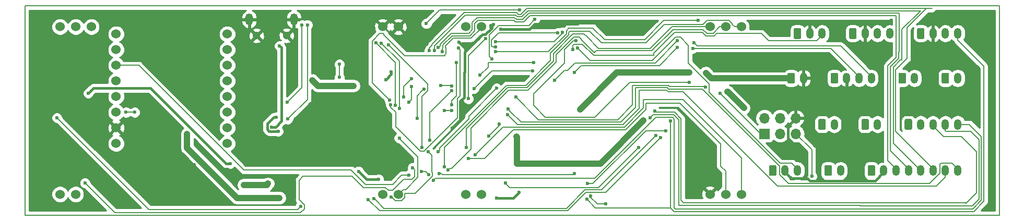
<source format=gbr>
%TF.GenerationSoftware,KiCad,Pcbnew,(5.0.2)-1*%
%TF.CreationDate,2019-04-29T20:46:59+02:00*%
%TF.ProjectId,TaggerMainboard,54616767-6572-44d6-9169-6e626f617264,rev?*%
%TF.SameCoordinates,Original*%
%TF.FileFunction,Copper,L2,Bot*%
%TF.FilePolarity,Positive*%
%FSLAX46Y46*%
G04 Gerber Fmt 4.6, Leading zero omitted, Abs format (unit mm)*
G04 Created by KiCad (PCBNEW (5.0.2)-1) date 29.04.2019 20:46:59*
%MOMM*%
%LPD*%
G01*
G04 APERTURE LIST*
%ADD10C,0.150000*%
%ADD11C,0.200000*%
%ADD12C,1.524000*%
%ADD13O,1.200000X1.750000*%
%ADD14C,1.200000*%
%ADD15O,1.300000X1.900000*%
%ADD16C,1.300000*%
%ADD17R,1.700000X1.700000*%
%ADD18O,1.700000X1.700000*%
%ADD19C,0.600000*%
%ADD20C,0.400000*%
%ADD21C,1.000000*%
%ADD22C,0.254000*%
G04 APERTURE END LIST*
D10*
X30000000Y-52000000D02*
X32000000Y-52000000D01*
X30000000Y-18000000D02*
X30000000Y-52000000D01*
X32000000Y-18000000D02*
X30000000Y-18000000D01*
D11*
X188000000Y-52000000D02*
X186000000Y-52000000D01*
X188000000Y-18000000D02*
X188000000Y-52000000D01*
X186000000Y-18000000D02*
X188000000Y-18000000D01*
X186000000Y-52000000D02*
X32000000Y-52000000D01*
X32000000Y-18000000D02*
X186000000Y-18000000D01*
D12*
X101468000Y-21400000D03*
X104008000Y-21400000D03*
X141092000Y-21400000D03*
X143632000Y-21400000D03*
X146172000Y-21400000D03*
X146172000Y-48600000D03*
X143632000Y-48600000D03*
X141092000Y-48600000D03*
X104008000Y-48600000D03*
X101468000Y-48600000D03*
X38238000Y-21400000D03*
X40778000Y-21400000D03*
X38238000Y-48600000D03*
X35698000Y-21400000D03*
X88022000Y-21400000D03*
X90562000Y-48600000D03*
X35698000Y-48600000D03*
X90562000Y-21400000D03*
X88022000Y-48600000D03*
D13*
X159250000Y-22500000D03*
X157250000Y-22500000D03*
D10*
G36*
X155624505Y-21626204D02*
X155648773Y-21629804D01*
X155672572Y-21635765D01*
X155695671Y-21644030D01*
X155717850Y-21654520D01*
X155738893Y-21667132D01*
X155758599Y-21681747D01*
X155776777Y-21698223D01*
X155793253Y-21716401D01*
X155807868Y-21736107D01*
X155820480Y-21757150D01*
X155830970Y-21779329D01*
X155839235Y-21802428D01*
X155845196Y-21826227D01*
X155848796Y-21850495D01*
X155850000Y-21874999D01*
X155850000Y-23125001D01*
X155848796Y-23149505D01*
X155845196Y-23173773D01*
X155839235Y-23197572D01*
X155830970Y-23220671D01*
X155820480Y-23242850D01*
X155807868Y-23263893D01*
X155793253Y-23283599D01*
X155776777Y-23301777D01*
X155758599Y-23318253D01*
X155738893Y-23332868D01*
X155717850Y-23345480D01*
X155695671Y-23355970D01*
X155672572Y-23364235D01*
X155648773Y-23370196D01*
X155624505Y-23373796D01*
X155600001Y-23375000D01*
X154899999Y-23375000D01*
X154875495Y-23373796D01*
X154851227Y-23370196D01*
X154827428Y-23364235D01*
X154804329Y-23355970D01*
X154782150Y-23345480D01*
X154761107Y-23332868D01*
X154741401Y-23318253D01*
X154723223Y-23301777D01*
X154706747Y-23283599D01*
X154692132Y-23263893D01*
X154679520Y-23242850D01*
X154669030Y-23220671D01*
X154660765Y-23197572D01*
X154654804Y-23173773D01*
X154651204Y-23149505D01*
X154650000Y-23125001D01*
X154650000Y-21874999D01*
X154651204Y-21850495D01*
X154654804Y-21826227D01*
X154660765Y-21802428D01*
X154669030Y-21779329D01*
X154679520Y-21757150D01*
X154692132Y-21736107D01*
X154706747Y-21716401D01*
X154723223Y-21698223D01*
X154741401Y-21681747D01*
X154761107Y-21667132D01*
X154782150Y-21654520D01*
X154804329Y-21644030D01*
X154827428Y-21635765D01*
X154851227Y-21629804D01*
X154875495Y-21626204D01*
X154899999Y-21625000D01*
X155600001Y-21625000D01*
X155624505Y-21626204D01*
X155624505Y-21626204D01*
G37*
D14*
X155250000Y-22500000D03*
D10*
G36*
X154624505Y-28876204D02*
X154648773Y-28879804D01*
X154672572Y-28885765D01*
X154695671Y-28894030D01*
X154717850Y-28904520D01*
X154738893Y-28917132D01*
X154758599Y-28931747D01*
X154776777Y-28948223D01*
X154793253Y-28966401D01*
X154807868Y-28986107D01*
X154820480Y-29007150D01*
X154830970Y-29029329D01*
X154839235Y-29052428D01*
X154845196Y-29076227D01*
X154848796Y-29100495D01*
X154850000Y-29124999D01*
X154850000Y-30375001D01*
X154848796Y-30399505D01*
X154845196Y-30423773D01*
X154839235Y-30447572D01*
X154830970Y-30470671D01*
X154820480Y-30492850D01*
X154807868Y-30513893D01*
X154793253Y-30533599D01*
X154776777Y-30551777D01*
X154758599Y-30568253D01*
X154738893Y-30582868D01*
X154717850Y-30595480D01*
X154695671Y-30605970D01*
X154672572Y-30614235D01*
X154648773Y-30620196D01*
X154624505Y-30623796D01*
X154600001Y-30625000D01*
X153899999Y-30625000D01*
X153875495Y-30623796D01*
X153851227Y-30620196D01*
X153827428Y-30614235D01*
X153804329Y-30605970D01*
X153782150Y-30595480D01*
X153761107Y-30582868D01*
X153741401Y-30568253D01*
X153723223Y-30551777D01*
X153706747Y-30533599D01*
X153692132Y-30513893D01*
X153679520Y-30492850D01*
X153669030Y-30470671D01*
X153660765Y-30447572D01*
X153654804Y-30423773D01*
X153651204Y-30399505D01*
X153650000Y-30375001D01*
X153650000Y-29124999D01*
X153651204Y-29100495D01*
X153654804Y-29076227D01*
X153660765Y-29052428D01*
X153669030Y-29029329D01*
X153679520Y-29007150D01*
X153692132Y-28986107D01*
X153706747Y-28966401D01*
X153723223Y-28948223D01*
X153741401Y-28931747D01*
X153761107Y-28917132D01*
X153782150Y-28904520D01*
X153804329Y-28894030D01*
X153827428Y-28885765D01*
X153851227Y-28879804D01*
X153875495Y-28876204D01*
X153899999Y-28875000D01*
X154600001Y-28875000D01*
X154624505Y-28876204D01*
X154624505Y-28876204D01*
G37*
D14*
X154250000Y-29750000D03*
D13*
X156250000Y-29750000D03*
X162250000Y-44750000D03*
D10*
G36*
X160624505Y-43876204D02*
X160648773Y-43879804D01*
X160672572Y-43885765D01*
X160695671Y-43894030D01*
X160717850Y-43904520D01*
X160738893Y-43917132D01*
X160758599Y-43931747D01*
X160776777Y-43948223D01*
X160793253Y-43966401D01*
X160807868Y-43986107D01*
X160820480Y-44007150D01*
X160830970Y-44029329D01*
X160839235Y-44052428D01*
X160845196Y-44076227D01*
X160848796Y-44100495D01*
X160850000Y-44124999D01*
X160850000Y-45375001D01*
X160848796Y-45399505D01*
X160845196Y-45423773D01*
X160839235Y-45447572D01*
X160830970Y-45470671D01*
X160820480Y-45492850D01*
X160807868Y-45513893D01*
X160793253Y-45533599D01*
X160776777Y-45551777D01*
X160758599Y-45568253D01*
X160738893Y-45582868D01*
X160717850Y-45595480D01*
X160695671Y-45605970D01*
X160672572Y-45614235D01*
X160648773Y-45620196D01*
X160624505Y-45623796D01*
X160600001Y-45625000D01*
X159899999Y-45625000D01*
X159875495Y-45623796D01*
X159851227Y-45620196D01*
X159827428Y-45614235D01*
X159804329Y-45605970D01*
X159782150Y-45595480D01*
X159761107Y-45582868D01*
X159741401Y-45568253D01*
X159723223Y-45551777D01*
X159706747Y-45533599D01*
X159692132Y-45513893D01*
X159679520Y-45492850D01*
X159669030Y-45470671D01*
X159660765Y-45447572D01*
X159654804Y-45423773D01*
X159651204Y-45399505D01*
X159650000Y-45375001D01*
X159650000Y-44124999D01*
X159651204Y-44100495D01*
X159654804Y-44076227D01*
X159660765Y-44052428D01*
X159669030Y-44029329D01*
X159679520Y-44007150D01*
X159692132Y-43986107D01*
X159706747Y-43966401D01*
X159723223Y-43948223D01*
X159741401Y-43931747D01*
X159761107Y-43917132D01*
X159782150Y-43904520D01*
X159804329Y-43894030D01*
X159827428Y-43885765D01*
X159851227Y-43879804D01*
X159875495Y-43876204D01*
X159899999Y-43875000D01*
X160600001Y-43875000D01*
X160624505Y-43876204D01*
X160624505Y-43876204D01*
G37*
D14*
X160250000Y-44750000D03*
D12*
X44800000Y-22580000D03*
X44800000Y-25120000D03*
X44800000Y-27660000D03*
X44800000Y-30200000D03*
X44800000Y-32740000D03*
X44800000Y-35280000D03*
X44800000Y-37820000D03*
X44800000Y-40360000D03*
X62800000Y-40360000D03*
X62800000Y-37820000D03*
X62800000Y-35280000D03*
X62800000Y-32740000D03*
X62800000Y-30200000D03*
X62800000Y-27660000D03*
X62800000Y-25120000D03*
X62800000Y-22580000D03*
D15*
X73625000Y-20200000D03*
X66375000Y-20200000D03*
D16*
X67575000Y-22850000D03*
X72425000Y-22850000D03*
D17*
X149920000Y-38790000D03*
D18*
X149920000Y-36250000D03*
X152460000Y-38790000D03*
X152460000Y-36250000D03*
X155000000Y-38790000D03*
X155000000Y-36250000D03*
D10*
G36*
X161624505Y-28876204D02*
X161648773Y-28879804D01*
X161672572Y-28885765D01*
X161695671Y-28894030D01*
X161717850Y-28904520D01*
X161738893Y-28917132D01*
X161758599Y-28931747D01*
X161776777Y-28948223D01*
X161793253Y-28966401D01*
X161807868Y-28986107D01*
X161820480Y-29007150D01*
X161830970Y-29029329D01*
X161839235Y-29052428D01*
X161845196Y-29076227D01*
X161848796Y-29100495D01*
X161850000Y-29124999D01*
X161850000Y-30375001D01*
X161848796Y-30399505D01*
X161845196Y-30423773D01*
X161839235Y-30447572D01*
X161830970Y-30470671D01*
X161820480Y-30492850D01*
X161807868Y-30513893D01*
X161793253Y-30533599D01*
X161776777Y-30551777D01*
X161758599Y-30568253D01*
X161738893Y-30582868D01*
X161717850Y-30595480D01*
X161695671Y-30605970D01*
X161672572Y-30614235D01*
X161648773Y-30620196D01*
X161624505Y-30623796D01*
X161600001Y-30625000D01*
X160899999Y-30625000D01*
X160875495Y-30623796D01*
X160851227Y-30620196D01*
X160827428Y-30614235D01*
X160804329Y-30605970D01*
X160782150Y-30595480D01*
X160761107Y-30582868D01*
X160741401Y-30568253D01*
X160723223Y-30551777D01*
X160706747Y-30533599D01*
X160692132Y-30513893D01*
X160679520Y-30492850D01*
X160669030Y-30470671D01*
X160660765Y-30447572D01*
X160654804Y-30423773D01*
X160651204Y-30399505D01*
X160650000Y-30375001D01*
X160650000Y-29124999D01*
X160651204Y-29100495D01*
X160654804Y-29076227D01*
X160660765Y-29052428D01*
X160669030Y-29029329D01*
X160679520Y-29007150D01*
X160692132Y-28986107D01*
X160706747Y-28966401D01*
X160723223Y-28948223D01*
X160741401Y-28931747D01*
X160761107Y-28917132D01*
X160782150Y-28904520D01*
X160804329Y-28894030D01*
X160827428Y-28885765D01*
X160851227Y-28879804D01*
X160875495Y-28876204D01*
X160899999Y-28875000D01*
X161600001Y-28875000D01*
X161624505Y-28876204D01*
X161624505Y-28876204D01*
G37*
D14*
X161250000Y-29750000D03*
D13*
X163250000Y-29750000D03*
X165250000Y-29750000D03*
X167250000Y-29750000D03*
D10*
G36*
X173624505Y-36376204D02*
X173648773Y-36379804D01*
X173672572Y-36385765D01*
X173695671Y-36394030D01*
X173717850Y-36404520D01*
X173738893Y-36417132D01*
X173758599Y-36431747D01*
X173776777Y-36448223D01*
X173793253Y-36466401D01*
X173807868Y-36486107D01*
X173820480Y-36507150D01*
X173830970Y-36529329D01*
X173839235Y-36552428D01*
X173845196Y-36576227D01*
X173848796Y-36600495D01*
X173850000Y-36624999D01*
X173850000Y-37875001D01*
X173848796Y-37899505D01*
X173845196Y-37923773D01*
X173839235Y-37947572D01*
X173830970Y-37970671D01*
X173820480Y-37992850D01*
X173807868Y-38013893D01*
X173793253Y-38033599D01*
X173776777Y-38051777D01*
X173758599Y-38068253D01*
X173738893Y-38082868D01*
X173717850Y-38095480D01*
X173695671Y-38105970D01*
X173672572Y-38114235D01*
X173648773Y-38120196D01*
X173624505Y-38123796D01*
X173600001Y-38125000D01*
X172899999Y-38125000D01*
X172875495Y-38123796D01*
X172851227Y-38120196D01*
X172827428Y-38114235D01*
X172804329Y-38105970D01*
X172782150Y-38095480D01*
X172761107Y-38082868D01*
X172741401Y-38068253D01*
X172723223Y-38051777D01*
X172706747Y-38033599D01*
X172692132Y-38013893D01*
X172679520Y-37992850D01*
X172669030Y-37970671D01*
X172660765Y-37947572D01*
X172654804Y-37923773D01*
X172651204Y-37899505D01*
X172650000Y-37875001D01*
X172650000Y-36624999D01*
X172651204Y-36600495D01*
X172654804Y-36576227D01*
X172660765Y-36552428D01*
X172669030Y-36529329D01*
X172679520Y-36507150D01*
X172692132Y-36486107D01*
X172706747Y-36466401D01*
X172723223Y-36448223D01*
X172741401Y-36431747D01*
X172761107Y-36417132D01*
X172782150Y-36404520D01*
X172804329Y-36394030D01*
X172827428Y-36385765D01*
X172851227Y-36379804D01*
X172875495Y-36376204D01*
X172899999Y-36375000D01*
X173600001Y-36375000D01*
X173624505Y-36376204D01*
X173624505Y-36376204D01*
G37*
D14*
X173250000Y-37250000D03*
D13*
X175250000Y-37250000D03*
X177250000Y-37250000D03*
X179250000Y-37250000D03*
X181250000Y-37250000D03*
D10*
G36*
X179624505Y-28876204D02*
X179648773Y-28879804D01*
X179672572Y-28885765D01*
X179695671Y-28894030D01*
X179717850Y-28904520D01*
X179738893Y-28917132D01*
X179758599Y-28931747D01*
X179776777Y-28948223D01*
X179793253Y-28966401D01*
X179807868Y-28986107D01*
X179820480Y-29007150D01*
X179830970Y-29029329D01*
X179839235Y-29052428D01*
X179845196Y-29076227D01*
X179848796Y-29100495D01*
X179850000Y-29124999D01*
X179850000Y-30375001D01*
X179848796Y-30399505D01*
X179845196Y-30423773D01*
X179839235Y-30447572D01*
X179830970Y-30470671D01*
X179820480Y-30492850D01*
X179807868Y-30513893D01*
X179793253Y-30533599D01*
X179776777Y-30551777D01*
X179758599Y-30568253D01*
X179738893Y-30582868D01*
X179717850Y-30595480D01*
X179695671Y-30605970D01*
X179672572Y-30614235D01*
X179648773Y-30620196D01*
X179624505Y-30623796D01*
X179600001Y-30625000D01*
X178899999Y-30625000D01*
X178875495Y-30623796D01*
X178851227Y-30620196D01*
X178827428Y-30614235D01*
X178804329Y-30605970D01*
X178782150Y-30595480D01*
X178761107Y-30582868D01*
X178741401Y-30568253D01*
X178723223Y-30551777D01*
X178706747Y-30533599D01*
X178692132Y-30513893D01*
X178679520Y-30492850D01*
X178669030Y-30470671D01*
X178660765Y-30447572D01*
X178654804Y-30423773D01*
X178651204Y-30399505D01*
X178650000Y-30375001D01*
X178650000Y-29124999D01*
X178651204Y-29100495D01*
X178654804Y-29076227D01*
X178660765Y-29052428D01*
X178669030Y-29029329D01*
X178679520Y-29007150D01*
X178692132Y-28986107D01*
X178706747Y-28966401D01*
X178723223Y-28948223D01*
X178741401Y-28931747D01*
X178761107Y-28917132D01*
X178782150Y-28904520D01*
X178804329Y-28894030D01*
X178827428Y-28885765D01*
X178851227Y-28879804D01*
X178875495Y-28876204D01*
X178899999Y-28875000D01*
X179600001Y-28875000D01*
X179624505Y-28876204D01*
X179624505Y-28876204D01*
G37*
D14*
X179250000Y-29750000D03*
D13*
X181250000Y-29750000D03*
D10*
G36*
X159624505Y-36376204D02*
X159648773Y-36379804D01*
X159672572Y-36385765D01*
X159695671Y-36394030D01*
X159717850Y-36404520D01*
X159738893Y-36417132D01*
X159758599Y-36431747D01*
X159776777Y-36448223D01*
X159793253Y-36466401D01*
X159807868Y-36486107D01*
X159820480Y-36507150D01*
X159830970Y-36529329D01*
X159839235Y-36552428D01*
X159845196Y-36576227D01*
X159848796Y-36600495D01*
X159850000Y-36624999D01*
X159850000Y-37875001D01*
X159848796Y-37899505D01*
X159845196Y-37923773D01*
X159839235Y-37947572D01*
X159830970Y-37970671D01*
X159820480Y-37992850D01*
X159807868Y-38013893D01*
X159793253Y-38033599D01*
X159776777Y-38051777D01*
X159758599Y-38068253D01*
X159738893Y-38082868D01*
X159717850Y-38095480D01*
X159695671Y-38105970D01*
X159672572Y-38114235D01*
X159648773Y-38120196D01*
X159624505Y-38123796D01*
X159600001Y-38125000D01*
X158899999Y-38125000D01*
X158875495Y-38123796D01*
X158851227Y-38120196D01*
X158827428Y-38114235D01*
X158804329Y-38105970D01*
X158782150Y-38095480D01*
X158761107Y-38082868D01*
X158741401Y-38068253D01*
X158723223Y-38051777D01*
X158706747Y-38033599D01*
X158692132Y-38013893D01*
X158679520Y-37992850D01*
X158669030Y-37970671D01*
X158660765Y-37947572D01*
X158654804Y-37923773D01*
X158651204Y-37899505D01*
X158650000Y-37875001D01*
X158650000Y-36624999D01*
X158651204Y-36600495D01*
X158654804Y-36576227D01*
X158660765Y-36552428D01*
X158669030Y-36529329D01*
X158679520Y-36507150D01*
X158692132Y-36486107D01*
X158706747Y-36466401D01*
X158723223Y-36448223D01*
X158741401Y-36431747D01*
X158761107Y-36417132D01*
X158782150Y-36404520D01*
X158804329Y-36394030D01*
X158827428Y-36385765D01*
X158851227Y-36379804D01*
X158875495Y-36376204D01*
X158899999Y-36375000D01*
X159600001Y-36375000D01*
X159624505Y-36376204D01*
X159624505Y-36376204D01*
G37*
D14*
X159250000Y-37250000D03*
D13*
X161250000Y-37250000D03*
D10*
G36*
X151624505Y-43876204D02*
X151648773Y-43879804D01*
X151672572Y-43885765D01*
X151695671Y-43894030D01*
X151717850Y-43904520D01*
X151738893Y-43917132D01*
X151758599Y-43931747D01*
X151776777Y-43948223D01*
X151793253Y-43966401D01*
X151807868Y-43986107D01*
X151820480Y-44007150D01*
X151830970Y-44029329D01*
X151839235Y-44052428D01*
X151845196Y-44076227D01*
X151848796Y-44100495D01*
X151850000Y-44124999D01*
X151850000Y-45375001D01*
X151848796Y-45399505D01*
X151845196Y-45423773D01*
X151839235Y-45447572D01*
X151830970Y-45470671D01*
X151820480Y-45492850D01*
X151807868Y-45513893D01*
X151793253Y-45533599D01*
X151776777Y-45551777D01*
X151758599Y-45568253D01*
X151738893Y-45582868D01*
X151717850Y-45595480D01*
X151695671Y-45605970D01*
X151672572Y-45614235D01*
X151648773Y-45620196D01*
X151624505Y-45623796D01*
X151600001Y-45625000D01*
X150899999Y-45625000D01*
X150875495Y-45623796D01*
X150851227Y-45620196D01*
X150827428Y-45614235D01*
X150804329Y-45605970D01*
X150782150Y-45595480D01*
X150761107Y-45582868D01*
X150741401Y-45568253D01*
X150723223Y-45551777D01*
X150706747Y-45533599D01*
X150692132Y-45513893D01*
X150679520Y-45492850D01*
X150669030Y-45470671D01*
X150660765Y-45447572D01*
X150654804Y-45423773D01*
X150651204Y-45399505D01*
X150650000Y-45375001D01*
X150650000Y-44124999D01*
X150651204Y-44100495D01*
X150654804Y-44076227D01*
X150660765Y-44052428D01*
X150669030Y-44029329D01*
X150679520Y-44007150D01*
X150692132Y-43986107D01*
X150706747Y-43966401D01*
X150723223Y-43948223D01*
X150741401Y-43931747D01*
X150761107Y-43917132D01*
X150782150Y-43904520D01*
X150804329Y-43894030D01*
X150827428Y-43885765D01*
X150851227Y-43879804D01*
X150875495Y-43876204D01*
X150899999Y-43875000D01*
X151600001Y-43875000D01*
X151624505Y-43876204D01*
X151624505Y-43876204D01*
G37*
D14*
X151250000Y-44750000D03*
D13*
X153250000Y-44750000D03*
X155250000Y-44750000D03*
D10*
G36*
X175624505Y-21626204D02*
X175648773Y-21629804D01*
X175672572Y-21635765D01*
X175695671Y-21644030D01*
X175717850Y-21654520D01*
X175738893Y-21667132D01*
X175758599Y-21681747D01*
X175776777Y-21698223D01*
X175793253Y-21716401D01*
X175807868Y-21736107D01*
X175820480Y-21757150D01*
X175830970Y-21779329D01*
X175839235Y-21802428D01*
X175845196Y-21826227D01*
X175848796Y-21850495D01*
X175850000Y-21874999D01*
X175850000Y-23125001D01*
X175848796Y-23149505D01*
X175845196Y-23173773D01*
X175839235Y-23197572D01*
X175830970Y-23220671D01*
X175820480Y-23242850D01*
X175807868Y-23263893D01*
X175793253Y-23283599D01*
X175776777Y-23301777D01*
X175758599Y-23318253D01*
X175738893Y-23332868D01*
X175717850Y-23345480D01*
X175695671Y-23355970D01*
X175672572Y-23364235D01*
X175648773Y-23370196D01*
X175624505Y-23373796D01*
X175600001Y-23375000D01*
X174899999Y-23375000D01*
X174875495Y-23373796D01*
X174851227Y-23370196D01*
X174827428Y-23364235D01*
X174804329Y-23355970D01*
X174782150Y-23345480D01*
X174761107Y-23332868D01*
X174741401Y-23318253D01*
X174723223Y-23301777D01*
X174706747Y-23283599D01*
X174692132Y-23263893D01*
X174679520Y-23242850D01*
X174669030Y-23220671D01*
X174660765Y-23197572D01*
X174654804Y-23173773D01*
X174651204Y-23149505D01*
X174650000Y-23125001D01*
X174650000Y-21874999D01*
X174651204Y-21850495D01*
X174654804Y-21826227D01*
X174660765Y-21802428D01*
X174669030Y-21779329D01*
X174679520Y-21757150D01*
X174692132Y-21736107D01*
X174706747Y-21716401D01*
X174723223Y-21698223D01*
X174741401Y-21681747D01*
X174761107Y-21667132D01*
X174782150Y-21654520D01*
X174804329Y-21644030D01*
X174827428Y-21635765D01*
X174851227Y-21629804D01*
X174875495Y-21626204D01*
X174899999Y-21625000D01*
X175600001Y-21625000D01*
X175624505Y-21626204D01*
X175624505Y-21626204D01*
G37*
D14*
X175250000Y-22500000D03*
D13*
X177250000Y-22500000D03*
X179250000Y-22500000D03*
X181250000Y-22500000D03*
X174250000Y-29750000D03*
D10*
G36*
X172624505Y-28876204D02*
X172648773Y-28879804D01*
X172672572Y-28885765D01*
X172695671Y-28894030D01*
X172717850Y-28904520D01*
X172738893Y-28917132D01*
X172758599Y-28931747D01*
X172776777Y-28948223D01*
X172793253Y-28966401D01*
X172807868Y-28986107D01*
X172820480Y-29007150D01*
X172830970Y-29029329D01*
X172839235Y-29052428D01*
X172845196Y-29076227D01*
X172848796Y-29100495D01*
X172850000Y-29124999D01*
X172850000Y-30375001D01*
X172848796Y-30399505D01*
X172845196Y-30423773D01*
X172839235Y-30447572D01*
X172830970Y-30470671D01*
X172820480Y-30492850D01*
X172807868Y-30513893D01*
X172793253Y-30533599D01*
X172776777Y-30551777D01*
X172758599Y-30568253D01*
X172738893Y-30582868D01*
X172717850Y-30595480D01*
X172695671Y-30605970D01*
X172672572Y-30614235D01*
X172648773Y-30620196D01*
X172624505Y-30623796D01*
X172600001Y-30625000D01*
X171899999Y-30625000D01*
X171875495Y-30623796D01*
X171851227Y-30620196D01*
X171827428Y-30614235D01*
X171804329Y-30605970D01*
X171782150Y-30595480D01*
X171761107Y-30582868D01*
X171741401Y-30568253D01*
X171723223Y-30551777D01*
X171706747Y-30533599D01*
X171692132Y-30513893D01*
X171679520Y-30492850D01*
X171669030Y-30470671D01*
X171660765Y-30447572D01*
X171654804Y-30423773D01*
X171651204Y-30399505D01*
X171650000Y-30375001D01*
X171650000Y-29124999D01*
X171651204Y-29100495D01*
X171654804Y-29076227D01*
X171660765Y-29052428D01*
X171669030Y-29029329D01*
X171679520Y-29007150D01*
X171692132Y-28986107D01*
X171706747Y-28966401D01*
X171723223Y-28948223D01*
X171741401Y-28931747D01*
X171761107Y-28917132D01*
X171782150Y-28904520D01*
X171804329Y-28894030D01*
X171827428Y-28885765D01*
X171851227Y-28879804D01*
X171875495Y-28876204D01*
X171899999Y-28875000D01*
X172600001Y-28875000D01*
X172624505Y-28876204D01*
X172624505Y-28876204D01*
G37*
D14*
X172250000Y-29750000D03*
D13*
X168250000Y-37250000D03*
D10*
G36*
X166624505Y-36376204D02*
X166648773Y-36379804D01*
X166672572Y-36385765D01*
X166695671Y-36394030D01*
X166717850Y-36404520D01*
X166738893Y-36417132D01*
X166758599Y-36431747D01*
X166776777Y-36448223D01*
X166793253Y-36466401D01*
X166807868Y-36486107D01*
X166820480Y-36507150D01*
X166830970Y-36529329D01*
X166839235Y-36552428D01*
X166845196Y-36576227D01*
X166848796Y-36600495D01*
X166850000Y-36624999D01*
X166850000Y-37875001D01*
X166848796Y-37899505D01*
X166845196Y-37923773D01*
X166839235Y-37947572D01*
X166830970Y-37970671D01*
X166820480Y-37992850D01*
X166807868Y-38013893D01*
X166793253Y-38033599D01*
X166776777Y-38051777D01*
X166758599Y-38068253D01*
X166738893Y-38082868D01*
X166717850Y-38095480D01*
X166695671Y-38105970D01*
X166672572Y-38114235D01*
X166648773Y-38120196D01*
X166624505Y-38123796D01*
X166600001Y-38125000D01*
X165899999Y-38125000D01*
X165875495Y-38123796D01*
X165851227Y-38120196D01*
X165827428Y-38114235D01*
X165804329Y-38105970D01*
X165782150Y-38095480D01*
X165761107Y-38082868D01*
X165741401Y-38068253D01*
X165723223Y-38051777D01*
X165706747Y-38033599D01*
X165692132Y-38013893D01*
X165679520Y-37992850D01*
X165669030Y-37970671D01*
X165660765Y-37947572D01*
X165654804Y-37923773D01*
X165651204Y-37899505D01*
X165650000Y-37875001D01*
X165650000Y-36624999D01*
X165651204Y-36600495D01*
X165654804Y-36576227D01*
X165660765Y-36552428D01*
X165669030Y-36529329D01*
X165679520Y-36507150D01*
X165692132Y-36486107D01*
X165706747Y-36466401D01*
X165723223Y-36448223D01*
X165741401Y-36431747D01*
X165761107Y-36417132D01*
X165782150Y-36404520D01*
X165804329Y-36394030D01*
X165827428Y-36385765D01*
X165851227Y-36379804D01*
X165875495Y-36376204D01*
X165899999Y-36375000D01*
X166600001Y-36375000D01*
X166624505Y-36376204D01*
X166624505Y-36376204D01*
G37*
D14*
X166250000Y-37250000D03*
D13*
X170250000Y-22500000D03*
X168250000Y-22500000D03*
X166250000Y-22500000D03*
D10*
G36*
X164624505Y-21626204D02*
X164648773Y-21629804D01*
X164672572Y-21635765D01*
X164695671Y-21644030D01*
X164717850Y-21654520D01*
X164738893Y-21667132D01*
X164758599Y-21681747D01*
X164776777Y-21698223D01*
X164793253Y-21716401D01*
X164807868Y-21736107D01*
X164820480Y-21757150D01*
X164830970Y-21779329D01*
X164839235Y-21802428D01*
X164845196Y-21826227D01*
X164848796Y-21850495D01*
X164850000Y-21874999D01*
X164850000Y-23125001D01*
X164848796Y-23149505D01*
X164845196Y-23173773D01*
X164839235Y-23197572D01*
X164830970Y-23220671D01*
X164820480Y-23242850D01*
X164807868Y-23263893D01*
X164793253Y-23283599D01*
X164776777Y-23301777D01*
X164758599Y-23318253D01*
X164738893Y-23332868D01*
X164717850Y-23345480D01*
X164695671Y-23355970D01*
X164672572Y-23364235D01*
X164648773Y-23370196D01*
X164624505Y-23373796D01*
X164600001Y-23375000D01*
X163899999Y-23375000D01*
X163875495Y-23373796D01*
X163851227Y-23370196D01*
X163827428Y-23364235D01*
X163804329Y-23355970D01*
X163782150Y-23345480D01*
X163761107Y-23332868D01*
X163741401Y-23318253D01*
X163723223Y-23301777D01*
X163706747Y-23283599D01*
X163692132Y-23263893D01*
X163679520Y-23242850D01*
X163669030Y-23220671D01*
X163660765Y-23197572D01*
X163654804Y-23173773D01*
X163651204Y-23149505D01*
X163650000Y-23125001D01*
X163650000Y-21874999D01*
X163651204Y-21850495D01*
X163654804Y-21826227D01*
X163660765Y-21802428D01*
X163669030Y-21779329D01*
X163679520Y-21757150D01*
X163692132Y-21736107D01*
X163706747Y-21716401D01*
X163723223Y-21698223D01*
X163741401Y-21681747D01*
X163761107Y-21667132D01*
X163782150Y-21654520D01*
X163804329Y-21644030D01*
X163827428Y-21635765D01*
X163851227Y-21629804D01*
X163875495Y-21626204D01*
X163899999Y-21625000D01*
X164600001Y-21625000D01*
X164624505Y-21626204D01*
X164624505Y-21626204D01*
G37*
D14*
X164250000Y-22500000D03*
D10*
G36*
X167624505Y-43876204D02*
X167648773Y-43879804D01*
X167672572Y-43885765D01*
X167695671Y-43894030D01*
X167717850Y-43904520D01*
X167738893Y-43917132D01*
X167758599Y-43931747D01*
X167776777Y-43948223D01*
X167793253Y-43966401D01*
X167807868Y-43986107D01*
X167820480Y-44007150D01*
X167830970Y-44029329D01*
X167839235Y-44052428D01*
X167845196Y-44076227D01*
X167848796Y-44100495D01*
X167850000Y-44124999D01*
X167850000Y-45375001D01*
X167848796Y-45399505D01*
X167845196Y-45423773D01*
X167839235Y-45447572D01*
X167830970Y-45470671D01*
X167820480Y-45492850D01*
X167807868Y-45513893D01*
X167793253Y-45533599D01*
X167776777Y-45551777D01*
X167758599Y-45568253D01*
X167738893Y-45582868D01*
X167717850Y-45595480D01*
X167695671Y-45605970D01*
X167672572Y-45614235D01*
X167648773Y-45620196D01*
X167624505Y-45623796D01*
X167600001Y-45625000D01*
X166899999Y-45625000D01*
X166875495Y-45623796D01*
X166851227Y-45620196D01*
X166827428Y-45614235D01*
X166804329Y-45605970D01*
X166782150Y-45595480D01*
X166761107Y-45582868D01*
X166741401Y-45568253D01*
X166723223Y-45551777D01*
X166706747Y-45533599D01*
X166692132Y-45513893D01*
X166679520Y-45492850D01*
X166669030Y-45470671D01*
X166660765Y-45447572D01*
X166654804Y-45423773D01*
X166651204Y-45399505D01*
X166650000Y-45375001D01*
X166650000Y-44124999D01*
X166651204Y-44100495D01*
X166654804Y-44076227D01*
X166660765Y-44052428D01*
X166669030Y-44029329D01*
X166679520Y-44007150D01*
X166692132Y-43986107D01*
X166706747Y-43966401D01*
X166723223Y-43948223D01*
X166741401Y-43931747D01*
X166761107Y-43917132D01*
X166782150Y-43904520D01*
X166804329Y-43894030D01*
X166827428Y-43885765D01*
X166851227Y-43879804D01*
X166875495Y-43876204D01*
X166899999Y-43875000D01*
X167600001Y-43875000D01*
X167624505Y-43876204D01*
X167624505Y-43876204D01*
G37*
D14*
X167250000Y-44750000D03*
D13*
X169250000Y-44750000D03*
X171250000Y-44750000D03*
X173250000Y-44750000D03*
X175250000Y-44750000D03*
X177250000Y-44750000D03*
X179250000Y-44750000D03*
X181250000Y-44750000D03*
D19*
X57500000Y-43800000D03*
X43800000Y-48000000D03*
X73900000Y-36400000D03*
X83800000Y-23500000D03*
X170473168Y-20326832D03*
X107200000Y-21800000D03*
X119629919Y-20977185D03*
X80500000Y-42400000D03*
X73200000Y-49300000D03*
X86800000Y-44700000D03*
X80100000Y-32700000D03*
X86000000Y-32100000D03*
X76900000Y-37200000D03*
X102058573Y-24758573D03*
X100400000Y-23900000D03*
X97300000Y-21200000D03*
X106000000Y-21000000D03*
X89000000Y-45100000D03*
X99268266Y-37868266D03*
X71100000Y-38400000D03*
X70741910Y-36125416D03*
X83300000Y-31000000D03*
X76400000Y-30100000D03*
X88525728Y-29974272D03*
X89400000Y-28700000D03*
X106500000Y-49200000D03*
X110100000Y-48300000D03*
X143900000Y-32000000D03*
X146600000Y-34600000D03*
X109800000Y-43600000D03*
X130300000Y-36600000D03*
X69400000Y-46900000D03*
X65500000Y-47100000D03*
X87387510Y-46200000D03*
X84100000Y-44900000D03*
X79000000Y-31000000D03*
X109700000Y-39200000D03*
X105175735Y-39175735D03*
X106900000Y-37200000D03*
X81000000Y-27500000D03*
X81000000Y-29600000D03*
X35200000Y-36200000D03*
X120000000Y-34800000D03*
X137700000Y-28800000D03*
X140400000Y-28900000D03*
X74700000Y-50599963D03*
X124200000Y-50200000D03*
X121724500Y-48900000D03*
X157599998Y-45700000D03*
X56300000Y-38800000D03*
X71300000Y-49200000D03*
X134700000Y-36700000D03*
X121100000Y-49400000D03*
X63300000Y-43600000D03*
X40270093Y-32215888D03*
X72600000Y-36400000D03*
X75800000Y-21100000D03*
X72544975Y-33644975D03*
X74900000Y-21149999D03*
X71300000Y-24500000D03*
X70015440Y-37675973D03*
X46400000Y-35300000D03*
X47800000Y-35300000D03*
X92300002Y-45500000D03*
X88948530Y-24351471D03*
X94400000Y-41000000D03*
X99200000Y-31800294D03*
X95619736Y-39819736D03*
X95418266Y-41718266D03*
X89377954Y-49073515D03*
X90700000Y-39500000D03*
X93600000Y-36300000D03*
X97399990Y-30900000D03*
X94700000Y-31500000D03*
X99200010Y-31000291D03*
X97000000Y-41700000D03*
X106500000Y-31400000D03*
X109600000Y-32800000D03*
X142700000Y-32200000D03*
X140371212Y-31198368D03*
X97149265Y-45250735D03*
X119100000Y-45276489D03*
X133900000Y-38300000D03*
X152460000Y-38790000D03*
X121200000Y-46899968D03*
X129500000Y-41000000D03*
X107900000Y-46800000D03*
X119599988Y-24828148D03*
X138300000Y-24900000D03*
X135800000Y-24800000D03*
X119100000Y-28800000D03*
X112500000Y-27200000D03*
X103804308Y-29262247D03*
X138500000Y-24000000D03*
X135800000Y-23700000D03*
X115900000Y-30100000D03*
X112300000Y-28600000D03*
X102856766Y-31456766D03*
X132100000Y-35100000D03*
X133035318Y-39415136D03*
X85700000Y-49500000D03*
X131375735Y-36175735D03*
X132300000Y-39100000D03*
X86600000Y-49300000D03*
X94300022Y-44890973D03*
X95457482Y-45400902D03*
X96203062Y-46391870D03*
X112700000Y-20200030D03*
X105700000Y-26600000D03*
X99200000Y-34099997D03*
X137700000Y-30400000D03*
X116391370Y-22401295D03*
X119347490Y-23628136D03*
X106277455Y-24671310D03*
X99999990Y-27199980D03*
X110200000Y-18700000D03*
X95100000Y-20900000D03*
X139200000Y-20399990D03*
X106302145Y-25470940D03*
X97999979Y-35000000D03*
X99199990Y-34979999D03*
X101900010Y-33100000D03*
X117191259Y-22291259D03*
X106276831Y-23871299D03*
X104676808Y-23334504D03*
X118836792Y-25068044D03*
X92700000Y-29800000D03*
X91375728Y-32824272D03*
X101900000Y-42800010D03*
X92700000Y-31100000D03*
X92225728Y-33674272D03*
X103000000Y-42200000D03*
X98000000Y-44131826D03*
X98600000Y-44700000D03*
X101616398Y-41015227D03*
X89100000Y-33300000D03*
X89310328Y-34071857D03*
X100310043Y-24810043D03*
X97640969Y-25462239D03*
X97040969Y-24766147D03*
X96424265Y-25275735D03*
X95600000Y-25300000D03*
X108286863Y-35691962D03*
X108342437Y-34787844D03*
X39741941Y-46777072D03*
X92890962Y-44294360D03*
X86900000Y-24000000D03*
X90100000Y-34200000D03*
X87818764Y-24070235D03*
X90724696Y-34699757D03*
D20*
X170473168Y-20326832D02*
X170200000Y-20600000D01*
X154250010Y-46025010D02*
X156274990Y-46025010D01*
X153250000Y-44750000D02*
X153250000Y-45025000D01*
X153250000Y-45025000D02*
X154250010Y-46025010D01*
X156274990Y-46025010D02*
X156800000Y-45500000D01*
X156800000Y-45500000D02*
X156800000Y-42600000D01*
X154150001Y-37099999D02*
X155000000Y-36250000D01*
X153710001Y-37539999D02*
X154150001Y-37099999D01*
X153710001Y-39510001D02*
X153710001Y-37539999D01*
X156800000Y-42600000D02*
X153710001Y-39510001D01*
X169250000Y-45025000D02*
X169250000Y-44750000D01*
X167875000Y-46400000D02*
X169250000Y-45025000D01*
X157274987Y-46400000D02*
X167875000Y-46400000D01*
X156899997Y-46025010D02*
X157274987Y-46400000D01*
X156274990Y-46025010D02*
X156899997Y-46025010D01*
X112629965Y-20977185D02*
X119629919Y-20977185D01*
X107200000Y-21800000D02*
X111807150Y-21800000D01*
X111807150Y-21800000D02*
X112629965Y-20977185D01*
X102058573Y-24758573D02*
X101258573Y-24758573D01*
X101258573Y-24758573D02*
X100400000Y-23900000D01*
X105700001Y-21299999D02*
X105700001Y-21592879D01*
X106000000Y-21000000D02*
X105700001Y-21299999D01*
X105700001Y-21592879D02*
X104658377Y-22634503D01*
X104182643Y-22634503D02*
X102058573Y-24758573D01*
X104658377Y-22634503D02*
X104182643Y-22634503D01*
X102058573Y-24758573D02*
X101300000Y-25517146D01*
X101300000Y-25517146D02*
X101300000Y-28700000D01*
X101200000Y-28800000D02*
X101200000Y-32900000D01*
X101300000Y-28700000D02*
X101200000Y-28800000D01*
X99568265Y-37568267D02*
X99268266Y-37868266D01*
X100600010Y-36536522D02*
X99568265Y-37568267D01*
X100600010Y-33499990D02*
X100600010Y-36536522D01*
X101200000Y-32900000D02*
X100600010Y-33499990D01*
X69614008Y-38400000D02*
X69299991Y-38085983D01*
X69299991Y-38085983D02*
X69299991Y-37143071D01*
X71100000Y-38400000D02*
X69614008Y-38400000D01*
X69299991Y-37143071D02*
X70317646Y-36125416D01*
X70317646Y-36125416D02*
X70741910Y-36125416D01*
D11*
X83300000Y-31000000D02*
X79000000Y-31000000D01*
X77300000Y-31000000D02*
X76400000Y-30100000D01*
D20*
X89400000Y-29100000D02*
X88525728Y-29974272D01*
X89400000Y-28700000D02*
X89400000Y-29100000D01*
X106500000Y-49200000D02*
X109200000Y-49200000D01*
X109200000Y-49200000D02*
X110100000Y-48300000D01*
D21*
X143900000Y-32000000D02*
X144000000Y-32000000D01*
X144000000Y-32000000D02*
X146600000Y-34600000D01*
X123300000Y-43600000D02*
X109800000Y-43600000D01*
X130300000Y-36600000D02*
X123300000Y-43600000D01*
X69200000Y-47100000D02*
X69400000Y-46900000D01*
X65500000Y-47100000D02*
X69200000Y-47100000D01*
D20*
X87387510Y-46200000D02*
X85400000Y-46200000D01*
X85400000Y-46200000D02*
X84100000Y-44900000D01*
D21*
X77500010Y-31000000D02*
X76600010Y-30100000D01*
X83300000Y-31000000D02*
X77500010Y-31000000D01*
D11*
X79000000Y-31000000D02*
X77300000Y-31000000D01*
D21*
X109800000Y-43600000D02*
X109800000Y-39300000D01*
X109800000Y-39300000D02*
X109700000Y-39200000D01*
D11*
X105175735Y-39175735D02*
X106900000Y-37451470D01*
X106900000Y-37451470D02*
X106900000Y-37200000D01*
X81000000Y-27500000D02*
X81000000Y-29600000D01*
D21*
X120000000Y-34800000D02*
X126000000Y-28800000D01*
X126000000Y-28800000D02*
X137700000Y-28800000D01*
X141250000Y-29750000D02*
X154250000Y-29750000D01*
X140400000Y-28900000D02*
X141250000Y-29750000D01*
D11*
X50100000Y-51100000D02*
X74199963Y-51100000D01*
X74400001Y-50899962D02*
X74700000Y-50599963D01*
X35074990Y-36074990D02*
X50100000Y-51100000D01*
X74199963Y-51100000D02*
X74400001Y-50899962D01*
X122788002Y-50200000D02*
X121600000Y-49011998D01*
X124200000Y-50200000D02*
X122788002Y-50200000D01*
X121600000Y-48900000D02*
X121724500Y-48900000D01*
X121600000Y-49011998D02*
X121724500Y-48900000D01*
X157599998Y-45275736D02*
X157599998Y-45700000D01*
X155000000Y-38790000D02*
X157599998Y-41389998D01*
X157599998Y-41389998D02*
X157599998Y-45275736D01*
D21*
X70875736Y-49200000D02*
X71300000Y-49200000D01*
X64400000Y-49200000D02*
X70875736Y-49200000D01*
X56300000Y-38800000D02*
X56300000Y-41100000D01*
X56300000Y-41100000D02*
X64400000Y-49200000D01*
D11*
X185500000Y-27825000D02*
X185500000Y-49765700D01*
X185500000Y-49765700D02*
X183865699Y-51400001D01*
X183865699Y-51400001D02*
X135299999Y-51400001D01*
X135299999Y-51400001D02*
X134700000Y-50800000D01*
X134700000Y-37124264D02*
X134700000Y-36700000D01*
X134700000Y-50800000D02*
X134700000Y-37124264D01*
X181250000Y-23575000D02*
X185500000Y-27825000D01*
X181250000Y-22500000D02*
X181250000Y-23575000D01*
X134700000Y-50800000D02*
X122500000Y-50800000D01*
X122500000Y-50800000D02*
X121100000Y-49400000D01*
D20*
X62600000Y-43600000D02*
X63300000Y-43600000D01*
X50362001Y-31362001D02*
X62600000Y-43600000D01*
X40270093Y-32215888D02*
X41123980Y-31362001D01*
X41123980Y-31362001D02*
X50362001Y-31362001D01*
D11*
X75800000Y-33200000D02*
X72600000Y-36400000D01*
X75800000Y-21100000D02*
X75800000Y-33200000D01*
X74900000Y-31289950D02*
X72544975Y-33644975D01*
X74900000Y-21149999D02*
X74900000Y-31289950D01*
D20*
X71599999Y-24799999D02*
X71599999Y-36736003D01*
X70439704Y-37675973D02*
X70015440Y-37675973D01*
X70660029Y-37675973D02*
X70439704Y-37675973D01*
X71599999Y-36736003D02*
X70660029Y-37675973D01*
X71300000Y-24500000D02*
X71599999Y-24799999D01*
D11*
X46400000Y-35300000D02*
X47800000Y-35300000D01*
X85200001Y-47000000D02*
X89600000Y-47000000D01*
X91100000Y-45500000D02*
X91875738Y-45500000D01*
X65500001Y-44700001D02*
X82900001Y-44700001D01*
X44800000Y-27660000D02*
X48460000Y-27660000D01*
X91875738Y-45500000D02*
X92300002Y-45500000D01*
X89600000Y-47000000D02*
X91100000Y-45500000D01*
X82900001Y-44700001D02*
X85200001Y-47000000D01*
X48460000Y-27660000D02*
X65500001Y-44700001D01*
X94400000Y-32688004D02*
X94400000Y-40575736D01*
X95300002Y-31788002D02*
X94400000Y-32688004D01*
X94400000Y-40575736D02*
X94400000Y-41000000D01*
X95300002Y-30702943D02*
X95300002Y-31788002D01*
X88948530Y-24351471D02*
X95300002Y-30702943D01*
X99200000Y-31800294D02*
X95619736Y-35380558D01*
X95619736Y-35380558D02*
X95619736Y-39819736D01*
X89463753Y-49073515D02*
X89377954Y-49073515D01*
X91071761Y-49662001D02*
X90052239Y-49662001D01*
X95418266Y-41718266D02*
X95972652Y-42272652D01*
X96057484Y-45112900D02*
X96057484Y-45688904D01*
X93246399Y-48499989D02*
X91624001Y-48499989D01*
X90052239Y-49662001D02*
X89463753Y-49073515D01*
X91624001Y-49109761D02*
X91071761Y-49662001D01*
X96057484Y-45688904D02*
X93246399Y-48499989D01*
X95972652Y-45028068D02*
X96057484Y-45112900D01*
X91624001Y-48499989D02*
X91624001Y-49109761D01*
X95972652Y-42272652D02*
X95972652Y-45028068D01*
X97399990Y-30900000D02*
X99269491Y-30900000D01*
X99269491Y-30900000D02*
X99369782Y-31000291D01*
X94400001Y-31799999D02*
X94700000Y-31500000D01*
X93600000Y-36300000D02*
X93600000Y-32600000D01*
X93600000Y-32600000D02*
X94400001Y-31799999D01*
X93700012Y-45853690D02*
X93700012Y-42500012D01*
X90562000Y-48600000D02*
X91323999Y-47838001D01*
X91715701Y-47838001D02*
X93700012Y-45853690D01*
X90999999Y-39799999D02*
X90700000Y-39500000D01*
X91323999Y-47838001D02*
X91715701Y-47838001D01*
X93700012Y-42500012D02*
X90999999Y-39799999D01*
X97299999Y-41400001D02*
X97299999Y-41100001D01*
X97000000Y-41700000D02*
X97299999Y-41400001D01*
X97299999Y-41100001D02*
X102000000Y-36400000D01*
X102000000Y-36400000D02*
X102000000Y-35900000D01*
X102000000Y-35900000D02*
X106500000Y-31400000D01*
X149290000Y-38790000D02*
X149920000Y-38790000D01*
X142700000Y-32200000D02*
X149290000Y-38790000D01*
X140371212Y-31198368D02*
X140272833Y-31099989D01*
X128500000Y-34100000D02*
X126100044Y-36499956D01*
X134343376Y-30899978D02*
X128500000Y-30899978D01*
X113299956Y-36499956D02*
X109600000Y-32800000D01*
X126100044Y-36499956D02*
X113299956Y-36499956D01*
X128500000Y-30899978D02*
X128500000Y-34100000D01*
X134543387Y-31099989D02*
X134343376Y-30899978D01*
X140272833Y-31099989D02*
X134543387Y-31099989D01*
X97573529Y-45250735D02*
X97722794Y-45400000D01*
X97149265Y-45250735D02*
X97573529Y-45250735D01*
X97722794Y-45400000D02*
X118976489Y-45400000D01*
X118976489Y-45400000D02*
X119100000Y-45276489D01*
X121624264Y-46899968D02*
X121200000Y-46899968D01*
X133900000Y-38300000D02*
X130699968Y-38300000D01*
X122100000Y-46899968D02*
X121624264Y-46899968D01*
X130699968Y-38300000D02*
X122100000Y-46899968D01*
X129500000Y-41000000D02*
X123000022Y-47499978D01*
X108599978Y-47499978D02*
X108199999Y-47099999D01*
X123000022Y-47499978D02*
X108599978Y-47499978D01*
X108199999Y-47099999D02*
X107900000Y-46800000D01*
X140971213Y-32081215D02*
X140971213Y-30671213D01*
X131699990Y-26899990D02*
X121671830Y-26899990D01*
X135499981Y-23099999D02*
X131699990Y-26899990D01*
X119899987Y-25128147D02*
X119599988Y-24828148D01*
X140971213Y-30671213D02*
X137600000Y-27300000D01*
X155250000Y-44475000D02*
X154349990Y-43574990D01*
X137600000Y-24400000D02*
X136300000Y-23100000D01*
X136300000Y-23100000D02*
X135499981Y-23099999D01*
X152464988Y-43574990D02*
X140971213Y-32081215D01*
X154349990Y-43574990D02*
X152464988Y-43574990D01*
X155250000Y-44750000D02*
X155250000Y-44475000D01*
X121671830Y-26899990D02*
X119899987Y-25128147D01*
X137600000Y-27300000D02*
X137600000Y-24400000D01*
X165250000Y-29475000D02*
X160675010Y-24900010D01*
X165250000Y-29750000D02*
X165250000Y-29475000D01*
X160675010Y-24900010D02*
X138300010Y-24900010D01*
X138300010Y-24900010D02*
X138300000Y-24900000D01*
X112500000Y-27200000D02*
X105100000Y-27200000D01*
X105100000Y-27200000D02*
X105100000Y-27966555D01*
X105100000Y-27966555D02*
X103804308Y-29262247D01*
X120200000Y-27700000D02*
X119100000Y-28800000D01*
X132900000Y-27700000D02*
X120200000Y-27700000D01*
X135800000Y-24800000D02*
X132900000Y-27700000D01*
X167250000Y-29475000D02*
X162275000Y-24500000D01*
X167250000Y-29750000D02*
X167250000Y-29475000D01*
X162275000Y-24500000D02*
X139000000Y-24500000D01*
X139000000Y-24500000D02*
X138500000Y-24000000D01*
X112300000Y-28600000D02*
X105713532Y-28600000D01*
X105713532Y-28600000D02*
X102856766Y-31456766D01*
X117500000Y-28500000D02*
X115900000Y-30100000D01*
X118000000Y-28500000D02*
X117500000Y-28500000D01*
X119200000Y-27300000D02*
X118000000Y-28500000D01*
X135800000Y-23700000D02*
X132200000Y-27300000D01*
X132200000Y-27300000D02*
X119200000Y-27300000D01*
X177250000Y-37525000D02*
X178925000Y-39200000D01*
X177250000Y-37250000D02*
X177250000Y-37525000D01*
X178925000Y-39200000D02*
X181800000Y-39200000D01*
X181800000Y-39200000D02*
X184299990Y-41699990D01*
X184299990Y-41699990D02*
X184300000Y-41700000D01*
X184300000Y-41700000D02*
X184300000Y-48400000D01*
X184300000Y-48400000D02*
X182600010Y-50099990D01*
X182600010Y-50099990D02*
X182500020Y-50000000D01*
X182500020Y-50000000D02*
X150800000Y-50000000D01*
X150800000Y-50000000D02*
X136800000Y-50000000D01*
X136800000Y-50000000D02*
X136400010Y-49600010D01*
X136400010Y-49600010D02*
X136400010Y-41400010D01*
X136400010Y-36380610D02*
X135319400Y-35300000D01*
X136400010Y-41400010D02*
X136400010Y-36380610D01*
X135319400Y-35300000D02*
X132500000Y-35300000D01*
X132500000Y-35300000D02*
X132300000Y-35300000D01*
X132300000Y-35300000D02*
X132100000Y-35100000D01*
X87500010Y-51300010D02*
X85700000Y-49500000D01*
X121000020Y-48300000D02*
X118000010Y-51300010D01*
X118000010Y-51300010D02*
X87500010Y-51300010D01*
X124150454Y-48300000D02*
X121000020Y-48300000D01*
X133035318Y-39415136D02*
X124150454Y-48300000D01*
X136000000Y-36546299D02*
X135153701Y-35700000D01*
X136000000Y-50400000D02*
X136000000Y-36546299D01*
X165400000Y-50500000D02*
X165300000Y-50400000D01*
X183600000Y-50500000D02*
X165400000Y-50500000D01*
X179250000Y-37250000D02*
X179250000Y-38325000D01*
X179250000Y-38325000D02*
X179350010Y-38425010D01*
X179350010Y-38425010D02*
X183374990Y-38425010D01*
X183374990Y-38425010D02*
X184700000Y-39750020D01*
X165300000Y-50400000D02*
X136000000Y-50400000D01*
X184700000Y-39750020D02*
X184700000Y-49400000D01*
X135153701Y-35700000D02*
X132400000Y-35700000D01*
X184700000Y-49400000D02*
X183600000Y-50500000D01*
X132400000Y-35700000D02*
X131851470Y-35700000D01*
X131851470Y-35700000D02*
X131375735Y-36175735D01*
X132300000Y-39100000D02*
X123500011Y-47899989D01*
X120834331Y-47899989D02*
X117834321Y-50899999D01*
X88199999Y-50899999D02*
X86899999Y-49599999D01*
X117834321Y-50899999D02*
X88199999Y-50899999D01*
X123500011Y-47899989D02*
X120834331Y-47899989D01*
X86899999Y-49599999D02*
X86600000Y-49300000D01*
X182050000Y-37250000D02*
X182100000Y-37300000D01*
X181250000Y-37250000D02*
X182050000Y-37250000D01*
X94300022Y-44890973D02*
X94947553Y-44890973D01*
X96503061Y-46091871D02*
X96203062Y-46391870D01*
X182050000Y-37250000D02*
X183150000Y-37250000D01*
X185100000Y-39200000D02*
X185100000Y-49600000D01*
X183700010Y-50999990D02*
X135465688Y-50999990D01*
X183150000Y-37250000D02*
X185100000Y-39200000D01*
X96585851Y-46009081D02*
X96503061Y-46091871D01*
X95157483Y-45100903D02*
X95457482Y-45400902D01*
X132300000Y-36100000D02*
X122390919Y-46009081D01*
X135300001Y-50834303D02*
X135300001Y-36411999D01*
X135465688Y-50999990D02*
X135300001Y-50834303D01*
X122390919Y-46009081D02*
X96585851Y-46009081D01*
X94947553Y-44890973D02*
X95157483Y-45100903D01*
X135300001Y-36411999D02*
X134988002Y-36100000D01*
X134988002Y-36100000D02*
X132300000Y-36100000D01*
X185100000Y-49600000D02*
X183700010Y-50999990D01*
X105400001Y-26300001D02*
X105700000Y-26600000D01*
X105276818Y-26176818D02*
X105400001Y-26300001D01*
X105276818Y-22723182D02*
X105276818Y-26176818D01*
X106800000Y-21200000D02*
X105276818Y-22723182D01*
X112700000Y-20200030D02*
X111700030Y-21200000D01*
X111700030Y-21200000D02*
X106800000Y-21200000D01*
X116391370Y-22401295D02*
X106864405Y-22401295D01*
X106864405Y-22401295D02*
X105676829Y-23588871D01*
X105676829Y-23588871D02*
X105676829Y-24494948D01*
X105853191Y-24671310D02*
X106277455Y-24671310D01*
X105676829Y-24494948D02*
X105853191Y-24671310D01*
X114399945Y-36099945D02*
X112500000Y-34200000D01*
X137700000Y-30400000D02*
X128100000Y-30400000D01*
X117516447Y-27283553D02*
X117516447Y-25077414D01*
X117516447Y-25077414D02*
X118965725Y-23628136D01*
X112500000Y-32300000D02*
X117516447Y-27283553D01*
X112500000Y-34200000D02*
X112500000Y-32300000D01*
X122400055Y-36099945D02*
X114399945Y-36099945D01*
X128100000Y-30400000D02*
X122400055Y-36099945D01*
X118965725Y-23628136D02*
X119347490Y-23628136D01*
X99200000Y-34099997D02*
X99200000Y-33434300D01*
X99999990Y-32634310D02*
X99999990Y-27624244D01*
X99999990Y-27624244D02*
X99999990Y-27199980D01*
X99200000Y-33434300D02*
X99999990Y-32634310D01*
X110200000Y-18700000D02*
X97300000Y-18700000D01*
X97300000Y-18700000D02*
X95100000Y-20900000D01*
X139200000Y-20500000D02*
X139200000Y-20399990D01*
X122100000Y-21600000D02*
X118212000Y-21600000D01*
X114860121Y-25470940D02*
X106726409Y-25470940D01*
X133600000Y-20399990D02*
X130499990Y-23500000D01*
X106726409Y-25470940D02*
X106302145Y-25470940D01*
X124000000Y-23500000D02*
X122100000Y-21600000D01*
X117800002Y-22531059D02*
X114860121Y-25470940D01*
X117800002Y-22011998D02*
X117800002Y-22531059D01*
X118212000Y-21600000D02*
X117800002Y-22011998D01*
X139200000Y-20399990D02*
X133600000Y-20399990D01*
X130499990Y-23500000D02*
X124000000Y-23500000D01*
X98424243Y-35000000D02*
X97999979Y-35000000D01*
X99200000Y-34900000D02*
X99100000Y-35000000D01*
X98019980Y-34979999D02*
X97999979Y-35000000D01*
X99100000Y-35000000D02*
X98424243Y-35000000D01*
X99199990Y-34979999D02*
X98019980Y-34979999D01*
X117191259Y-22496745D02*
X115816705Y-23871299D01*
X117191259Y-22291259D02*
X117191259Y-22496745D01*
X106701095Y-23871299D02*
X106276831Y-23871299D01*
X115816705Y-23871299D02*
X106701095Y-23871299D01*
X101900010Y-33100000D02*
X101900010Y-26111302D01*
X104376809Y-23634503D02*
X104676808Y-23334504D01*
X101900010Y-26111302D02*
X104376809Y-23634503D01*
X120405375Y-24228138D02*
X119059488Y-24228138D01*
X135400000Y-22299989D02*
X131993428Y-25706561D01*
X131993428Y-25706561D02*
X131993428Y-26040854D01*
X131993428Y-26040854D02*
X122218091Y-26040854D01*
X122218091Y-26040854D02*
X120405375Y-24228138D01*
X158349990Y-23675010D02*
X150575010Y-23675010D01*
X159250000Y-22775000D02*
X158349990Y-23675010D01*
X141767450Y-22862012D02*
X140416550Y-22862012D01*
X159250000Y-22500000D02*
X159250000Y-22775000D01*
X118836792Y-24450834D02*
X118836792Y-25068044D01*
X142129462Y-22500000D02*
X141767450Y-22862012D01*
X119059488Y-24228138D02*
X118836792Y-24450834D01*
X139854527Y-22299989D02*
X135400000Y-22299989D01*
X140416550Y-22862012D02*
X139854527Y-22299989D01*
X149400000Y-22500000D02*
X142129462Y-22500000D01*
X150575010Y-23675010D02*
X149400000Y-22500000D01*
X91375728Y-31124272D02*
X91375728Y-32400008D01*
X91375728Y-32400008D02*
X91375728Y-32824272D01*
X92700000Y-29800000D02*
X91375728Y-31124272D01*
X130700000Y-34800000D02*
X127400000Y-38100000D01*
X142800000Y-44036000D02*
X142800000Y-40400000D01*
X143632000Y-44868000D02*
X142800000Y-44036000D01*
X142800000Y-40400000D02*
X136200000Y-33800000D01*
X136200000Y-33800000D02*
X130700000Y-33800000D01*
X130700000Y-33800000D02*
X130700000Y-34800000D01*
X109200000Y-38100000D02*
X104499990Y-42800010D01*
X127400000Y-38100000D02*
X109200000Y-38100000D01*
X143632000Y-48600000D02*
X143632000Y-44868000D01*
X104499990Y-42800010D02*
X101900000Y-42800010D01*
X92700000Y-33200000D02*
X92525727Y-33374273D01*
X92700000Y-31100000D02*
X92700000Y-33200000D01*
X92525727Y-33374273D02*
X92225728Y-33674272D01*
X130300000Y-34600000D02*
X127200011Y-37699989D01*
X146172000Y-42672000D02*
X136700000Y-33200000D01*
X127200011Y-37699989D02*
X107500011Y-37699989D01*
X107500011Y-37699989D02*
X103000000Y-42200000D01*
X130300000Y-33200000D02*
X130300000Y-34600000D01*
X136700000Y-33200000D02*
X130300000Y-33200000D01*
X146172000Y-48600000D02*
X146172000Y-42672000D01*
X98000000Y-43707562D02*
X98000000Y-44131826D01*
X98000000Y-41000000D02*
X98000000Y-43707562D01*
X108100000Y-30900000D02*
X98000000Y-41000000D01*
X111200000Y-30900000D02*
X108100000Y-30900000D01*
X140582239Y-20337999D02*
X139920248Y-20999990D01*
X118200017Y-22317525D02*
X118200010Y-22696751D01*
X118200010Y-22696751D02*
X115200000Y-25696761D01*
X144141761Y-20337999D02*
X140582239Y-20337999D01*
X144694001Y-20999631D02*
X144694001Y-20890239D01*
X118417542Y-22100000D02*
X118200017Y-22317525D01*
X145094370Y-21400000D02*
X144694001Y-20999631D01*
X146172000Y-21400000D02*
X145094370Y-21400000D01*
X139920248Y-20999990D02*
X133699970Y-20999990D01*
X144694001Y-20890239D02*
X144141761Y-20337999D01*
X133699970Y-20999990D02*
X130699980Y-23999980D01*
X121600010Y-22100000D02*
X118417542Y-22100000D01*
X130699980Y-23999980D02*
X123499990Y-23999980D01*
X123499990Y-23999980D02*
X121600010Y-22100000D01*
X115200000Y-25696761D02*
X115200000Y-26900000D01*
X115200000Y-26900000D02*
X111200000Y-30900000D01*
X98899999Y-44400001D02*
X98600000Y-44700000D01*
X99199999Y-44400001D02*
X98899999Y-44400001D01*
X102300000Y-41300000D02*
X99199999Y-44400001D01*
X102300000Y-37865700D02*
X102300000Y-41300000D01*
X108465678Y-31700022D02*
X102300000Y-37865700D01*
X120200000Y-23400000D02*
X119828126Y-23028126D01*
X143632000Y-21400000D02*
X142663762Y-21400000D01*
X142663762Y-21400000D02*
X141601761Y-22462001D01*
X135100000Y-21850766D02*
X131644215Y-25306551D01*
X116100011Y-27131389D02*
X111531378Y-31700022D01*
X141601761Y-22462001D02*
X140582239Y-22462001D01*
X111531378Y-31700022D02*
X108465678Y-31700022D01*
X140582239Y-22462001D02*
X139971004Y-21850766D01*
X139971004Y-21850766D02*
X135100000Y-21850766D01*
X131644215Y-25306551D02*
X122636384Y-25306551D01*
X122636384Y-25306551D02*
X122342935Y-25600000D01*
X122342935Y-25600000D02*
X120200000Y-23457065D01*
X120200000Y-23457065D02*
X120200000Y-23400000D01*
X119828126Y-23028126D02*
X119000035Y-23028126D01*
X119000035Y-23028126D02*
X116100011Y-25928150D01*
X116100011Y-25928150D02*
X116100011Y-27131389D01*
X131400000Y-24900000D02*
X134900000Y-21400000D01*
X123000000Y-24900000D02*
X131400000Y-24900000D01*
X121100000Y-23000000D02*
X123000000Y-24900000D01*
X121100000Y-22983212D02*
X121100000Y-23000000D01*
X120650927Y-22534140D02*
X121100000Y-22983212D01*
X118862461Y-22600000D02*
X120585067Y-22600000D01*
X134900000Y-21400000D02*
X141092000Y-21400000D01*
X101616398Y-41015227D02*
X101616398Y-37983602D01*
X108299989Y-31300011D02*
X111365689Y-31300011D01*
X120585067Y-22600000D02*
X120650927Y-22534140D01*
X111365689Y-31300011D02*
X115700000Y-26965700D01*
X101616398Y-37983602D02*
X108299989Y-31300011D01*
X115700000Y-26965700D02*
X115700000Y-25762461D01*
X115700000Y-25762461D02*
X118862461Y-22600000D01*
X104008000Y-21592000D02*
X104008000Y-21400000D01*
X102337979Y-23262021D02*
X104008000Y-21592000D01*
X99469375Y-23262021D02*
X102337979Y-23262021D01*
X98200000Y-24531396D02*
X99469375Y-23262021D01*
X98200000Y-24800000D02*
X98200000Y-24531396D01*
X98240970Y-24840970D02*
X98200000Y-24800000D01*
X88200000Y-22462001D02*
X88200000Y-22714939D01*
X87549997Y-22462001D02*
X88200000Y-22462001D01*
X86299999Y-30499999D02*
X86299999Y-23711999D01*
X98100000Y-25891210D02*
X98240970Y-25750240D01*
X89100000Y-33300000D02*
X86299999Y-30499999D01*
X88200000Y-22714939D02*
X91585061Y-26100000D01*
X91585061Y-26100000D02*
X98100000Y-26100000D01*
X98240970Y-25750240D02*
X98240970Y-24840970D01*
X98100000Y-26100000D02*
X98100000Y-25891210D01*
X86299999Y-23711999D02*
X87549997Y-22462001D01*
X100600000Y-25100000D02*
X100310043Y-24810043D01*
X100600000Y-32600000D02*
X100600000Y-25100000D01*
X100100000Y-33100000D02*
X100600000Y-32600000D01*
X100100000Y-36188002D02*
X100100000Y-33100000D01*
X94688001Y-41600001D02*
X100100000Y-36188002D01*
X94111999Y-41600001D02*
X94688001Y-41600001D01*
X90113965Y-37601967D02*
X94111999Y-41600001D01*
X90113965Y-35299758D02*
X90113965Y-37601967D01*
X89310328Y-34496121D02*
X90113965Y-35299758D01*
X89310328Y-34071857D02*
X89310328Y-34496121D01*
X169899999Y-27734301D02*
X169899999Y-43124999D01*
X99303686Y-22862010D02*
X102172290Y-22862010D01*
X97640969Y-25462239D02*
X97640969Y-25037975D01*
X110885066Y-20600030D02*
X111885066Y-19600030D01*
X111885066Y-19600030D02*
X121834311Y-19600031D01*
X121834311Y-19600031D02*
X171200001Y-19600031D01*
X171200001Y-19600031D02*
X171299999Y-19700029D01*
X102945999Y-22088301D02*
X102945999Y-20854001D01*
X169899999Y-43124999D02*
X171250000Y-44475000D01*
X171299999Y-19700029D02*
X171299999Y-26334301D01*
X171250000Y-44475000D02*
X171250000Y-44750000D01*
X109252901Y-20337999D02*
X109514931Y-20600030D01*
X171299999Y-26334301D02*
X169899999Y-27734301D01*
X97799989Y-24878955D02*
X97799989Y-24365707D01*
X103462001Y-20337999D02*
X109252901Y-20337999D01*
X102945999Y-20854001D02*
X103462001Y-20337999D01*
X102172290Y-22862010D02*
X102945999Y-22088301D01*
X97799989Y-24365707D02*
X99303686Y-22862010D01*
X97640969Y-25037975D02*
X97799989Y-24878955D01*
X109514931Y-20600030D02*
X110885066Y-20600030D01*
X122000000Y-19200020D02*
X122134311Y-19200020D01*
X173250000Y-44475000D02*
X173250000Y-44750000D01*
X170300010Y-41525010D02*
X173250000Y-44475000D01*
X171800000Y-19200020D02*
X171800000Y-25400000D01*
X122000000Y-19200020D02*
X171800000Y-19200020D01*
X171800000Y-25400000D02*
X171700010Y-25499990D01*
X171700010Y-25499990D02*
X171700010Y-26499990D01*
X171700010Y-26499990D02*
X170300010Y-27899990D01*
X170300010Y-27899990D02*
X170300010Y-41525010D01*
X109680620Y-20200020D02*
X110719378Y-20200020D01*
X109380601Y-19900000D02*
X109680620Y-20200020D01*
X103334301Y-19900000D02*
X109380601Y-19900000D01*
X102530001Y-20704300D02*
X103334301Y-19900000D01*
X97040969Y-24766147D02*
X97340968Y-24466148D01*
X110719378Y-20200020D02*
X111719378Y-19200020D01*
X97340968Y-24466148D02*
X97340968Y-24259032D01*
X97340968Y-24259032D02*
X99137999Y-22462001D01*
X99137999Y-22462001D02*
X101977761Y-22462001D01*
X111719378Y-19200020D02*
X122000000Y-19200020D01*
X101977761Y-22462001D02*
X102530001Y-21909761D01*
X102530001Y-21909761D02*
X102530001Y-20704300D01*
X170800000Y-40300000D02*
X175250000Y-44750000D01*
X170800000Y-27965699D02*
X170800000Y-40300000D01*
X171965699Y-26800000D02*
X170800000Y-27965699D01*
X172200010Y-26800000D02*
X171965699Y-26800000D01*
X96424265Y-24494849D02*
X101419114Y-19500000D01*
X172200010Y-21800000D02*
X172200010Y-26800000D01*
X96424265Y-25275735D02*
X96424265Y-24494849D01*
X101419114Y-19500000D02*
X109546300Y-19500000D01*
X109546300Y-19500000D02*
X109846309Y-19800010D01*
X111553690Y-18800010D02*
X175200000Y-18800010D01*
X109846309Y-19800010D02*
X110553690Y-19800010D01*
X175200000Y-18800010D02*
X172200010Y-21800000D01*
X110553690Y-19800010D02*
X111553690Y-18800010D01*
X96024255Y-24451481D02*
X96024255Y-24275745D01*
X95600000Y-25300000D02*
X95600000Y-24875736D01*
X95600000Y-24875736D02*
X96024255Y-24451481D01*
X96024255Y-24275745D02*
X101200000Y-19100000D01*
X101200000Y-19100000D02*
X104900000Y-19100000D01*
X109711998Y-19100000D02*
X110011998Y-19400000D01*
X104900000Y-19100000D02*
X109711998Y-19100000D01*
X110388002Y-19400000D02*
X111388002Y-18400000D01*
X110011998Y-19400000D02*
X110388002Y-19400000D01*
X111388002Y-18400000D02*
X126700000Y-18400000D01*
X126700000Y-18400000D02*
X149700000Y-18400000D01*
X177000000Y-18400000D02*
X177100000Y-18400000D01*
X149700000Y-18400000D02*
X177000000Y-18400000D01*
X177000000Y-18400000D02*
X176165708Y-18400000D01*
X176165708Y-18400000D02*
X173000000Y-21565708D01*
X177250000Y-44475000D02*
X177250000Y-44750000D01*
X173000000Y-21565708D02*
X173000000Y-26565709D01*
X173000000Y-26565709D02*
X171200000Y-28365709D01*
X171200000Y-28365709D02*
X171200000Y-38425000D01*
X171200000Y-38425000D02*
X177250000Y-44475000D01*
X136747166Y-32000000D02*
X134311998Y-32000000D01*
X134011998Y-31700000D02*
X129600000Y-31700000D01*
X152047177Y-47300011D02*
X136747166Y-32000000D01*
X177774989Y-47300011D02*
X152047177Y-47300011D01*
X179250000Y-45825000D02*
X177774989Y-47300011D01*
X129600000Y-31700000D02*
X129600000Y-34700000D01*
X129600000Y-34700000D02*
X127000022Y-37299978D01*
X127000022Y-37299978D02*
X109894879Y-37299978D01*
X134311998Y-32000000D02*
X134011998Y-31700000D01*
X108586862Y-35991961D02*
X108286863Y-35691962D01*
X109894879Y-37299978D02*
X108586862Y-35991961D01*
X179250000Y-44750000D02*
X179250000Y-45825000D01*
X152349990Y-45397796D02*
X152349990Y-44025690D01*
X129000000Y-31299989D02*
X129000000Y-34500000D01*
X108642436Y-35087843D02*
X108342437Y-34787844D01*
X180349990Y-43574990D02*
X178525010Y-43574990D01*
X176647806Y-46900000D02*
X153852194Y-46900000D01*
X126600033Y-36899967D02*
X110454560Y-36899967D01*
X139824300Y-31500000D02*
X134377698Y-31500000D01*
X134177687Y-31299989D02*
X129000000Y-31299989D01*
X134377698Y-31500000D02*
X134177687Y-31299989D01*
X152349990Y-44025690D02*
X139824300Y-31500000D01*
X153852194Y-46900000D02*
X152349990Y-45397796D01*
X129000000Y-34500000D02*
X126600033Y-36899967D01*
X178349990Y-43750010D02*
X178349990Y-45197816D01*
X178349990Y-45197816D02*
X176647806Y-46900000D01*
X178525010Y-43574990D02*
X178349990Y-43750010D01*
X110454560Y-36899967D02*
X108642436Y-35087843D01*
X181250000Y-44475000D02*
X180349990Y-43574990D01*
X181250000Y-44750000D02*
X181250000Y-44475000D01*
X88493762Y-47500000D02*
X88944918Y-47951156D01*
X74500001Y-49511966D02*
X74500001Y-46311997D01*
X75111998Y-45700000D02*
X83075856Y-45700000D01*
X89658430Y-47951156D02*
X91409585Y-46200001D01*
X93190961Y-44594359D02*
X92890962Y-44294360D01*
X88944918Y-47951156D02*
X89658430Y-47951156D01*
X74688002Y-51600000D02*
X75300001Y-50988001D01*
X84875856Y-47500000D02*
X88493762Y-47500000D01*
X92788001Y-46200001D02*
X93190961Y-45797041D01*
X91409585Y-46200001D02*
X92788001Y-46200001D01*
X44564869Y-51600000D02*
X74688002Y-51600000D01*
X93190961Y-45797041D02*
X93190961Y-44594359D01*
X75300001Y-50988001D02*
X75300002Y-50311967D01*
X83075856Y-45700000D02*
X84875856Y-47500000D01*
X74500001Y-46311997D02*
X75111998Y-45700000D01*
X75300002Y-50311967D02*
X74500001Y-49511966D01*
X39741941Y-46777072D02*
X44564869Y-51600000D01*
X86900000Y-24000000D02*
X90100000Y-27200000D01*
X90100000Y-27200000D02*
X90100000Y-34200000D01*
X90700001Y-34675062D02*
X90724696Y-34699757D01*
X87818764Y-24070235D02*
X90700001Y-26951472D01*
X90700001Y-26951472D02*
X90700001Y-34675062D01*
D22*
G36*
X31927612Y-18735000D02*
X65868046Y-18735000D01*
X65556171Y-18901565D01*
X65236416Y-19290919D01*
X65090000Y-19773000D01*
X65090000Y-20073000D01*
X66248000Y-20073000D01*
X66248000Y-20053000D01*
X66502000Y-20053000D01*
X66502000Y-20073000D01*
X67660000Y-20073000D01*
X67660000Y-19773000D01*
X67513584Y-19290919D01*
X67193829Y-18901565D01*
X66881954Y-18735000D01*
X73118046Y-18735000D01*
X72806171Y-18901565D01*
X72486416Y-19290919D01*
X72340000Y-19773000D01*
X72340000Y-20073000D01*
X73498000Y-20073000D01*
X73498000Y-20053000D01*
X73752000Y-20053000D01*
X73752000Y-20073000D01*
X74910000Y-20073000D01*
X74910000Y-19773000D01*
X74763584Y-19290919D01*
X74443829Y-18901565D01*
X74131954Y-18735000D01*
X96225553Y-18735000D01*
X94995554Y-19965000D01*
X94914017Y-19965000D01*
X94570365Y-20107345D01*
X94307345Y-20370365D01*
X94165000Y-20714017D01*
X94165000Y-21085983D01*
X94307345Y-21429635D01*
X94570365Y-21692655D01*
X94914017Y-21835000D01*
X95285983Y-21835000D01*
X95629635Y-21692655D01*
X95892655Y-21429635D01*
X96035000Y-21085983D01*
X96035000Y-21004446D01*
X97604447Y-19435000D01*
X99825553Y-19435000D01*
X95555720Y-23704834D01*
X95494350Y-23745840D01*
X95331901Y-23988962D01*
X95303240Y-24133050D01*
X95131463Y-24304827D01*
X95070096Y-24345831D01*
X94907646Y-24588953D01*
X94887506Y-24690204D01*
X94807345Y-24770365D01*
X94665000Y-25114017D01*
X94665000Y-25365000D01*
X91889508Y-25365000D01*
X88940185Y-22415678D01*
X88933131Y-22380213D01*
X89761392Y-22380213D01*
X89830857Y-22622397D01*
X90354302Y-22809144D01*
X90909368Y-22781362D01*
X91293143Y-22622397D01*
X91362608Y-22380213D01*
X90562000Y-21579605D01*
X89761392Y-22380213D01*
X88933131Y-22380213D01*
X88892354Y-22175218D01*
X88729905Y-21932096D01*
X88486783Y-21769647D01*
X88272388Y-21727001D01*
X88200000Y-21712602D01*
X88162464Y-21720069D01*
X88022000Y-21579605D01*
X88007858Y-21593748D01*
X87828253Y-21414143D01*
X87842395Y-21400000D01*
X88201605Y-21400000D01*
X89002213Y-22200608D01*
X89244397Y-22131143D01*
X89288453Y-22007656D01*
X89339603Y-22131143D01*
X89581787Y-22200608D01*
X90382395Y-21400000D01*
X90741605Y-21400000D01*
X91542213Y-22200608D01*
X91784397Y-22131143D01*
X91971144Y-21607698D01*
X91943362Y-21052632D01*
X91784397Y-20668857D01*
X91542213Y-20599392D01*
X90741605Y-21400000D01*
X90382395Y-21400000D01*
X89581787Y-20599392D01*
X89339603Y-20668857D01*
X89295547Y-20792344D01*
X89244397Y-20668857D01*
X89002213Y-20599392D01*
X88201605Y-21400000D01*
X87842395Y-21400000D01*
X87041787Y-20599392D01*
X86799603Y-20668857D01*
X86612856Y-21192302D01*
X86640638Y-21747368D01*
X86799603Y-22131143D01*
X86832090Y-22140461D01*
X85831462Y-23141090D01*
X85770095Y-23182094D01*
X85729091Y-23243461D01*
X85729090Y-23243462D01*
X85607645Y-23425217D01*
X85550601Y-23711999D01*
X85565000Y-23784388D01*
X85564999Y-30427615D01*
X85550601Y-30499999D01*
X85564999Y-30572383D01*
X85564999Y-30572386D01*
X85607645Y-30786781D01*
X85770094Y-31029904D01*
X85831464Y-31070910D01*
X88165000Y-33404447D01*
X88165000Y-33485983D01*
X88307345Y-33829635D01*
X88375328Y-33897618D01*
X88375328Y-34257840D01*
X88517673Y-34601492D01*
X88597834Y-34681653D01*
X88617974Y-34782904D01*
X88780424Y-35026026D01*
X88841791Y-35067030D01*
X89378965Y-35604205D01*
X89378966Y-37529578D01*
X89364567Y-37601967D01*
X89421611Y-37888749D01*
X89528939Y-38049376D01*
X89584061Y-38131872D01*
X89645428Y-38172876D01*
X90177105Y-38704553D01*
X90170365Y-38707345D01*
X89907345Y-38970365D01*
X89765000Y-39314017D01*
X89765000Y-39685983D01*
X89907345Y-40029635D01*
X90170365Y-40292655D01*
X90514017Y-40435000D01*
X90595554Y-40435000D01*
X92965013Y-42804460D01*
X92965013Y-43359360D01*
X92704979Y-43359360D01*
X92361327Y-43501705D01*
X92098307Y-43764725D01*
X91955962Y-44108377D01*
X91955962Y-44480343D01*
X92009040Y-44608484D01*
X91770367Y-44707345D01*
X91712712Y-44765000D01*
X91172383Y-44765000D01*
X91099999Y-44750602D01*
X91027615Y-44765000D01*
X91027612Y-44765000D01*
X90813217Y-44807646D01*
X90570095Y-44970095D01*
X90529090Y-45031463D01*
X89295554Y-46265000D01*
X88322510Y-46265000D01*
X88322510Y-46014017D01*
X88180165Y-45670365D01*
X87917145Y-45407345D01*
X87573493Y-45265000D01*
X87201527Y-45265000D01*
X86960105Y-45365000D01*
X85745868Y-45365000D01*
X84992656Y-44611788D01*
X84892655Y-44370365D01*
X84629635Y-44107345D01*
X84285983Y-43965000D01*
X83914017Y-43965000D01*
X83570365Y-44107345D01*
X83461031Y-44216679D01*
X83429906Y-44170096D01*
X83186784Y-44007647D01*
X82972389Y-43965001D01*
X82972385Y-43965001D01*
X82900001Y-43950603D01*
X82827617Y-43965001D01*
X65804448Y-43965001D01*
X63444563Y-41605116D01*
X63591337Y-41544320D01*
X63984320Y-41151337D01*
X64197000Y-40637881D01*
X64197000Y-40082119D01*
X63984320Y-39568663D01*
X63591337Y-39175680D01*
X63384487Y-39090000D01*
X63591337Y-39004320D01*
X63984320Y-38611337D01*
X64197000Y-38097881D01*
X64197000Y-37542119D01*
X64031710Y-37143071D01*
X68448634Y-37143071D01*
X68464992Y-37225308D01*
X68464991Y-38003749D01*
X68448634Y-38085983D01*
X68464991Y-38168216D01*
X68464991Y-38168219D01*
X68513439Y-38411783D01*
X68697990Y-38687984D01*
X68767711Y-38734570D01*
X68965421Y-38932280D01*
X69012007Y-39002001D01*
X69288207Y-39186552D01*
X69531771Y-39235000D01*
X69531774Y-39235000D01*
X69614007Y-39251357D01*
X69696240Y-39235000D01*
X70672595Y-39235000D01*
X70914017Y-39335000D01*
X71285983Y-39335000D01*
X71629635Y-39192655D01*
X71892655Y-38929635D01*
X72035000Y-38585983D01*
X72035000Y-38214017D01*
X71892655Y-37870365D01*
X71769580Y-37747290D01*
X72132284Y-37384587D01*
X72202000Y-37338004D01*
X72249532Y-37266868D01*
X72414017Y-37335000D01*
X72785983Y-37335000D01*
X73129635Y-37192655D01*
X73392655Y-36929635D01*
X73535000Y-36585983D01*
X73535000Y-36504446D01*
X76268537Y-33770909D01*
X76329905Y-33729905D01*
X76492354Y-33486783D01*
X76535000Y-33272388D01*
X76535000Y-33272385D01*
X76549398Y-33200001D01*
X76535000Y-33127617D01*
X76535000Y-31640122D01*
X76618399Y-31723521D01*
X76681721Y-31818289D01*
X77029402Y-32050602D01*
X77057155Y-32069146D01*
X77500009Y-32157235D01*
X77611792Y-32135000D01*
X83411783Y-32135000D01*
X83742855Y-32069146D01*
X84118289Y-31818289D01*
X84369146Y-31442855D01*
X84457235Y-31000000D01*
X84369146Y-30557145D01*
X84118289Y-30181711D01*
X83742855Y-29930854D01*
X83411783Y-29865000D01*
X81902270Y-29865000D01*
X81935000Y-29785983D01*
X81935000Y-29414017D01*
X81792655Y-29070365D01*
X81735000Y-29012710D01*
X81735000Y-28087290D01*
X81792655Y-28029635D01*
X81935000Y-27685983D01*
X81935000Y-27314017D01*
X81792655Y-26970365D01*
X81529635Y-26707345D01*
X81185983Y-26565000D01*
X80814017Y-26565000D01*
X80470365Y-26707345D01*
X80207345Y-26970365D01*
X80065000Y-27314017D01*
X80065000Y-27685983D01*
X80207345Y-28029635D01*
X80265000Y-28087290D01*
X80265001Y-29012709D01*
X80207345Y-29070365D01*
X80065000Y-29414017D01*
X80065000Y-29785983D01*
X80097730Y-29865000D01*
X77970142Y-29865000D01*
X77323533Y-29218392D01*
X77042864Y-29030854D01*
X76600010Y-28942765D01*
X76535000Y-28955696D01*
X76535000Y-21687290D01*
X76592655Y-21629635D01*
X76735000Y-21285983D01*
X76735000Y-20914017D01*
X76592655Y-20570365D01*
X76442077Y-20419787D01*
X87221392Y-20419787D01*
X88022000Y-21220395D01*
X88822608Y-20419787D01*
X89761392Y-20419787D01*
X90562000Y-21220395D01*
X91362608Y-20419787D01*
X91293143Y-20177603D01*
X90769698Y-19990856D01*
X90214632Y-20018638D01*
X89830857Y-20177603D01*
X89761392Y-20419787D01*
X88822608Y-20419787D01*
X88753143Y-20177603D01*
X88229698Y-19990856D01*
X87674632Y-20018638D01*
X87290857Y-20177603D01*
X87221392Y-20419787D01*
X76442077Y-20419787D01*
X76329635Y-20307345D01*
X75985983Y-20165000D01*
X75614017Y-20165000D01*
X75289646Y-20299359D01*
X75085983Y-20214999D01*
X74714017Y-20214999D01*
X74443622Y-20327000D01*
X73752000Y-20327000D01*
X73752000Y-21619067D01*
X73950471Y-21743099D01*
X73999415Y-21735786D01*
X74106839Y-21678413D01*
X74107345Y-21679634D01*
X74165000Y-21737289D01*
X74165001Y-30985502D01*
X72440529Y-32709975D01*
X72434999Y-32709975D01*
X72434999Y-24882236D01*
X72451357Y-24799999D01*
X72432987Y-24707646D01*
X72386551Y-24474198D01*
X72202000Y-24197998D01*
X72181182Y-24184088D01*
X72152940Y-24115907D01*
X72244078Y-24147622D01*
X72754428Y-24118083D01*
X73088729Y-23979611D01*
X73144410Y-23749016D01*
X72425000Y-23029605D01*
X72410858Y-23043748D01*
X72231252Y-22864142D01*
X72245395Y-22850000D01*
X72604605Y-22850000D01*
X73324016Y-23569410D01*
X73554611Y-23513729D01*
X73722622Y-23030922D01*
X73693083Y-22520572D01*
X73554611Y-22186271D01*
X73324016Y-22130590D01*
X72604605Y-22850000D01*
X72245395Y-22850000D01*
X71525984Y-22130590D01*
X71295389Y-22186271D01*
X71127378Y-22669078D01*
X71156917Y-23179428D01*
X71295389Y-23513729D01*
X71525982Y-23569410D01*
X71517385Y-23578007D01*
X71485983Y-23565000D01*
X71114017Y-23565000D01*
X70770365Y-23707345D01*
X70507345Y-23970365D01*
X70365000Y-24314017D01*
X70365000Y-24685983D01*
X70507345Y-25029635D01*
X70764999Y-25287289D01*
X70765000Y-35190416D01*
X70555927Y-35190416D01*
X70342204Y-35278943D01*
X70317646Y-35274058D01*
X70235409Y-35290416D01*
X69991845Y-35338864D01*
X69715645Y-35523415D01*
X69669061Y-35593134D01*
X68767709Y-36494486D01*
X68697991Y-36541070D01*
X68640165Y-36627613D01*
X68513439Y-36817271D01*
X68448634Y-37143071D01*
X64031710Y-37143071D01*
X63984320Y-37028663D01*
X63591337Y-36635680D01*
X63384487Y-36550000D01*
X63591337Y-36464320D01*
X63984320Y-36071337D01*
X64197000Y-35557881D01*
X64197000Y-35002119D01*
X63984320Y-34488663D01*
X63591337Y-34095680D01*
X63384487Y-34010000D01*
X63591337Y-33924320D01*
X63984320Y-33531337D01*
X64197000Y-33017881D01*
X64197000Y-32462119D01*
X63984320Y-31948663D01*
X63591337Y-31555680D01*
X63384487Y-31470000D01*
X63591337Y-31384320D01*
X63984320Y-30991337D01*
X64197000Y-30477881D01*
X64197000Y-29922119D01*
X63984320Y-29408663D01*
X63591337Y-29015680D01*
X63384487Y-28930000D01*
X63591337Y-28844320D01*
X63984320Y-28451337D01*
X64197000Y-27937881D01*
X64197000Y-27382119D01*
X63984320Y-26868663D01*
X63591337Y-26475680D01*
X63384487Y-26390000D01*
X63591337Y-26304320D01*
X63984320Y-25911337D01*
X64197000Y-25397881D01*
X64197000Y-24842119D01*
X63984320Y-24328663D01*
X63591337Y-23935680D01*
X63384487Y-23850000D01*
X63591337Y-23764320D01*
X63606641Y-23749016D01*
X66855590Y-23749016D01*
X66911271Y-23979611D01*
X67394078Y-24147622D01*
X67904428Y-24118083D01*
X68238729Y-23979611D01*
X68294410Y-23749016D01*
X67575000Y-23029605D01*
X66855590Y-23749016D01*
X63606641Y-23749016D01*
X63984320Y-23371337D01*
X64197000Y-22857881D01*
X64197000Y-22669078D01*
X66277378Y-22669078D01*
X66306917Y-23179428D01*
X66445389Y-23513729D01*
X66675984Y-23569410D01*
X67395395Y-22850000D01*
X67754605Y-22850000D01*
X68474016Y-23569410D01*
X68704611Y-23513729D01*
X68872622Y-23030922D01*
X68843083Y-22520572D01*
X68704611Y-22186271D01*
X68474016Y-22130590D01*
X67754605Y-22850000D01*
X67395395Y-22850000D01*
X66675984Y-22130590D01*
X66445389Y-22186271D01*
X66277378Y-22669078D01*
X64197000Y-22669078D01*
X64197000Y-22302119D01*
X64051556Y-21950984D01*
X66855590Y-21950984D01*
X67575000Y-22670395D01*
X68294410Y-21950984D01*
X71705590Y-21950984D01*
X72425000Y-22670395D01*
X73144410Y-21950984D01*
X73088729Y-21720389D01*
X72605922Y-21552378D01*
X72095572Y-21581917D01*
X71761271Y-21720389D01*
X71705590Y-21950984D01*
X68294410Y-21950984D01*
X68238729Y-21720389D01*
X67755922Y-21552378D01*
X67245572Y-21581917D01*
X66911271Y-21720389D01*
X66855590Y-21950984D01*
X64051556Y-21950984D01*
X63984320Y-21788663D01*
X63591337Y-21395680D01*
X63077881Y-21183000D01*
X62522119Y-21183000D01*
X62008663Y-21395680D01*
X61615680Y-21788663D01*
X61403000Y-22302119D01*
X61403000Y-22857881D01*
X61615680Y-23371337D01*
X62008663Y-23764320D01*
X62215513Y-23850000D01*
X62008663Y-23935680D01*
X61615680Y-24328663D01*
X61403000Y-24842119D01*
X61403000Y-25397881D01*
X61615680Y-25911337D01*
X62008663Y-26304320D01*
X62215513Y-26390000D01*
X62008663Y-26475680D01*
X61615680Y-26868663D01*
X61403000Y-27382119D01*
X61403000Y-27937881D01*
X61615680Y-28451337D01*
X62008663Y-28844320D01*
X62215513Y-28930000D01*
X62008663Y-29015680D01*
X61615680Y-29408663D01*
X61403000Y-29922119D01*
X61403000Y-30477881D01*
X61615680Y-30991337D01*
X62008663Y-31384320D01*
X62215513Y-31470000D01*
X62008663Y-31555680D01*
X61615680Y-31948663D01*
X61403000Y-32462119D01*
X61403000Y-33017881D01*
X61615680Y-33531337D01*
X62008663Y-33924320D01*
X62215513Y-34010000D01*
X62008663Y-34095680D01*
X61615680Y-34488663D01*
X61403000Y-35002119D01*
X61403000Y-35557881D01*
X61615680Y-36071337D01*
X62008663Y-36464320D01*
X62215513Y-36550000D01*
X62008663Y-36635680D01*
X61615680Y-37028663D01*
X61403000Y-37542119D01*
X61403000Y-38097881D01*
X61615680Y-38611337D01*
X62008663Y-39004320D01*
X62215513Y-39090000D01*
X62008663Y-39175680D01*
X61615680Y-39568663D01*
X61554884Y-39715437D01*
X49030911Y-27191465D01*
X48989905Y-27130095D01*
X48746783Y-26967646D01*
X48532388Y-26925000D01*
X48532384Y-26925000D01*
X48460000Y-26910602D01*
X48387616Y-26925000D01*
X46007656Y-26925000D01*
X45984320Y-26868663D01*
X45591337Y-26475680D01*
X45384487Y-26390000D01*
X45591337Y-26304320D01*
X45984320Y-25911337D01*
X46197000Y-25397881D01*
X46197000Y-24842119D01*
X45984320Y-24328663D01*
X45591337Y-23935680D01*
X45384487Y-23850000D01*
X45591337Y-23764320D01*
X45984320Y-23371337D01*
X46197000Y-22857881D01*
X46197000Y-22302119D01*
X45984320Y-21788663D01*
X45591337Y-21395680D01*
X45077881Y-21183000D01*
X44522119Y-21183000D01*
X44008663Y-21395680D01*
X43615680Y-21788663D01*
X43403000Y-22302119D01*
X43403000Y-22857881D01*
X43615680Y-23371337D01*
X44008663Y-23764320D01*
X44215513Y-23850000D01*
X44008663Y-23935680D01*
X43615680Y-24328663D01*
X43403000Y-24842119D01*
X43403000Y-25397881D01*
X43615680Y-25911337D01*
X44008663Y-26304320D01*
X44215513Y-26390000D01*
X44008663Y-26475680D01*
X43615680Y-26868663D01*
X43403000Y-27382119D01*
X43403000Y-27937881D01*
X43615680Y-28451337D01*
X44008663Y-28844320D01*
X44215513Y-28930000D01*
X44008663Y-29015680D01*
X43615680Y-29408663D01*
X43403000Y-29922119D01*
X43403000Y-30477881D01*
X43423346Y-30527001D01*
X41206217Y-30527001D01*
X41123980Y-30510643D01*
X41041743Y-30527001D01*
X40798179Y-30575449D01*
X40521979Y-30760000D01*
X40475394Y-30829719D01*
X39981881Y-31323232D01*
X39740458Y-31423233D01*
X39477438Y-31686253D01*
X39335093Y-32029905D01*
X39335093Y-32401871D01*
X39477438Y-32745523D01*
X39740458Y-33008543D01*
X40084110Y-33150888D01*
X40456076Y-33150888D01*
X40799728Y-33008543D01*
X41062748Y-32745523D01*
X41162749Y-32504100D01*
X41469848Y-32197001D01*
X43512815Y-32197001D01*
X43403000Y-32462119D01*
X43403000Y-33017881D01*
X43615680Y-33531337D01*
X44008663Y-33924320D01*
X44215513Y-34010000D01*
X44008663Y-34095680D01*
X43615680Y-34488663D01*
X43403000Y-35002119D01*
X43403000Y-35557881D01*
X43615680Y-36071337D01*
X44008663Y-36464320D01*
X44199647Y-36543428D01*
X44068857Y-36597603D01*
X43999392Y-36839787D01*
X44800000Y-37640395D01*
X45600608Y-36839787D01*
X45531143Y-36597603D01*
X45390607Y-36547465D01*
X45591337Y-36464320D01*
X45935869Y-36119788D01*
X46214017Y-36235000D01*
X46585983Y-36235000D01*
X46929635Y-36092655D01*
X46987290Y-36035000D01*
X47212710Y-36035000D01*
X47270365Y-36092655D01*
X47614017Y-36235000D01*
X47985983Y-36235000D01*
X48329635Y-36092655D01*
X48592655Y-35829635D01*
X48735000Y-35485983D01*
X48735000Y-35114017D01*
X48592655Y-34770365D01*
X48329635Y-34507345D01*
X47985983Y-34365000D01*
X47614017Y-34365000D01*
X47270365Y-34507345D01*
X47212710Y-34565000D01*
X46987290Y-34565000D01*
X46929635Y-34507345D01*
X46585983Y-34365000D01*
X46214017Y-34365000D01*
X45964154Y-34468497D01*
X45591337Y-34095680D01*
X45384487Y-34010000D01*
X45591337Y-33924320D01*
X45984320Y-33531337D01*
X46197000Y-33017881D01*
X46197000Y-32462119D01*
X46087185Y-32197001D01*
X50016134Y-32197001D01*
X55673017Y-37853884D01*
X55481711Y-37981711D01*
X55230854Y-38357146D01*
X55165000Y-38688218D01*
X55165001Y-40988212D01*
X55142765Y-41100000D01*
X55230854Y-41542854D01*
X55260207Y-41586783D01*
X55481712Y-41918289D01*
X55576480Y-41981611D01*
X63518389Y-49923521D01*
X63581711Y-50018289D01*
X63912898Y-50239581D01*
X63957145Y-50269146D01*
X64400000Y-50357235D01*
X64511783Y-50335000D01*
X71411783Y-50335000D01*
X71742855Y-50269146D01*
X72118289Y-50018289D01*
X72369146Y-49642855D01*
X72457235Y-49200000D01*
X72369146Y-48757145D01*
X72118289Y-48381711D01*
X71742855Y-48130854D01*
X71411783Y-48065000D01*
X69798720Y-48065000D01*
X70018289Y-47918289D01*
X70081613Y-47823518D01*
X70281608Y-47623523D01*
X70469146Y-47342854D01*
X70557235Y-46900000D01*
X70469146Y-46457146D01*
X70218288Y-46081712D01*
X69842854Y-45830854D01*
X69400000Y-45742765D01*
X68957146Y-45830854D01*
X68756383Y-45965000D01*
X65388217Y-45965000D01*
X65057145Y-46030854D01*
X64681711Y-46281711D01*
X64430854Y-46657145D01*
X64342765Y-47100000D01*
X64430854Y-47542855D01*
X64597721Y-47792589D01*
X57435000Y-40629869D01*
X57435000Y-39615868D01*
X61951415Y-44132283D01*
X61997999Y-44202001D01*
X62274199Y-44386552D01*
X62517763Y-44435000D01*
X62517766Y-44435000D01*
X62599999Y-44451357D01*
X62682232Y-44435000D01*
X62872595Y-44435000D01*
X63114017Y-44535000D01*
X63485983Y-44535000D01*
X63829635Y-44392655D01*
X63991422Y-44230868D01*
X64929091Y-45168538D01*
X64970096Y-45229906D01*
X65213218Y-45392355D01*
X65427613Y-45435001D01*
X65500001Y-45449400D01*
X65572389Y-45435001D01*
X74337550Y-45435001D01*
X74031464Y-45741088D01*
X73970097Y-45782092D01*
X73929093Y-45843459D01*
X73929092Y-45843460D01*
X73807647Y-46025215D01*
X73750603Y-46311997D01*
X73765002Y-46384386D01*
X73765001Y-49439582D01*
X73750603Y-49511966D01*
X73765001Y-49584350D01*
X73765001Y-49584353D01*
X73807647Y-49798748D01*
X73956360Y-50021313D01*
X73907345Y-50070328D01*
X73785288Y-50365000D01*
X50404447Y-50365000D01*
X40121566Y-40082119D01*
X43403000Y-40082119D01*
X43403000Y-40637881D01*
X43615680Y-41151337D01*
X44008663Y-41544320D01*
X44522119Y-41757000D01*
X45077881Y-41757000D01*
X45591337Y-41544320D01*
X45984320Y-41151337D01*
X46197000Y-40637881D01*
X46197000Y-40082119D01*
X45984320Y-39568663D01*
X45591337Y-39175680D01*
X45400353Y-39096572D01*
X45531143Y-39042397D01*
X45600608Y-38800213D01*
X44800000Y-37999605D01*
X43999392Y-38800213D01*
X44068857Y-39042397D01*
X44209393Y-39092535D01*
X44008663Y-39175680D01*
X43615680Y-39568663D01*
X43403000Y-40082119D01*
X40121566Y-40082119D01*
X37651749Y-37612302D01*
X43390856Y-37612302D01*
X43418638Y-38167368D01*
X43577603Y-38551143D01*
X43819787Y-38620608D01*
X44620395Y-37820000D01*
X44979605Y-37820000D01*
X45780213Y-38620608D01*
X46022397Y-38551143D01*
X46209144Y-38027698D01*
X46181362Y-37472632D01*
X46022397Y-37088857D01*
X45780213Y-37019392D01*
X44979605Y-37820000D01*
X44620395Y-37820000D01*
X43819787Y-37019392D01*
X43577603Y-37088857D01*
X43390856Y-37612302D01*
X37651749Y-37612302D01*
X36135000Y-36095554D01*
X36135000Y-36014017D01*
X35992655Y-35670365D01*
X35729635Y-35407345D01*
X35385983Y-35265000D01*
X35014017Y-35265000D01*
X34670365Y-35407345D01*
X34407345Y-35670365D01*
X34265000Y-36014017D01*
X34265000Y-36385983D01*
X34407345Y-36729635D01*
X34670365Y-36992655D01*
X35014017Y-37135000D01*
X35095554Y-37135000D01*
X48825553Y-50865000D01*
X44869316Y-50865000D01*
X40676941Y-46672626D01*
X40676941Y-46591089D01*
X40534596Y-46247437D01*
X40271576Y-45984417D01*
X39927924Y-45842072D01*
X39555958Y-45842072D01*
X39212306Y-45984417D01*
X38949286Y-46247437D01*
X38806941Y-46591089D01*
X38806941Y-46963055D01*
X38949286Y-47306707D01*
X39212306Y-47569727D01*
X39555958Y-47712072D01*
X39637495Y-47712072D01*
X43190422Y-51265000D01*
X31927612Y-51265000D01*
X31801929Y-51290000D01*
X30710000Y-51290000D01*
X30710000Y-48322119D01*
X34301000Y-48322119D01*
X34301000Y-48877881D01*
X34513680Y-49391337D01*
X34906663Y-49784320D01*
X35420119Y-49997000D01*
X35975881Y-49997000D01*
X36489337Y-49784320D01*
X36882320Y-49391337D01*
X36968000Y-49184487D01*
X37053680Y-49391337D01*
X37446663Y-49784320D01*
X37960119Y-49997000D01*
X38515881Y-49997000D01*
X39029337Y-49784320D01*
X39422320Y-49391337D01*
X39635000Y-48877881D01*
X39635000Y-48322119D01*
X39422320Y-47808663D01*
X39029337Y-47415680D01*
X38515881Y-47203000D01*
X37960119Y-47203000D01*
X37446663Y-47415680D01*
X37053680Y-47808663D01*
X36968000Y-48015513D01*
X36882320Y-47808663D01*
X36489337Y-47415680D01*
X35975881Y-47203000D01*
X35420119Y-47203000D01*
X34906663Y-47415680D01*
X34513680Y-47808663D01*
X34301000Y-48322119D01*
X30710000Y-48322119D01*
X30710000Y-21122119D01*
X34301000Y-21122119D01*
X34301000Y-21677881D01*
X34513680Y-22191337D01*
X34906663Y-22584320D01*
X35420119Y-22797000D01*
X35975881Y-22797000D01*
X36489337Y-22584320D01*
X36882320Y-22191337D01*
X36968000Y-21984487D01*
X37053680Y-22191337D01*
X37446663Y-22584320D01*
X37960119Y-22797000D01*
X38515881Y-22797000D01*
X39029337Y-22584320D01*
X39422320Y-22191337D01*
X39508000Y-21984487D01*
X39593680Y-22191337D01*
X39986663Y-22584320D01*
X40500119Y-22797000D01*
X41055881Y-22797000D01*
X41569337Y-22584320D01*
X41962320Y-22191337D01*
X42175000Y-21677881D01*
X42175000Y-21122119D01*
X41962320Y-20608663D01*
X41680657Y-20327000D01*
X65090000Y-20327000D01*
X65090000Y-20627000D01*
X65236416Y-21109081D01*
X65556171Y-21498435D01*
X66000585Y-21735786D01*
X66049529Y-21743099D01*
X66248000Y-21619067D01*
X66248000Y-20327000D01*
X66502000Y-20327000D01*
X66502000Y-21619067D01*
X66700471Y-21743099D01*
X66749415Y-21735786D01*
X67193829Y-21498435D01*
X67513584Y-21109081D01*
X67660000Y-20627000D01*
X67660000Y-20327000D01*
X72340000Y-20327000D01*
X72340000Y-20627000D01*
X72486416Y-21109081D01*
X72806171Y-21498435D01*
X73250585Y-21735786D01*
X73299529Y-21743099D01*
X73498000Y-21619067D01*
X73498000Y-20327000D01*
X72340000Y-20327000D01*
X67660000Y-20327000D01*
X66502000Y-20327000D01*
X66248000Y-20327000D01*
X65090000Y-20327000D01*
X41680657Y-20327000D01*
X41569337Y-20215680D01*
X41055881Y-20003000D01*
X40500119Y-20003000D01*
X39986663Y-20215680D01*
X39593680Y-20608663D01*
X39508000Y-20815513D01*
X39422320Y-20608663D01*
X39029337Y-20215680D01*
X38515881Y-20003000D01*
X37960119Y-20003000D01*
X37446663Y-20215680D01*
X37053680Y-20608663D01*
X36968000Y-20815513D01*
X36882320Y-20608663D01*
X36489337Y-20215680D01*
X35975881Y-20003000D01*
X35420119Y-20003000D01*
X34906663Y-20215680D01*
X34513680Y-20608663D01*
X34301000Y-21122119D01*
X30710000Y-21122119D01*
X30710000Y-18710000D01*
X31801929Y-18710000D01*
X31927612Y-18735000D01*
X31927612Y-18735000D01*
G37*
X31927612Y-18735000D02*
X65868046Y-18735000D01*
X65556171Y-18901565D01*
X65236416Y-19290919D01*
X65090000Y-19773000D01*
X65090000Y-20073000D01*
X66248000Y-20073000D01*
X66248000Y-20053000D01*
X66502000Y-20053000D01*
X66502000Y-20073000D01*
X67660000Y-20073000D01*
X67660000Y-19773000D01*
X67513584Y-19290919D01*
X67193829Y-18901565D01*
X66881954Y-18735000D01*
X73118046Y-18735000D01*
X72806171Y-18901565D01*
X72486416Y-19290919D01*
X72340000Y-19773000D01*
X72340000Y-20073000D01*
X73498000Y-20073000D01*
X73498000Y-20053000D01*
X73752000Y-20053000D01*
X73752000Y-20073000D01*
X74910000Y-20073000D01*
X74910000Y-19773000D01*
X74763584Y-19290919D01*
X74443829Y-18901565D01*
X74131954Y-18735000D01*
X96225553Y-18735000D01*
X94995554Y-19965000D01*
X94914017Y-19965000D01*
X94570365Y-20107345D01*
X94307345Y-20370365D01*
X94165000Y-20714017D01*
X94165000Y-21085983D01*
X94307345Y-21429635D01*
X94570365Y-21692655D01*
X94914017Y-21835000D01*
X95285983Y-21835000D01*
X95629635Y-21692655D01*
X95892655Y-21429635D01*
X96035000Y-21085983D01*
X96035000Y-21004446D01*
X97604447Y-19435000D01*
X99825553Y-19435000D01*
X95555720Y-23704834D01*
X95494350Y-23745840D01*
X95331901Y-23988962D01*
X95303240Y-24133050D01*
X95131463Y-24304827D01*
X95070096Y-24345831D01*
X94907646Y-24588953D01*
X94887506Y-24690204D01*
X94807345Y-24770365D01*
X94665000Y-25114017D01*
X94665000Y-25365000D01*
X91889508Y-25365000D01*
X88940185Y-22415678D01*
X88933131Y-22380213D01*
X89761392Y-22380213D01*
X89830857Y-22622397D01*
X90354302Y-22809144D01*
X90909368Y-22781362D01*
X91293143Y-22622397D01*
X91362608Y-22380213D01*
X90562000Y-21579605D01*
X89761392Y-22380213D01*
X88933131Y-22380213D01*
X88892354Y-22175218D01*
X88729905Y-21932096D01*
X88486783Y-21769647D01*
X88272388Y-21727001D01*
X88200000Y-21712602D01*
X88162464Y-21720069D01*
X88022000Y-21579605D01*
X88007858Y-21593748D01*
X87828253Y-21414143D01*
X87842395Y-21400000D01*
X88201605Y-21400000D01*
X89002213Y-22200608D01*
X89244397Y-22131143D01*
X89288453Y-22007656D01*
X89339603Y-22131143D01*
X89581787Y-22200608D01*
X90382395Y-21400000D01*
X90741605Y-21400000D01*
X91542213Y-22200608D01*
X91784397Y-22131143D01*
X91971144Y-21607698D01*
X91943362Y-21052632D01*
X91784397Y-20668857D01*
X91542213Y-20599392D01*
X90741605Y-21400000D01*
X90382395Y-21400000D01*
X89581787Y-20599392D01*
X89339603Y-20668857D01*
X89295547Y-20792344D01*
X89244397Y-20668857D01*
X89002213Y-20599392D01*
X88201605Y-21400000D01*
X87842395Y-21400000D01*
X87041787Y-20599392D01*
X86799603Y-20668857D01*
X86612856Y-21192302D01*
X86640638Y-21747368D01*
X86799603Y-22131143D01*
X86832090Y-22140461D01*
X85831462Y-23141090D01*
X85770095Y-23182094D01*
X85729091Y-23243461D01*
X85729090Y-23243462D01*
X85607645Y-23425217D01*
X85550601Y-23711999D01*
X85565000Y-23784388D01*
X85564999Y-30427615D01*
X85550601Y-30499999D01*
X85564999Y-30572383D01*
X85564999Y-30572386D01*
X85607645Y-30786781D01*
X85770094Y-31029904D01*
X85831464Y-31070910D01*
X88165000Y-33404447D01*
X88165000Y-33485983D01*
X88307345Y-33829635D01*
X88375328Y-33897618D01*
X88375328Y-34257840D01*
X88517673Y-34601492D01*
X88597834Y-34681653D01*
X88617974Y-34782904D01*
X88780424Y-35026026D01*
X88841791Y-35067030D01*
X89378965Y-35604205D01*
X89378966Y-37529578D01*
X89364567Y-37601967D01*
X89421611Y-37888749D01*
X89528939Y-38049376D01*
X89584061Y-38131872D01*
X89645428Y-38172876D01*
X90177105Y-38704553D01*
X90170365Y-38707345D01*
X89907345Y-38970365D01*
X89765000Y-39314017D01*
X89765000Y-39685983D01*
X89907345Y-40029635D01*
X90170365Y-40292655D01*
X90514017Y-40435000D01*
X90595554Y-40435000D01*
X92965013Y-42804460D01*
X92965013Y-43359360D01*
X92704979Y-43359360D01*
X92361327Y-43501705D01*
X92098307Y-43764725D01*
X91955962Y-44108377D01*
X91955962Y-44480343D01*
X92009040Y-44608484D01*
X91770367Y-44707345D01*
X91712712Y-44765000D01*
X91172383Y-44765000D01*
X91099999Y-44750602D01*
X91027615Y-44765000D01*
X91027612Y-44765000D01*
X90813217Y-44807646D01*
X90570095Y-44970095D01*
X90529090Y-45031463D01*
X89295554Y-46265000D01*
X88322510Y-46265000D01*
X88322510Y-46014017D01*
X88180165Y-45670365D01*
X87917145Y-45407345D01*
X87573493Y-45265000D01*
X87201527Y-45265000D01*
X86960105Y-45365000D01*
X85745868Y-45365000D01*
X84992656Y-44611788D01*
X84892655Y-44370365D01*
X84629635Y-44107345D01*
X84285983Y-43965000D01*
X83914017Y-43965000D01*
X83570365Y-44107345D01*
X83461031Y-44216679D01*
X83429906Y-44170096D01*
X83186784Y-44007647D01*
X82972389Y-43965001D01*
X82972385Y-43965001D01*
X82900001Y-43950603D01*
X82827617Y-43965001D01*
X65804448Y-43965001D01*
X63444563Y-41605116D01*
X63591337Y-41544320D01*
X63984320Y-41151337D01*
X64197000Y-40637881D01*
X64197000Y-40082119D01*
X63984320Y-39568663D01*
X63591337Y-39175680D01*
X63384487Y-39090000D01*
X63591337Y-39004320D01*
X63984320Y-38611337D01*
X64197000Y-38097881D01*
X64197000Y-37542119D01*
X64031710Y-37143071D01*
X68448634Y-37143071D01*
X68464992Y-37225308D01*
X68464991Y-38003749D01*
X68448634Y-38085983D01*
X68464991Y-38168216D01*
X68464991Y-38168219D01*
X68513439Y-38411783D01*
X68697990Y-38687984D01*
X68767711Y-38734570D01*
X68965421Y-38932280D01*
X69012007Y-39002001D01*
X69288207Y-39186552D01*
X69531771Y-39235000D01*
X69531774Y-39235000D01*
X69614007Y-39251357D01*
X69696240Y-39235000D01*
X70672595Y-39235000D01*
X70914017Y-39335000D01*
X71285983Y-39335000D01*
X71629635Y-39192655D01*
X71892655Y-38929635D01*
X72035000Y-38585983D01*
X72035000Y-38214017D01*
X71892655Y-37870365D01*
X71769580Y-37747290D01*
X72132284Y-37384587D01*
X72202000Y-37338004D01*
X72249532Y-37266868D01*
X72414017Y-37335000D01*
X72785983Y-37335000D01*
X73129635Y-37192655D01*
X73392655Y-36929635D01*
X73535000Y-36585983D01*
X73535000Y-36504446D01*
X76268537Y-33770909D01*
X76329905Y-33729905D01*
X76492354Y-33486783D01*
X76535000Y-33272388D01*
X76535000Y-33272385D01*
X76549398Y-33200001D01*
X76535000Y-33127617D01*
X76535000Y-31640122D01*
X76618399Y-31723521D01*
X76681721Y-31818289D01*
X77029402Y-32050602D01*
X77057155Y-32069146D01*
X77500009Y-32157235D01*
X77611792Y-32135000D01*
X83411783Y-32135000D01*
X83742855Y-32069146D01*
X84118289Y-31818289D01*
X84369146Y-31442855D01*
X84457235Y-31000000D01*
X84369146Y-30557145D01*
X84118289Y-30181711D01*
X83742855Y-29930854D01*
X83411783Y-29865000D01*
X81902270Y-29865000D01*
X81935000Y-29785983D01*
X81935000Y-29414017D01*
X81792655Y-29070365D01*
X81735000Y-29012710D01*
X81735000Y-28087290D01*
X81792655Y-28029635D01*
X81935000Y-27685983D01*
X81935000Y-27314017D01*
X81792655Y-26970365D01*
X81529635Y-26707345D01*
X81185983Y-26565000D01*
X80814017Y-26565000D01*
X80470365Y-26707345D01*
X80207345Y-26970365D01*
X80065000Y-27314017D01*
X80065000Y-27685983D01*
X80207345Y-28029635D01*
X80265000Y-28087290D01*
X80265001Y-29012709D01*
X80207345Y-29070365D01*
X80065000Y-29414017D01*
X80065000Y-29785983D01*
X80097730Y-29865000D01*
X77970142Y-29865000D01*
X77323533Y-29218392D01*
X77042864Y-29030854D01*
X76600010Y-28942765D01*
X76535000Y-28955696D01*
X76535000Y-21687290D01*
X76592655Y-21629635D01*
X76735000Y-21285983D01*
X76735000Y-20914017D01*
X76592655Y-20570365D01*
X76442077Y-20419787D01*
X87221392Y-20419787D01*
X88022000Y-21220395D01*
X88822608Y-20419787D01*
X89761392Y-20419787D01*
X90562000Y-21220395D01*
X91362608Y-20419787D01*
X91293143Y-20177603D01*
X90769698Y-19990856D01*
X90214632Y-20018638D01*
X89830857Y-20177603D01*
X89761392Y-20419787D01*
X88822608Y-20419787D01*
X88753143Y-20177603D01*
X88229698Y-19990856D01*
X87674632Y-20018638D01*
X87290857Y-20177603D01*
X87221392Y-20419787D01*
X76442077Y-20419787D01*
X76329635Y-20307345D01*
X75985983Y-20165000D01*
X75614017Y-20165000D01*
X75289646Y-20299359D01*
X75085983Y-20214999D01*
X74714017Y-20214999D01*
X74443622Y-20327000D01*
X73752000Y-20327000D01*
X73752000Y-21619067D01*
X73950471Y-21743099D01*
X73999415Y-21735786D01*
X74106839Y-21678413D01*
X74107345Y-21679634D01*
X74165000Y-21737289D01*
X74165001Y-30985502D01*
X72440529Y-32709975D01*
X72434999Y-32709975D01*
X72434999Y-24882236D01*
X72451357Y-24799999D01*
X72432987Y-24707646D01*
X72386551Y-24474198D01*
X72202000Y-24197998D01*
X72181182Y-24184088D01*
X72152940Y-24115907D01*
X72244078Y-24147622D01*
X72754428Y-24118083D01*
X73088729Y-23979611D01*
X73144410Y-23749016D01*
X72425000Y-23029605D01*
X72410858Y-23043748D01*
X72231252Y-22864142D01*
X72245395Y-22850000D01*
X72604605Y-22850000D01*
X73324016Y-23569410D01*
X73554611Y-23513729D01*
X73722622Y-23030922D01*
X73693083Y-22520572D01*
X73554611Y-22186271D01*
X73324016Y-22130590D01*
X72604605Y-22850000D01*
X72245395Y-22850000D01*
X71525984Y-22130590D01*
X71295389Y-22186271D01*
X71127378Y-22669078D01*
X71156917Y-23179428D01*
X71295389Y-23513729D01*
X71525982Y-23569410D01*
X71517385Y-23578007D01*
X71485983Y-23565000D01*
X71114017Y-23565000D01*
X70770365Y-23707345D01*
X70507345Y-23970365D01*
X70365000Y-24314017D01*
X70365000Y-24685983D01*
X70507345Y-25029635D01*
X70764999Y-25287289D01*
X70765000Y-35190416D01*
X70555927Y-35190416D01*
X70342204Y-35278943D01*
X70317646Y-35274058D01*
X70235409Y-35290416D01*
X69991845Y-35338864D01*
X69715645Y-35523415D01*
X69669061Y-35593134D01*
X68767709Y-36494486D01*
X68697991Y-36541070D01*
X68640165Y-36627613D01*
X68513439Y-36817271D01*
X68448634Y-37143071D01*
X64031710Y-37143071D01*
X63984320Y-37028663D01*
X63591337Y-36635680D01*
X63384487Y-36550000D01*
X63591337Y-36464320D01*
X63984320Y-36071337D01*
X64197000Y-35557881D01*
X64197000Y-35002119D01*
X63984320Y-34488663D01*
X63591337Y-34095680D01*
X63384487Y-34010000D01*
X63591337Y-33924320D01*
X63984320Y-33531337D01*
X64197000Y-33017881D01*
X64197000Y-32462119D01*
X63984320Y-31948663D01*
X63591337Y-31555680D01*
X63384487Y-31470000D01*
X63591337Y-31384320D01*
X63984320Y-30991337D01*
X64197000Y-30477881D01*
X64197000Y-29922119D01*
X63984320Y-29408663D01*
X63591337Y-29015680D01*
X63384487Y-28930000D01*
X63591337Y-28844320D01*
X63984320Y-28451337D01*
X64197000Y-27937881D01*
X64197000Y-27382119D01*
X63984320Y-26868663D01*
X63591337Y-26475680D01*
X63384487Y-26390000D01*
X63591337Y-26304320D01*
X63984320Y-25911337D01*
X64197000Y-25397881D01*
X64197000Y-24842119D01*
X63984320Y-24328663D01*
X63591337Y-23935680D01*
X63384487Y-23850000D01*
X63591337Y-23764320D01*
X63606641Y-23749016D01*
X66855590Y-23749016D01*
X66911271Y-23979611D01*
X67394078Y-24147622D01*
X67904428Y-24118083D01*
X68238729Y-23979611D01*
X68294410Y-23749016D01*
X67575000Y-23029605D01*
X66855590Y-23749016D01*
X63606641Y-23749016D01*
X63984320Y-23371337D01*
X64197000Y-22857881D01*
X64197000Y-22669078D01*
X66277378Y-22669078D01*
X66306917Y-23179428D01*
X66445389Y-23513729D01*
X66675984Y-23569410D01*
X67395395Y-22850000D01*
X67754605Y-22850000D01*
X68474016Y-23569410D01*
X68704611Y-23513729D01*
X68872622Y-23030922D01*
X68843083Y-22520572D01*
X68704611Y-22186271D01*
X68474016Y-22130590D01*
X67754605Y-22850000D01*
X67395395Y-22850000D01*
X66675984Y-22130590D01*
X66445389Y-22186271D01*
X66277378Y-22669078D01*
X64197000Y-22669078D01*
X64197000Y-22302119D01*
X64051556Y-21950984D01*
X66855590Y-21950984D01*
X67575000Y-22670395D01*
X68294410Y-21950984D01*
X71705590Y-21950984D01*
X72425000Y-22670395D01*
X73144410Y-21950984D01*
X73088729Y-21720389D01*
X72605922Y-21552378D01*
X72095572Y-21581917D01*
X71761271Y-21720389D01*
X71705590Y-21950984D01*
X68294410Y-21950984D01*
X68238729Y-21720389D01*
X67755922Y-21552378D01*
X67245572Y-21581917D01*
X66911271Y-21720389D01*
X66855590Y-21950984D01*
X64051556Y-21950984D01*
X63984320Y-21788663D01*
X63591337Y-21395680D01*
X63077881Y-21183000D01*
X62522119Y-21183000D01*
X62008663Y-21395680D01*
X61615680Y-21788663D01*
X61403000Y-22302119D01*
X61403000Y-22857881D01*
X61615680Y-23371337D01*
X62008663Y-23764320D01*
X62215513Y-23850000D01*
X62008663Y-23935680D01*
X61615680Y-24328663D01*
X61403000Y-24842119D01*
X61403000Y-25397881D01*
X61615680Y-25911337D01*
X62008663Y-26304320D01*
X62215513Y-26390000D01*
X62008663Y-26475680D01*
X61615680Y-26868663D01*
X61403000Y-27382119D01*
X61403000Y-27937881D01*
X61615680Y-28451337D01*
X62008663Y-28844320D01*
X62215513Y-28930000D01*
X62008663Y-29015680D01*
X61615680Y-29408663D01*
X61403000Y-29922119D01*
X61403000Y-30477881D01*
X61615680Y-30991337D01*
X62008663Y-31384320D01*
X62215513Y-31470000D01*
X62008663Y-31555680D01*
X61615680Y-31948663D01*
X61403000Y-32462119D01*
X61403000Y-33017881D01*
X61615680Y-33531337D01*
X62008663Y-33924320D01*
X62215513Y-34010000D01*
X62008663Y-34095680D01*
X61615680Y-34488663D01*
X61403000Y-35002119D01*
X61403000Y-35557881D01*
X61615680Y-36071337D01*
X62008663Y-36464320D01*
X62215513Y-36550000D01*
X62008663Y-36635680D01*
X61615680Y-37028663D01*
X61403000Y-37542119D01*
X61403000Y-38097881D01*
X61615680Y-38611337D01*
X62008663Y-39004320D01*
X62215513Y-39090000D01*
X62008663Y-39175680D01*
X61615680Y-39568663D01*
X61554884Y-39715437D01*
X49030911Y-27191465D01*
X48989905Y-27130095D01*
X48746783Y-26967646D01*
X48532388Y-26925000D01*
X48532384Y-26925000D01*
X48460000Y-26910602D01*
X48387616Y-26925000D01*
X46007656Y-26925000D01*
X45984320Y-26868663D01*
X45591337Y-26475680D01*
X45384487Y-26390000D01*
X45591337Y-26304320D01*
X45984320Y-25911337D01*
X46197000Y-25397881D01*
X46197000Y-24842119D01*
X45984320Y-24328663D01*
X45591337Y-23935680D01*
X45384487Y-23850000D01*
X45591337Y-23764320D01*
X45984320Y-23371337D01*
X46197000Y-22857881D01*
X46197000Y-22302119D01*
X45984320Y-21788663D01*
X45591337Y-21395680D01*
X45077881Y-21183000D01*
X44522119Y-21183000D01*
X44008663Y-21395680D01*
X43615680Y-21788663D01*
X43403000Y-22302119D01*
X43403000Y-22857881D01*
X43615680Y-23371337D01*
X44008663Y-23764320D01*
X44215513Y-23850000D01*
X44008663Y-23935680D01*
X43615680Y-24328663D01*
X43403000Y-24842119D01*
X43403000Y-25397881D01*
X43615680Y-25911337D01*
X44008663Y-26304320D01*
X44215513Y-26390000D01*
X44008663Y-26475680D01*
X43615680Y-26868663D01*
X43403000Y-27382119D01*
X43403000Y-27937881D01*
X43615680Y-28451337D01*
X44008663Y-28844320D01*
X44215513Y-28930000D01*
X44008663Y-29015680D01*
X43615680Y-29408663D01*
X43403000Y-29922119D01*
X43403000Y-30477881D01*
X43423346Y-30527001D01*
X41206217Y-30527001D01*
X41123980Y-30510643D01*
X41041743Y-30527001D01*
X40798179Y-30575449D01*
X40521979Y-30760000D01*
X40475394Y-30829719D01*
X39981881Y-31323232D01*
X39740458Y-31423233D01*
X39477438Y-31686253D01*
X39335093Y-32029905D01*
X39335093Y-32401871D01*
X39477438Y-32745523D01*
X39740458Y-33008543D01*
X40084110Y-33150888D01*
X40456076Y-33150888D01*
X40799728Y-33008543D01*
X41062748Y-32745523D01*
X41162749Y-32504100D01*
X41469848Y-32197001D01*
X43512815Y-32197001D01*
X43403000Y-32462119D01*
X43403000Y-33017881D01*
X43615680Y-33531337D01*
X44008663Y-33924320D01*
X44215513Y-34010000D01*
X44008663Y-34095680D01*
X43615680Y-34488663D01*
X43403000Y-35002119D01*
X43403000Y-35557881D01*
X43615680Y-36071337D01*
X44008663Y-36464320D01*
X44199647Y-36543428D01*
X44068857Y-36597603D01*
X43999392Y-36839787D01*
X44800000Y-37640395D01*
X45600608Y-36839787D01*
X45531143Y-36597603D01*
X45390607Y-36547465D01*
X45591337Y-36464320D01*
X45935869Y-36119788D01*
X46214017Y-36235000D01*
X46585983Y-36235000D01*
X46929635Y-36092655D01*
X46987290Y-36035000D01*
X47212710Y-36035000D01*
X47270365Y-36092655D01*
X47614017Y-36235000D01*
X47985983Y-36235000D01*
X48329635Y-36092655D01*
X48592655Y-35829635D01*
X48735000Y-35485983D01*
X48735000Y-35114017D01*
X48592655Y-34770365D01*
X48329635Y-34507345D01*
X47985983Y-34365000D01*
X47614017Y-34365000D01*
X47270365Y-34507345D01*
X47212710Y-34565000D01*
X46987290Y-34565000D01*
X46929635Y-34507345D01*
X46585983Y-34365000D01*
X46214017Y-34365000D01*
X45964154Y-34468497D01*
X45591337Y-34095680D01*
X45384487Y-34010000D01*
X45591337Y-33924320D01*
X45984320Y-33531337D01*
X46197000Y-33017881D01*
X46197000Y-32462119D01*
X46087185Y-32197001D01*
X50016134Y-32197001D01*
X55673017Y-37853884D01*
X55481711Y-37981711D01*
X55230854Y-38357146D01*
X55165000Y-38688218D01*
X55165001Y-40988212D01*
X55142765Y-41100000D01*
X55230854Y-41542854D01*
X55260207Y-41586783D01*
X55481712Y-41918289D01*
X55576480Y-41981611D01*
X63518389Y-49923521D01*
X63581711Y-50018289D01*
X63912898Y-50239581D01*
X63957145Y-50269146D01*
X64400000Y-50357235D01*
X64511783Y-50335000D01*
X71411783Y-50335000D01*
X71742855Y-50269146D01*
X72118289Y-50018289D01*
X72369146Y-49642855D01*
X72457235Y-49200000D01*
X72369146Y-48757145D01*
X72118289Y-48381711D01*
X71742855Y-48130854D01*
X71411783Y-48065000D01*
X69798720Y-48065000D01*
X70018289Y-47918289D01*
X70081613Y-47823518D01*
X70281608Y-47623523D01*
X70469146Y-47342854D01*
X70557235Y-46900000D01*
X70469146Y-46457146D01*
X70218288Y-46081712D01*
X69842854Y-45830854D01*
X69400000Y-45742765D01*
X68957146Y-45830854D01*
X68756383Y-45965000D01*
X65388217Y-45965000D01*
X65057145Y-46030854D01*
X64681711Y-46281711D01*
X64430854Y-46657145D01*
X64342765Y-47100000D01*
X64430854Y-47542855D01*
X64597721Y-47792589D01*
X57435000Y-40629869D01*
X57435000Y-39615868D01*
X61951415Y-44132283D01*
X61997999Y-44202001D01*
X62274199Y-44386552D01*
X62517763Y-44435000D01*
X62517766Y-44435000D01*
X62599999Y-44451357D01*
X62682232Y-44435000D01*
X62872595Y-44435000D01*
X63114017Y-44535000D01*
X63485983Y-44535000D01*
X63829635Y-44392655D01*
X63991422Y-44230868D01*
X64929091Y-45168538D01*
X64970096Y-45229906D01*
X65213218Y-45392355D01*
X65427613Y-45435001D01*
X65500001Y-45449400D01*
X65572389Y-45435001D01*
X74337550Y-45435001D01*
X74031464Y-45741088D01*
X73970097Y-45782092D01*
X73929093Y-45843459D01*
X73929092Y-45843460D01*
X73807647Y-46025215D01*
X73750603Y-46311997D01*
X73765002Y-46384386D01*
X73765001Y-49439582D01*
X73750603Y-49511966D01*
X73765001Y-49584350D01*
X73765001Y-49584353D01*
X73807647Y-49798748D01*
X73956360Y-50021313D01*
X73907345Y-50070328D01*
X73785288Y-50365000D01*
X50404447Y-50365000D01*
X40121566Y-40082119D01*
X43403000Y-40082119D01*
X43403000Y-40637881D01*
X43615680Y-41151337D01*
X44008663Y-41544320D01*
X44522119Y-41757000D01*
X45077881Y-41757000D01*
X45591337Y-41544320D01*
X45984320Y-41151337D01*
X46197000Y-40637881D01*
X46197000Y-40082119D01*
X45984320Y-39568663D01*
X45591337Y-39175680D01*
X45400353Y-39096572D01*
X45531143Y-39042397D01*
X45600608Y-38800213D01*
X44800000Y-37999605D01*
X43999392Y-38800213D01*
X44068857Y-39042397D01*
X44209393Y-39092535D01*
X44008663Y-39175680D01*
X43615680Y-39568663D01*
X43403000Y-40082119D01*
X40121566Y-40082119D01*
X37651749Y-37612302D01*
X43390856Y-37612302D01*
X43418638Y-38167368D01*
X43577603Y-38551143D01*
X43819787Y-38620608D01*
X44620395Y-37820000D01*
X44979605Y-37820000D01*
X45780213Y-38620608D01*
X46022397Y-38551143D01*
X46209144Y-38027698D01*
X46181362Y-37472632D01*
X46022397Y-37088857D01*
X45780213Y-37019392D01*
X44979605Y-37820000D01*
X44620395Y-37820000D01*
X43819787Y-37019392D01*
X43577603Y-37088857D01*
X43390856Y-37612302D01*
X37651749Y-37612302D01*
X36135000Y-36095554D01*
X36135000Y-36014017D01*
X35992655Y-35670365D01*
X35729635Y-35407345D01*
X35385983Y-35265000D01*
X35014017Y-35265000D01*
X34670365Y-35407345D01*
X34407345Y-35670365D01*
X34265000Y-36014017D01*
X34265000Y-36385983D01*
X34407345Y-36729635D01*
X34670365Y-36992655D01*
X35014017Y-37135000D01*
X35095554Y-37135000D01*
X48825553Y-50865000D01*
X44869316Y-50865000D01*
X40676941Y-46672626D01*
X40676941Y-46591089D01*
X40534596Y-46247437D01*
X40271576Y-45984417D01*
X39927924Y-45842072D01*
X39555958Y-45842072D01*
X39212306Y-45984417D01*
X38949286Y-46247437D01*
X38806941Y-46591089D01*
X38806941Y-46963055D01*
X38949286Y-47306707D01*
X39212306Y-47569727D01*
X39555958Y-47712072D01*
X39637495Y-47712072D01*
X43190422Y-51265000D01*
X31927612Y-51265000D01*
X31801929Y-51290000D01*
X30710000Y-51290000D01*
X30710000Y-48322119D01*
X34301000Y-48322119D01*
X34301000Y-48877881D01*
X34513680Y-49391337D01*
X34906663Y-49784320D01*
X35420119Y-49997000D01*
X35975881Y-49997000D01*
X36489337Y-49784320D01*
X36882320Y-49391337D01*
X36968000Y-49184487D01*
X37053680Y-49391337D01*
X37446663Y-49784320D01*
X37960119Y-49997000D01*
X38515881Y-49997000D01*
X39029337Y-49784320D01*
X39422320Y-49391337D01*
X39635000Y-48877881D01*
X39635000Y-48322119D01*
X39422320Y-47808663D01*
X39029337Y-47415680D01*
X38515881Y-47203000D01*
X37960119Y-47203000D01*
X37446663Y-47415680D01*
X37053680Y-47808663D01*
X36968000Y-48015513D01*
X36882320Y-47808663D01*
X36489337Y-47415680D01*
X35975881Y-47203000D01*
X35420119Y-47203000D01*
X34906663Y-47415680D01*
X34513680Y-47808663D01*
X34301000Y-48322119D01*
X30710000Y-48322119D01*
X30710000Y-21122119D01*
X34301000Y-21122119D01*
X34301000Y-21677881D01*
X34513680Y-22191337D01*
X34906663Y-22584320D01*
X35420119Y-22797000D01*
X35975881Y-22797000D01*
X36489337Y-22584320D01*
X36882320Y-22191337D01*
X36968000Y-21984487D01*
X37053680Y-22191337D01*
X37446663Y-22584320D01*
X37960119Y-22797000D01*
X38515881Y-22797000D01*
X39029337Y-22584320D01*
X39422320Y-22191337D01*
X39508000Y-21984487D01*
X39593680Y-22191337D01*
X39986663Y-22584320D01*
X40500119Y-22797000D01*
X41055881Y-22797000D01*
X41569337Y-22584320D01*
X41962320Y-22191337D01*
X42175000Y-21677881D01*
X42175000Y-21122119D01*
X41962320Y-20608663D01*
X41680657Y-20327000D01*
X65090000Y-20327000D01*
X65090000Y-20627000D01*
X65236416Y-21109081D01*
X65556171Y-21498435D01*
X66000585Y-21735786D01*
X66049529Y-21743099D01*
X66248000Y-21619067D01*
X66248000Y-20327000D01*
X66502000Y-20327000D01*
X66502000Y-21619067D01*
X66700471Y-21743099D01*
X66749415Y-21735786D01*
X67193829Y-21498435D01*
X67513584Y-21109081D01*
X67660000Y-20627000D01*
X67660000Y-20327000D01*
X72340000Y-20327000D01*
X72340000Y-20627000D01*
X72486416Y-21109081D01*
X72806171Y-21498435D01*
X73250585Y-21735786D01*
X73299529Y-21743099D01*
X73498000Y-21619067D01*
X73498000Y-20327000D01*
X72340000Y-20327000D01*
X67660000Y-20327000D01*
X66502000Y-20327000D01*
X66248000Y-20327000D01*
X65090000Y-20327000D01*
X41680657Y-20327000D01*
X41569337Y-20215680D01*
X41055881Y-20003000D01*
X40500119Y-20003000D01*
X39986663Y-20215680D01*
X39593680Y-20608663D01*
X39508000Y-20815513D01*
X39422320Y-20608663D01*
X39029337Y-20215680D01*
X38515881Y-20003000D01*
X37960119Y-20003000D01*
X37446663Y-20215680D01*
X37053680Y-20608663D01*
X36968000Y-20815513D01*
X36882320Y-20608663D01*
X36489337Y-20215680D01*
X35975881Y-20003000D01*
X35420119Y-20003000D01*
X34906663Y-20215680D01*
X34513680Y-20608663D01*
X34301000Y-21122119D01*
X30710000Y-21122119D01*
X30710000Y-18710000D01*
X31801929Y-18710000D01*
X31927612Y-18735000D01*
G36*
X187265001Y-51265000D02*
X185040146Y-51265000D01*
X185968537Y-50336610D01*
X186029905Y-50295605D01*
X186192354Y-50052483D01*
X186235000Y-49838088D01*
X186249399Y-49765700D01*
X186235000Y-49693312D01*
X186235000Y-27897388D01*
X186249399Y-27825000D01*
X186221747Y-27685983D01*
X186192354Y-27538217D01*
X186029905Y-27295095D01*
X185968538Y-27254091D01*
X182236294Y-23521847D01*
X182413344Y-23256872D01*
X182485000Y-22896635D01*
X182485000Y-22103364D01*
X182413344Y-21743127D01*
X182140385Y-21334615D01*
X181731872Y-21061656D01*
X181250000Y-20965805D01*
X180768127Y-21061656D01*
X180359615Y-21334615D01*
X180250000Y-21498666D01*
X180140385Y-21334615D01*
X179731872Y-21061656D01*
X179250000Y-20965805D01*
X178768127Y-21061656D01*
X178359615Y-21334615D01*
X178240833Y-21512385D01*
X178033474Y-21261920D01*
X177605281Y-21035408D01*
X177567609Y-21031538D01*
X177377000Y-21156269D01*
X177377000Y-22373000D01*
X177397000Y-22373000D01*
X177397000Y-22627000D01*
X177377000Y-22627000D01*
X177377000Y-23843731D01*
X177567609Y-23968462D01*
X177605281Y-23964592D01*
X178033474Y-23738080D01*
X178240833Y-23487615D01*
X178359616Y-23665385D01*
X178768128Y-23938344D01*
X179250000Y-24034195D01*
X179731873Y-23938344D01*
X180140385Y-23665385D01*
X180250000Y-23501334D01*
X180359616Y-23665385D01*
X180542947Y-23787883D01*
X180557646Y-23861782D01*
X180671023Y-24031462D01*
X180720096Y-24104905D01*
X180781463Y-24145909D01*
X184765000Y-28129447D01*
X184765000Y-37825554D01*
X183720911Y-36781465D01*
X183679905Y-36720095D01*
X183436783Y-36557646D01*
X183222388Y-36515000D01*
X183222384Y-36515000D01*
X183150000Y-36500602D01*
X183077616Y-36515000D01*
X182417695Y-36515000D01*
X182413344Y-36493127D01*
X182140385Y-36084615D01*
X181731872Y-35811656D01*
X181250000Y-35715805D01*
X180768127Y-35811656D01*
X180359615Y-36084615D01*
X180250000Y-36248666D01*
X180140385Y-36084615D01*
X179731872Y-35811656D01*
X179250000Y-35715805D01*
X178768127Y-35811656D01*
X178359615Y-36084615D01*
X178250000Y-36248666D01*
X178140385Y-36084615D01*
X177731872Y-35811656D01*
X177250000Y-35715805D01*
X176768127Y-35811656D01*
X176359615Y-36084615D01*
X176250000Y-36248666D01*
X176140385Y-36084615D01*
X175731872Y-35811656D01*
X175250000Y-35715805D01*
X174768127Y-35811656D01*
X174359615Y-36084615D01*
X174328572Y-36131074D01*
X174234586Y-35990414D01*
X173943436Y-35795873D01*
X173600001Y-35727560D01*
X172899999Y-35727560D01*
X172556564Y-35795873D01*
X172265414Y-35990414D01*
X172070873Y-36281564D01*
X172002560Y-36624999D01*
X172002560Y-37875001D01*
X172070873Y-38218436D01*
X172147375Y-38332929D01*
X171935000Y-38120554D01*
X171935000Y-31272440D01*
X172600001Y-31272440D01*
X172943436Y-31204127D01*
X173234586Y-31009586D01*
X173328573Y-30868926D01*
X173359616Y-30915385D01*
X173768128Y-31188344D01*
X174250000Y-31284195D01*
X174731873Y-31188344D01*
X175140385Y-30915385D01*
X175413344Y-30506872D01*
X175485000Y-30146635D01*
X175485000Y-29353364D01*
X175439576Y-29124999D01*
X178002560Y-29124999D01*
X178002560Y-30375001D01*
X178070873Y-30718436D01*
X178265414Y-31009586D01*
X178556564Y-31204127D01*
X178899999Y-31272440D01*
X179600001Y-31272440D01*
X179943436Y-31204127D01*
X180234586Y-31009586D01*
X180328573Y-30868926D01*
X180359616Y-30915385D01*
X180768128Y-31188344D01*
X181250000Y-31284195D01*
X181731873Y-31188344D01*
X182140385Y-30915385D01*
X182413344Y-30506872D01*
X182485000Y-30146635D01*
X182485000Y-29353364D01*
X182413344Y-28993127D01*
X182140385Y-28584615D01*
X181731872Y-28311656D01*
X181250000Y-28215805D01*
X180768127Y-28311656D01*
X180359615Y-28584615D01*
X180328572Y-28631074D01*
X180234586Y-28490414D01*
X179943436Y-28295873D01*
X179600001Y-28227560D01*
X178899999Y-28227560D01*
X178556564Y-28295873D01*
X178265414Y-28490414D01*
X178070873Y-28781564D01*
X178002560Y-29124999D01*
X175439576Y-29124999D01*
X175413344Y-28993127D01*
X175140385Y-28584615D01*
X174731872Y-28311656D01*
X174250000Y-28215805D01*
X173768127Y-28311656D01*
X173359615Y-28584615D01*
X173328572Y-28631074D01*
X173234586Y-28490414D01*
X172943436Y-28295873D01*
X172600001Y-28227560D01*
X172377595Y-28227560D01*
X173468537Y-27136619D01*
X173529905Y-27095614D01*
X173692354Y-26852492D01*
X173735000Y-26638097D01*
X173735000Y-26638094D01*
X173749398Y-26565710D01*
X173735000Y-26493326D01*
X173735000Y-21870154D01*
X174070198Y-21534956D01*
X174002560Y-21874999D01*
X174002560Y-23125001D01*
X174070873Y-23468436D01*
X174265414Y-23759586D01*
X174556564Y-23954127D01*
X174899999Y-24022440D01*
X175600001Y-24022440D01*
X175943436Y-23954127D01*
X176234586Y-23759586D01*
X176346127Y-23592653D01*
X176466526Y-23738080D01*
X176894719Y-23964592D01*
X176932391Y-23968462D01*
X177123000Y-23843731D01*
X177123000Y-22627000D01*
X177103000Y-22627000D01*
X177103000Y-22373000D01*
X177123000Y-22373000D01*
X177123000Y-21156269D01*
X176932391Y-21031538D01*
X176894719Y-21035408D01*
X176466526Y-21261920D01*
X176346127Y-21407347D01*
X176234586Y-21240414D01*
X175943436Y-21045873D01*
X175600001Y-20977560D01*
X174899999Y-20977560D01*
X174559956Y-21045198D01*
X176470155Y-19135000D01*
X177172388Y-19135000D01*
X177386783Y-19092354D01*
X177629905Y-18929905D01*
X177760136Y-18735000D01*
X187265000Y-18735000D01*
X187265001Y-51265000D01*
X187265001Y-51265000D01*
G37*
X187265001Y-51265000D02*
X185040146Y-51265000D01*
X185968537Y-50336610D01*
X186029905Y-50295605D01*
X186192354Y-50052483D01*
X186235000Y-49838088D01*
X186249399Y-49765700D01*
X186235000Y-49693312D01*
X186235000Y-27897388D01*
X186249399Y-27825000D01*
X186221747Y-27685983D01*
X186192354Y-27538217D01*
X186029905Y-27295095D01*
X185968538Y-27254091D01*
X182236294Y-23521847D01*
X182413344Y-23256872D01*
X182485000Y-22896635D01*
X182485000Y-22103364D01*
X182413344Y-21743127D01*
X182140385Y-21334615D01*
X181731872Y-21061656D01*
X181250000Y-20965805D01*
X180768127Y-21061656D01*
X180359615Y-21334615D01*
X180250000Y-21498666D01*
X180140385Y-21334615D01*
X179731872Y-21061656D01*
X179250000Y-20965805D01*
X178768127Y-21061656D01*
X178359615Y-21334615D01*
X178240833Y-21512385D01*
X178033474Y-21261920D01*
X177605281Y-21035408D01*
X177567609Y-21031538D01*
X177377000Y-21156269D01*
X177377000Y-22373000D01*
X177397000Y-22373000D01*
X177397000Y-22627000D01*
X177377000Y-22627000D01*
X177377000Y-23843731D01*
X177567609Y-23968462D01*
X177605281Y-23964592D01*
X178033474Y-23738080D01*
X178240833Y-23487615D01*
X178359616Y-23665385D01*
X178768128Y-23938344D01*
X179250000Y-24034195D01*
X179731873Y-23938344D01*
X180140385Y-23665385D01*
X180250000Y-23501334D01*
X180359616Y-23665385D01*
X180542947Y-23787883D01*
X180557646Y-23861782D01*
X180671023Y-24031462D01*
X180720096Y-24104905D01*
X180781463Y-24145909D01*
X184765000Y-28129447D01*
X184765000Y-37825554D01*
X183720911Y-36781465D01*
X183679905Y-36720095D01*
X183436783Y-36557646D01*
X183222388Y-36515000D01*
X183222384Y-36515000D01*
X183150000Y-36500602D01*
X183077616Y-36515000D01*
X182417695Y-36515000D01*
X182413344Y-36493127D01*
X182140385Y-36084615D01*
X181731872Y-35811656D01*
X181250000Y-35715805D01*
X180768127Y-35811656D01*
X180359615Y-36084615D01*
X180250000Y-36248666D01*
X180140385Y-36084615D01*
X179731872Y-35811656D01*
X179250000Y-35715805D01*
X178768127Y-35811656D01*
X178359615Y-36084615D01*
X178250000Y-36248666D01*
X178140385Y-36084615D01*
X177731872Y-35811656D01*
X177250000Y-35715805D01*
X176768127Y-35811656D01*
X176359615Y-36084615D01*
X176250000Y-36248666D01*
X176140385Y-36084615D01*
X175731872Y-35811656D01*
X175250000Y-35715805D01*
X174768127Y-35811656D01*
X174359615Y-36084615D01*
X174328572Y-36131074D01*
X174234586Y-35990414D01*
X173943436Y-35795873D01*
X173600001Y-35727560D01*
X172899999Y-35727560D01*
X172556564Y-35795873D01*
X172265414Y-35990414D01*
X172070873Y-36281564D01*
X172002560Y-36624999D01*
X172002560Y-37875001D01*
X172070873Y-38218436D01*
X172147375Y-38332929D01*
X171935000Y-38120554D01*
X171935000Y-31272440D01*
X172600001Y-31272440D01*
X172943436Y-31204127D01*
X173234586Y-31009586D01*
X173328573Y-30868926D01*
X173359616Y-30915385D01*
X173768128Y-31188344D01*
X174250000Y-31284195D01*
X174731873Y-31188344D01*
X175140385Y-30915385D01*
X175413344Y-30506872D01*
X175485000Y-30146635D01*
X175485000Y-29353364D01*
X175439576Y-29124999D01*
X178002560Y-29124999D01*
X178002560Y-30375001D01*
X178070873Y-30718436D01*
X178265414Y-31009586D01*
X178556564Y-31204127D01*
X178899999Y-31272440D01*
X179600001Y-31272440D01*
X179943436Y-31204127D01*
X180234586Y-31009586D01*
X180328573Y-30868926D01*
X180359616Y-30915385D01*
X180768128Y-31188344D01*
X181250000Y-31284195D01*
X181731873Y-31188344D01*
X182140385Y-30915385D01*
X182413344Y-30506872D01*
X182485000Y-30146635D01*
X182485000Y-29353364D01*
X182413344Y-28993127D01*
X182140385Y-28584615D01*
X181731872Y-28311656D01*
X181250000Y-28215805D01*
X180768127Y-28311656D01*
X180359615Y-28584615D01*
X180328572Y-28631074D01*
X180234586Y-28490414D01*
X179943436Y-28295873D01*
X179600001Y-28227560D01*
X178899999Y-28227560D01*
X178556564Y-28295873D01*
X178265414Y-28490414D01*
X178070873Y-28781564D01*
X178002560Y-29124999D01*
X175439576Y-29124999D01*
X175413344Y-28993127D01*
X175140385Y-28584615D01*
X174731872Y-28311656D01*
X174250000Y-28215805D01*
X173768127Y-28311656D01*
X173359615Y-28584615D01*
X173328572Y-28631074D01*
X173234586Y-28490414D01*
X172943436Y-28295873D01*
X172600001Y-28227560D01*
X172377595Y-28227560D01*
X173468537Y-27136619D01*
X173529905Y-27095614D01*
X173692354Y-26852492D01*
X173735000Y-26638097D01*
X173735000Y-26638094D01*
X173749398Y-26565710D01*
X173735000Y-26493326D01*
X173735000Y-21870154D01*
X174070198Y-21534956D01*
X174002560Y-21874999D01*
X174002560Y-23125001D01*
X174070873Y-23468436D01*
X174265414Y-23759586D01*
X174556564Y-23954127D01*
X174899999Y-24022440D01*
X175600001Y-24022440D01*
X175943436Y-23954127D01*
X176234586Y-23759586D01*
X176346127Y-23592653D01*
X176466526Y-23738080D01*
X176894719Y-23964592D01*
X176932391Y-23968462D01*
X177123000Y-23843731D01*
X177123000Y-22627000D01*
X177103000Y-22627000D01*
X177103000Y-22373000D01*
X177123000Y-22373000D01*
X177123000Y-21156269D01*
X176932391Y-21031538D01*
X176894719Y-21035408D01*
X176466526Y-21261920D01*
X176346127Y-21407347D01*
X176234586Y-21240414D01*
X175943436Y-21045873D01*
X175600001Y-20977560D01*
X174899999Y-20977560D01*
X174559956Y-21045198D01*
X176470155Y-19135000D01*
X177172388Y-19135000D01*
X177386783Y-19092354D01*
X177629905Y-18929905D01*
X177760136Y-18735000D01*
X187265000Y-18735000D01*
X187265001Y-51265000D01*
G36*
X142065001Y-40704448D02*
X142065000Y-43963616D01*
X142050602Y-44036000D01*
X142065000Y-44108384D01*
X142065000Y-44108387D01*
X142107646Y-44322782D01*
X142270095Y-44565905D01*
X142331465Y-44606911D01*
X142897001Y-45172448D01*
X142897000Y-47392344D01*
X142840663Y-47415680D01*
X142447680Y-47808663D01*
X142368572Y-47999647D01*
X142314397Y-47868857D01*
X142072213Y-47799392D01*
X141271605Y-48600000D01*
X141285748Y-48614143D01*
X141106143Y-48793748D01*
X141092000Y-48779605D01*
X141077858Y-48793748D01*
X140898253Y-48614143D01*
X140912395Y-48600000D01*
X140111787Y-47799392D01*
X139869603Y-47868857D01*
X139682856Y-48392302D01*
X139710638Y-48947368D01*
X139842206Y-49265000D01*
X137135010Y-49265000D01*
X137135010Y-47619787D01*
X140291392Y-47619787D01*
X141092000Y-48420395D01*
X141892608Y-47619787D01*
X141823143Y-47377603D01*
X141299698Y-47190856D01*
X140744632Y-47218638D01*
X140360857Y-47377603D01*
X140291392Y-47619787D01*
X137135010Y-47619787D01*
X137135010Y-36452993D01*
X137149408Y-36380609D01*
X137135010Y-36308225D01*
X137135010Y-36308222D01*
X137092364Y-36093827D01*
X136929915Y-35850705D01*
X136868547Y-35809700D01*
X135890311Y-34831465D01*
X135849305Y-34770095D01*
X135606183Y-34607646D01*
X135391788Y-34565000D01*
X135391784Y-34565000D01*
X135319400Y-34550602D01*
X135247016Y-34565000D01*
X132887290Y-34565000D01*
X132857290Y-34535000D01*
X135895554Y-34535000D01*
X142065001Y-40704448D01*
X142065001Y-40704448D01*
G37*
X142065001Y-40704448D02*
X142065000Y-43963616D01*
X142050602Y-44036000D01*
X142065000Y-44108384D01*
X142065000Y-44108387D01*
X142107646Y-44322782D01*
X142270095Y-44565905D01*
X142331465Y-44606911D01*
X142897001Y-45172448D01*
X142897000Y-47392344D01*
X142840663Y-47415680D01*
X142447680Y-47808663D01*
X142368572Y-47999647D01*
X142314397Y-47868857D01*
X142072213Y-47799392D01*
X141271605Y-48600000D01*
X141285748Y-48614143D01*
X141106143Y-48793748D01*
X141092000Y-48779605D01*
X141077858Y-48793748D01*
X140898253Y-48614143D01*
X140912395Y-48600000D01*
X140111787Y-47799392D01*
X139869603Y-47868857D01*
X139682856Y-48392302D01*
X139710638Y-48947368D01*
X139842206Y-49265000D01*
X137135010Y-49265000D01*
X137135010Y-47619787D01*
X140291392Y-47619787D01*
X141092000Y-48420395D01*
X141892608Y-47619787D01*
X141823143Y-47377603D01*
X141299698Y-47190856D01*
X140744632Y-47218638D01*
X140360857Y-47377603D01*
X140291392Y-47619787D01*
X137135010Y-47619787D01*
X137135010Y-36452993D01*
X137149408Y-36380609D01*
X137135010Y-36308225D01*
X137135010Y-36308222D01*
X137092364Y-36093827D01*
X136929915Y-35850705D01*
X136868547Y-35809700D01*
X135890311Y-34831465D01*
X135849305Y-34770095D01*
X135606183Y-34607646D01*
X135391788Y-34565000D01*
X135391784Y-34565000D01*
X135319400Y-34550602D01*
X135247016Y-34565000D01*
X132887290Y-34565000D01*
X132857290Y-34535000D01*
X135895554Y-34535000D01*
X142065001Y-40704448D01*
G36*
X153929375Y-39860625D02*
X154420582Y-40188839D01*
X154853744Y-40275000D01*
X155146256Y-40275000D01*
X155395897Y-40225343D01*
X156864998Y-41694445D01*
X156864999Y-45112709D01*
X156807343Y-45170365D01*
X156664998Y-45514017D01*
X156664998Y-45885983D01*
X156780570Y-46165000D01*
X155766810Y-46165000D01*
X156140385Y-45915385D01*
X156413344Y-45506872D01*
X156485000Y-45146635D01*
X156485000Y-44353364D01*
X156413344Y-43993127D01*
X156140385Y-43584615D01*
X155731872Y-43311656D01*
X155250000Y-43215805D01*
X155066710Y-43252264D01*
X154920901Y-43106455D01*
X154879895Y-43045085D01*
X154636773Y-42882636D01*
X154422378Y-42839990D01*
X154422374Y-42839990D01*
X154349990Y-42825592D01*
X154277606Y-42839990D01*
X152769435Y-42839990D01*
X150216885Y-40287440D01*
X150770000Y-40287440D01*
X151017765Y-40238157D01*
X151227809Y-40097809D01*
X151368157Y-39887765D01*
X151377184Y-39842381D01*
X151389375Y-39860625D01*
X151880582Y-40188839D01*
X152313744Y-40275000D01*
X152606256Y-40275000D01*
X153039418Y-40188839D01*
X153530625Y-39860625D01*
X153730000Y-39562239D01*
X153929375Y-39860625D01*
X153929375Y-39860625D01*
G37*
X153929375Y-39860625D02*
X154420582Y-40188839D01*
X154853744Y-40275000D01*
X155146256Y-40275000D01*
X155395897Y-40225343D01*
X156864998Y-41694445D01*
X156864999Y-45112709D01*
X156807343Y-45170365D01*
X156664998Y-45514017D01*
X156664998Y-45885983D01*
X156780570Y-46165000D01*
X155766810Y-46165000D01*
X156140385Y-45915385D01*
X156413344Y-45506872D01*
X156485000Y-45146635D01*
X156485000Y-44353364D01*
X156413344Y-43993127D01*
X156140385Y-43584615D01*
X155731872Y-43311656D01*
X155250000Y-43215805D01*
X155066710Y-43252264D01*
X154920901Y-43106455D01*
X154879895Y-43045085D01*
X154636773Y-42882636D01*
X154422378Y-42839990D01*
X154422374Y-42839990D01*
X154349990Y-42825592D01*
X154277606Y-42839990D01*
X152769435Y-42839990D01*
X150216885Y-40287440D01*
X150770000Y-40287440D01*
X151017765Y-40238157D01*
X151227809Y-40097809D01*
X151368157Y-39887765D01*
X151377184Y-39842381D01*
X151389375Y-39860625D01*
X151880582Y-40188839D01*
X152313744Y-40275000D01*
X152606256Y-40275000D01*
X153039418Y-40188839D01*
X153530625Y-39860625D01*
X153730000Y-39562239D01*
X153929375Y-39860625D01*
G36*
X170564999Y-21028463D02*
X170250000Y-20965805D01*
X169768127Y-21061656D01*
X169359615Y-21334615D01*
X169250000Y-21498666D01*
X169140385Y-21334615D01*
X168731872Y-21061656D01*
X168250000Y-20965805D01*
X167768127Y-21061656D01*
X167359615Y-21334615D01*
X167240833Y-21512385D01*
X167033474Y-21261920D01*
X166605281Y-21035408D01*
X166567609Y-21031538D01*
X166377000Y-21156269D01*
X166377000Y-22373000D01*
X166397000Y-22373000D01*
X166397000Y-22627000D01*
X166377000Y-22627000D01*
X166377000Y-23843731D01*
X166567609Y-23968462D01*
X166605281Y-23964592D01*
X167033474Y-23738080D01*
X167240833Y-23487615D01*
X167359616Y-23665385D01*
X167768128Y-23938344D01*
X168250000Y-24034195D01*
X168731873Y-23938344D01*
X169140385Y-23665385D01*
X169250000Y-23501334D01*
X169359616Y-23665385D01*
X169768128Y-23938344D01*
X170250000Y-24034195D01*
X170565000Y-23971537D01*
X170565000Y-26029853D01*
X169431464Y-27163390D01*
X169370094Y-27204396D01*
X169207645Y-27447519D01*
X169164999Y-27661914D01*
X169164999Y-27661917D01*
X169150601Y-27734301D01*
X169164999Y-27806685D01*
X169165000Y-36121453D01*
X169140385Y-36084615D01*
X168731872Y-35811656D01*
X168250000Y-35715805D01*
X167768127Y-35811656D01*
X167359615Y-36084615D01*
X167328572Y-36131074D01*
X167234586Y-35990414D01*
X166943436Y-35795873D01*
X166600001Y-35727560D01*
X165899999Y-35727560D01*
X165556564Y-35795873D01*
X165265414Y-35990414D01*
X165070873Y-36281564D01*
X165002560Y-36624999D01*
X165002560Y-37875001D01*
X165070873Y-38218436D01*
X165265414Y-38509586D01*
X165556564Y-38704127D01*
X165899999Y-38772440D01*
X166600001Y-38772440D01*
X166943436Y-38704127D01*
X167234586Y-38509586D01*
X167328573Y-38368926D01*
X167359616Y-38415385D01*
X167768128Y-38688344D01*
X168250000Y-38784195D01*
X168731873Y-38688344D01*
X169140385Y-38415385D01*
X169165000Y-38378546D01*
X169165000Y-43052610D01*
X169150601Y-43124999D01*
X169173476Y-43240000D01*
X169122998Y-43240000D01*
X169122998Y-43406268D01*
X168932391Y-43281538D01*
X168894719Y-43285408D01*
X168466526Y-43511920D01*
X168346127Y-43657347D01*
X168234586Y-43490414D01*
X167943436Y-43295873D01*
X167600001Y-43227560D01*
X166899999Y-43227560D01*
X166556564Y-43295873D01*
X166265414Y-43490414D01*
X166070873Y-43781564D01*
X166002560Y-44124999D01*
X166002560Y-45375001D01*
X166070873Y-45718436D01*
X166265414Y-46009586D01*
X166498007Y-46165000D01*
X162766810Y-46165000D01*
X163140385Y-45915385D01*
X163413344Y-45506872D01*
X163485000Y-45146635D01*
X163485000Y-44353364D01*
X163413344Y-43993127D01*
X163140385Y-43584615D01*
X162731872Y-43311656D01*
X162250000Y-43215805D01*
X161768127Y-43311656D01*
X161359615Y-43584615D01*
X161328572Y-43631074D01*
X161234586Y-43490414D01*
X160943436Y-43295873D01*
X160600001Y-43227560D01*
X159899999Y-43227560D01*
X159556564Y-43295873D01*
X159265414Y-43490414D01*
X159070873Y-43781564D01*
X159002560Y-44124999D01*
X159002560Y-45375001D01*
X159070873Y-45718436D01*
X159265414Y-46009586D01*
X159498007Y-46165000D01*
X158419426Y-46165000D01*
X158534998Y-45885983D01*
X158534998Y-45514017D01*
X158392653Y-45170365D01*
X158334998Y-45112710D01*
X158334998Y-41462381D01*
X158349396Y-41389997D01*
X158334998Y-41317611D01*
X158334998Y-41317610D01*
X158292352Y-41103215D01*
X158129903Y-40860093D01*
X158068536Y-40819089D01*
X156435343Y-39185897D01*
X156514092Y-38790000D01*
X156398839Y-38210582D01*
X156070625Y-37719375D01*
X155770214Y-37518647D01*
X156195183Y-37131358D01*
X156432982Y-36624999D01*
X158002560Y-36624999D01*
X158002560Y-37875001D01*
X158070873Y-38218436D01*
X158265414Y-38509586D01*
X158556564Y-38704127D01*
X158899999Y-38772440D01*
X159600001Y-38772440D01*
X159943436Y-38704127D01*
X160234586Y-38509586D01*
X160328573Y-38368926D01*
X160359616Y-38415385D01*
X160768128Y-38688344D01*
X161250000Y-38784195D01*
X161731873Y-38688344D01*
X162140385Y-38415385D01*
X162413344Y-38006872D01*
X162485000Y-37646635D01*
X162485000Y-36853364D01*
X162413344Y-36493127D01*
X162140385Y-36084615D01*
X161731872Y-35811656D01*
X161250000Y-35715805D01*
X160768127Y-35811656D01*
X160359615Y-36084615D01*
X160328572Y-36131074D01*
X160234586Y-35990414D01*
X159943436Y-35795873D01*
X159600001Y-35727560D01*
X158899999Y-35727560D01*
X158556564Y-35795873D01*
X158265414Y-35990414D01*
X158070873Y-36281564D01*
X158002560Y-36624999D01*
X156432982Y-36624999D01*
X156441486Y-36606892D01*
X156320819Y-36377000D01*
X155127000Y-36377000D01*
X155127000Y-36397000D01*
X154873000Y-36397000D01*
X154873000Y-36377000D01*
X154853000Y-36377000D01*
X154853000Y-36123000D01*
X154873000Y-36123000D01*
X154873000Y-34929845D01*
X155127000Y-34929845D01*
X155127000Y-36123000D01*
X156320819Y-36123000D01*
X156441486Y-35893108D01*
X156195183Y-35368642D01*
X155766924Y-34978355D01*
X155356890Y-34808524D01*
X155127000Y-34929845D01*
X154873000Y-34929845D01*
X154643110Y-34808524D01*
X154233076Y-34978355D01*
X153804817Y-35368642D01*
X153743843Y-35498478D01*
X153530625Y-35179375D01*
X153039418Y-34851161D01*
X152606256Y-34765000D01*
X152313744Y-34765000D01*
X151880582Y-34851161D01*
X151389375Y-35179375D01*
X151190000Y-35477761D01*
X150990625Y-35179375D01*
X150499418Y-34851161D01*
X150066256Y-34765000D01*
X149773744Y-34765000D01*
X149340582Y-34851161D01*
X148849375Y-35179375D01*
X148521161Y-35670582D01*
X148405908Y-36250000D01*
X148521161Y-36829418D01*
X148827835Y-37288388D01*
X147142206Y-35602760D01*
X147418288Y-35418288D01*
X147669145Y-35042854D01*
X147757235Y-34599999D01*
X147669145Y-34157145D01*
X147481608Y-33876476D01*
X144881613Y-31276482D01*
X144818289Y-31181711D01*
X144442855Y-30930854D01*
X144212330Y-30885000D01*
X153182168Y-30885000D01*
X153265414Y-31009586D01*
X153556564Y-31204127D01*
X153899999Y-31272440D01*
X154600001Y-31272440D01*
X154943436Y-31204127D01*
X155234586Y-31009586D01*
X155346127Y-30842653D01*
X155466526Y-30988080D01*
X155894719Y-31214592D01*
X155932391Y-31218462D01*
X156123000Y-31093731D01*
X156123000Y-29877000D01*
X156377000Y-29877000D01*
X156377000Y-31093731D01*
X156567609Y-31218462D01*
X156605281Y-31214592D01*
X157033474Y-30988080D01*
X157342390Y-30614947D01*
X157485000Y-30152000D01*
X157485000Y-29877000D01*
X156377000Y-29877000D01*
X156123000Y-29877000D01*
X156103000Y-29877000D01*
X156103000Y-29623000D01*
X156123000Y-29623000D01*
X156123000Y-28406269D01*
X156377000Y-28406269D01*
X156377000Y-29623000D01*
X157485000Y-29623000D01*
X157485000Y-29348000D01*
X157342390Y-28885053D01*
X157033474Y-28511920D01*
X156605281Y-28285408D01*
X156567609Y-28281538D01*
X156377000Y-28406269D01*
X156123000Y-28406269D01*
X155932391Y-28281538D01*
X155894719Y-28285408D01*
X155466526Y-28511920D01*
X155346127Y-28657347D01*
X155234586Y-28490414D01*
X154943436Y-28295873D01*
X154600001Y-28227560D01*
X153899999Y-28227560D01*
X153556564Y-28295873D01*
X153265414Y-28490414D01*
X153182168Y-28615000D01*
X141720132Y-28615000D01*
X141123523Y-28018392D01*
X140842854Y-27830854D01*
X140400000Y-27742765D01*
X139957146Y-27830854D01*
X139581712Y-28081712D01*
X139517403Y-28177957D01*
X138335000Y-26995554D01*
X138335000Y-25835000D01*
X138485983Y-25835000D01*
X138829635Y-25692655D01*
X138887280Y-25635010D01*
X160370564Y-25635010D01*
X163122998Y-28387445D01*
X163122998Y-28406268D01*
X162932391Y-28281538D01*
X162894719Y-28285408D01*
X162466526Y-28511920D01*
X162346127Y-28657347D01*
X162234586Y-28490414D01*
X161943436Y-28295873D01*
X161600001Y-28227560D01*
X160899999Y-28227560D01*
X160556564Y-28295873D01*
X160265414Y-28490414D01*
X160070873Y-28781564D01*
X160002560Y-29124999D01*
X160002560Y-30375001D01*
X160070873Y-30718436D01*
X160265414Y-31009586D01*
X160556564Y-31204127D01*
X160899999Y-31272440D01*
X161600001Y-31272440D01*
X161943436Y-31204127D01*
X162234586Y-31009586D01*
X162346127Y-30842653D01*
X162466526Y-30988080D01*
X162894719Y-31214592D01*
X162932391Y-31218462D01*
X163123000Y-31093731D01*
X163123000Y-29877000D01*
X163103000Y-29877000D01*
X163103000Y-29623000D01*
X163123000Y-29623000D01*
X163123000Y-29603000D01*
X163377000Y-29603000D01*
X163377000Y-29623000D01*
X163397000Y-29623000D01*
X163397000Y-29877000D01*
X163377000Y-29877000D01*
X163377000Y-31093731D01*
X163567609Y-31218462D01*
X163605281Y-31214592D01*
X164033474Y-30988080D01*
X164240833Y-30737615D01*
X164359616Y-30915385D01*
X164768128Y-31188344D01*
X165250000Y-31284195D01*
X165731873Y-31188344D01*
X166140385Y-30915385D01*
X166250000Y-30751334D01*
X166359616Y-30915385D01*
X166768128Y-31188344D01*
X167250000Y-31284195D01*
X167731873Y-31188344D01*
X168140385Y-30915385D01*
X168413344Y-30506872D01*
X168485000Y-30146635D01*
X168485000Y-29353364D01*
X168413344Y-28993127D01*
X168140385Y-28584615D01*
X167731872Y-28311656D01*
X167250000Y-28215805D01*
X167066711Y-28252264D01*
X162845911Y-24031465D01*
X162804905Y-23970095D01*
X162561783Y-23807646D01*
X162347388Y-23765000D01*
X162347384Y-23765000D01*
X162275000Y-23750602D01*
X162202616Y-23765000D01*
X159991301Y-23765000D01*
X160140385Y-23665385D01*
X160413344Y-23256872D01*
X160485000Y-22896635D01*
X160485000Y-22103364D01*
X160439576Y-21874999D01*
X163002560Y-21874999D01*
X163002560Y-23125001D01*
X163070873Y-23468436D01*
X163265414Y-23759586D01*
X163556564Y-23954127D01*
X163899999Y-24022440D01*
X164600001Y-24022440D01*
X164943436Y-23954127D01*
X165234586Y-23759586D01*
X165346127Y-23592653D01*
X165466526Y-23738080D01*
X165894719Y-23964592D01*
X165932391Y-23968462D01*
X166123000Y-23843731D01*
X166123000Y-22627000D01*
X166103000Y-22627000D01*
X166103000Y-22373000D01*
X166123000Y-22373000D01*
X166123000Y-21156269D01*
X165932391Y-21031538D01*
X165894719Y-21035408D01*
X165466526Y-21261920D01*
X165346127Y-21407347D01*
X165234586Y-21240414D01*
X164943436Y-21045873D01*
X164600001Y-20977560D01*
X163899999Y-20977560D01*
X163556564Y-21045873D01*
X163265414Y-21240414D01*
X163070873Y-21531564D01*
X163002560Y-21874999D01*
X160439576Y-21874999D01*
X160413344Y-21743127D01*
X160140385Y-21334615D01*
X159731872Y-21061656D01*
X159250000Y-20965805D01*
X158768127Y-21061656D01*
X158359615Y-21334615D01*
X158240833Y-21512385D01*
X158033474Y-21261920D01*
X157605281Y-21035408D01*
X157567609Y-21031538D01*
X157377000Y-21156269D01*
X157377000Y-22373000D01*
X157397000Y-22373000D01*
X157397000Y-22627000D01*
X157377000Y-22627000D01*
X157377000Y-22647000D01*
X157123000Y-22647000D01*
X157123000Y-22627000D01*
X157103000Y-22627000D01*
X157103000Y-22373000D01*
X157123000Y-22373000D01*
X157123000Y-21156269D01*
X156932391Y-21031538D01*
X156894719Y-21035408D01*
X156466526Y-21261920D01*
X156346127Y-21407347D01*
X156234586Y-21240414D01*
X155943436Y-21045873D01*
X155600001Y-20977560D01*
X154899999Y-20977560D01*
X154556564Y-21045873D01*
X154265414Y-21240414D01*
X154070873Y-21531564D01*
X154002560Y-21874999D01*
X154002560Y-22940010D01*
X150879457Y-22940010D01*
X149970911Y-22031465D01*
X149929905Y-21970095D01*
X149686783Y-21807646D01*
X149472388Y-21765000D01*
X149472384Y-21765000D01*
X149400000Y-21750602D01*
X149327616Y-21765000D01*
X147532914Y-21765000D01*
X147569000Y-21677881D01*
X147569000Y-21122119D01*
X147356320Y-20608663D01*
X147082688Y-20335031D01*
X170564999Y-20335031D01*
X170564999Y-21028463D01*
X170564999Y-21028463D01*
G37*
X170564999Y-21028463D02*
X170250000Y-20965805D01*
X169768127Y-21061656D01*
X169359615Y-21334615D01*
X169250000Y-21498666D01*
X169140385Y-21334615D01*
X168731872Y-21061656D01*
X168250000Y-20965805D01*
X167768127Y-21061656D01*
X167359615Y-21334615D01*
X167240833Y-21512385D01*
X167033474Y-21261920D01*
X166605281Y-21035408D01*
X166567609Y-21031538D01*
X166377000Y-21156269D01*
X166377000Y-22373000D01*
X166397000Y-22373000D01*
X166397000Y-22627000D01*
X166377000Y-22627000D01*
X166377000Y-23843731D01*
X166567609Y-23968462D01*
X166605281Y-23964592D01*
X167033474Y-23738080D01*
X167240833Y-23487615D01*
X167359616Y-23665385D01*
X167768128Y-23938344D01*
X168250000Y-24034195D01*
X168731873Y-23938344D01*
X169140385Y-23665385D01*
X169250000Y-23501334D01*
X169359616Y-23665385D01*
X169768128Y-23938344D01*
X170250000Y-24034195D01*
X170565000Y-23971537D01*
X170565000Y-26029853D01*
X169431464Y-27163390D01*
X169370094Y-27204396D01*
X169207645Y-27447519D01*
X169164999Y-27661914D01*
X169164999Y-27661917D01*
X169150601Y-27734301D01*
X169164999Y-27806685D01*
X169165000Y-36121453D01*
X169140385Y-36084615D01*
X168731872Y-35811656D01*
X168250000Y-35715805D01*
X167768127Y-35811656D01*
X167359615Y-36084615D01*
X167328572Y-36131074D01*
X167234586Y-35990414D01*
X166943436Y-35795873D01*
X166600001Y-35727560D01*
X165899999Y-35727560D01*
X165556564Y-35795873D01*
X165265414Y-35990414D01*
X165070873Y-36281564D01*
X165002560Y-36624999D01*
X165002560Y-37875001D01*
X165070873Y-38218436D01*
X165265414Y-38509586D01*
X165556564Y-38704127D01*
X165899999Y-38772440D01*
X166600001Y-38772440D01*
X166943436Y-38704127D01*
X167234586Y-38509586D01*
X167328573Y-38368926D01*
X167359616Y-38415385D01*
X167768128Y-38688344D01*
X168250000Y-38784195D01*
X168731873Y-38688344D01*
X169140385Y-38415385D01*
X169165000Y-38378546D01*
X169165000Y-43052610D01*
X169150601Y-43124999D01*
X169173476Y-43240000D01*
X169122998Y-43240000D01*
X169122998Y-43406268D01*
X168932391Y-43281538D01*
X168894719Y-43285408D01*
X168466526Y-43511920D01*
X168346127Y-43657347D01*
X168234586Y-43490414D01*
X167943436Y-43295873D01*
X167600001Y-43227560D01*
X166899999Y-43227560D01*
X166556564Y-43295873D01*
X166265414Y-43490414D01*
X166070873Y-43781564D01*
X166002560Y-44124999D01*
X166002560Y-45375001D01*
X166070873Y-45718436D01*
X166265414Y-46009586D01*
X166498007Y-46165000D01*
X162766810Y-46165000D01*
X163140385Y-45915385D01*
X163413344Y-45506872D01*
X163485000Y-45146635D01*
X163485000Y-44353364D01*
X163413344Y-43993127D01*
X163140385Y-43584615D01*
X162731872Y-43311656D01*
X162250000Y-43215805D01*
X161768127Y-43311656D01*
X161359615Y-43584615D01*
X161328572Y-43631074D01*
X161234586Y-43490414D01*
X160943436Y-43295873D01*
X160600001Y-43227560D01*
X159899999Y-43227560D01*
X159556564Y-43295873D01*
X159265414Y-43490414D01*
X159070873Y-43781564D01*
X159002560Y-44124999D01*
X159002560Y-45375001D01*
X159070873Y-45718436D01*
X159265414Y-46009586D01*
X159498007Y-46165000D01*
X158419426Y-46165000D01*
X158534998Y-45885983D01*
X158534998Y-45514017D01*
X158392653Y-45170365D01*
X158334998Y-45112710D01*
X158334998Y-41462381D01*
X158349396Y-41389997D01*
X158334998Y-41317611D01*
X158334998Y-41317610D01*
X158292352Y-41103215D01*
X158129903Y-40860093D01*
X158068536Y-40819089D01*
X156435343Y-39185897D01*
X156514092Y-38790000D01*
X156398839Y-38210582D01*
X156070625Y-37719375D01*
X155770214Y-37518647D01*
X156195183Y-37131358D01*
X156432982Y-36624999D01*
X158002560Y-36624999D01*
X158002560Y-37875001D01*
X158070873Y-38218436D01*
X158265414Y-38509586D01*
X158556564Y-38704127D01*
X158899999Y-38772440D01*
X159600001Y-38772440D01*
X159943436Y-38704127D01*
X160234586Y-38509586D01*
X160328573Y-38368926D01*
X160359616Y-38415385D01*
X160768128Y-38688344D01*
X161250000Y-38784195D01*
X161731873Y-38688344D01*
X162140385Y-38415385D01*
X162413344Y-38006872D01*
X162485000Y-37646635D01*
X162485000Y-36853364D01*
X162413344Y-36493127D01*
X162140385Y-36084615D01*
X161731872Y-35811656D01*
X161250000Y-35715805D01*
X160768127Y-35811656D01*
X160359615Y-36084615D01*
X160328572Y-36131074D01*
X160234586Y-35990414D01*
X159943436Y-35795873D01*
X159600001Y-35727560D01*
X158899999Y-35727560D01*
X158556564Y-35795873D01*
X158265414Y-35990414D01*
X158070873Y-36281564D01*
X158002560Y-36624999D01*
X156432982Y-36624999D01*
X156441486Y-36606892D01*
X156320819Y-36377000D01*
X155127000Y-36377000D01*
X155127000Y-36397000D01*
X154873000Y-36397000D01*
X154873000Y-36377000D01*
X154853000Y-36377000D01*
X154853000Y-36123000D01*
X154873000Y-36123000D01*
X154873000Y-34929845D01*
X155127000Y-34929845D01*
X155127000Y-36123000D01*
X156320819Y-36123000D01*
X156441486Y-35893108D01*
X156195183Y-35368642D01*
X155766924Y-34978355D01*
X155356890Y-34808524D01*
X155127000Y-34929845D01*
X154873000Y-34929845D01*
X154643110Y-34808524D01*
X154233076Y-34978355D01*
X153804817Y-35368642D01*
X153743843Y-35498478D01*
X153530625Y-35179375D01*
X153039418Y-34851161D01*
X152606256Y-34765000D01*
X152313744Y-34765000D01*
X151880582Y-34851161D01*
X151389375Y-35179375D01*
X151190000Y-35477761D01*
X150990625Y-35179375D01*
X150499418Y-34851161D01*
X150066256Y-34765000D01*
X149773744Y-34765000D01*
X149340582Y-34851161D01*
X148849375Y-35179375D01*
X148521161Y-35670582D01*
X148405908Y-36250000D01*
X148521161Y-36829418D01*
X148827835Y-37288388D01*
X147142206Y-35602760D01*
X147418288Y-35418288D01*
X147669145Y-35042854D01*
X147757235Y-34599999D01*
X147669145Y-34157145D01*
X147481608Y-33876476D01*
X144881613Y-31276482D01*
X144818289Y-31181711D01*
X144442855Y-30930854D01*
X144212330Y-30885000D01*
X153182168Y-30885000D01*
X153265414Y-31009586D01*
X153556564Y-31204127D01*
X153899999Y-31272440D01*
X154600001Y-31272440D01*
X154943436Y-31204127D01*
X155234586Y-31009586D01*
X155346127Y-30842653D01*
X155466526Y-30988080D01*
X155894719Y-31214592D01*
X155932391Y-31218462D01*
X156123000Y-31093731D01*
X156123000Y-29877000D01*
X156377000Y-29877000D01*
X156377000Y-31093731D01*
X156567609Y-31218462D01*
X156605281Y-31214592D01*
X157033474Y-30988080D01*
X157342390Y-30614947D01*
X157485000Y-30152000D01*
X157485000Y-29877000D01*
X156377000Y-29877000D01*
X156123000Y-29877000D01*
X156103000Y-29877000D01*
X156103000Y-29623000D01*
X156123000Y-29623000D01*
X156123000Y-28406269D01*
X156377000Y-28406269D01*
X156377000Y-29623000D01*
X157485000Y-29623000D01*
X157485000Y-29348000D01*
X157342390Y-28885053D01*
X157033474Y-28511920D01*
X156605281Y-28285408D01*
X156567609Y-28281538D01*
X156377000Y-28406269D01*
X156123000Y-28406269D01*
X155932391Y-28281538D01*
X155894719Y-28285408D01*
X155466526Y-28511920D01*
X155346127Y-28657347D01*
X155234586Y-28490414D01*
X154943436Y-28295873D01*
X154600001Y-28227560D01*
X153899999Y-28227560D01*
X153556564Y-28295873D01*
X153265414Y-28490414D01*
X153182168Y-28615000D01*
X141720132Y-28615000D01*
X141123523Y-28018392D01*
X140842854Y-27830854D01*
X140400000Y-27742765D01*
X139957146Y-27830854D01*
X139581712Y-28081712D01*
X139517403Y-28177957D01*
X138335000Y-26995554D01*
X138335000Y-25835000D01*
X138485983Y-25835000D01*
X138829635Y-25692655D01*
X138887280Y-25635010D01*
X160370564Y-25635010D01*
X163122998Y-28387445D01*
X163122998Y-28406268D01*
X162932391Y-28281538D01*
X162894719Y-28285408D01*
X162466526Y-28511920D01*
X162346127Y-28657347D01*
X162234586Y-28490414D01*
X161943436Y-28295873D01*
X161600001Y-28227560D01*
X160899999Y-28227560D01*
X160556564Y-28295873D01*
X160265414Y-28490414D01*
X160070873Y-28781564D01*
X160002560Y-29124999D01*
X160002560Y-30375001D01*
X160070873Y-30718436D01*
X160265414Y-31009586D01*
X160556564Y-31204127D01*
X160899999Y-31272440D01*
X161600001Y-31272440D01*
X161943436Y-31204127D01*
X162234586Y-31009586D01*
X162346127Y-30842653D01*
X162466526Y-30988080D01*
X162894719Y-31214592D01*
X162932391Y-31218462D01*
X163123000Y-31093731D01*
X163123000Y-29877000D01*
X163103000Y-29877000D01*
X163103000Y-29623000D01*
X163123000Y-29623000D01*
X163123000Y-29603000D01*
X163377000Y-29603000D01*
X163377000Y-29623000D01*
X163397000Y-29623000D01*
X163397000Y-29877000D01*
X163377000Y-29877000D01*
X163377000Y-31093731D01*
X163567609Y-31218462D01*
X163605281Y-31214592D01*
X164033474Y-30988080D01*
X164240833Y-30737615D01*
X164359616Y-30915385D01*
X164768128Y-31188344D01*
X165250000Y-31284195D01*
X165731873Y-31188344D01*
X166140385Y-30915385D01*
X166250000Y-30751334D01*
X166359616Y-30915385D01*
X166768128Y-31188344D01*
X167250000Y-31284195D01*
X167731873Y-31188344D01*
X168140385Y-30915385D01*
X168413344Y-30506872D01*
X168485000Y-30146635D01*
X168485000Y-29353364D01*
X168413344Y-28993127D01*
X168140385Y-28584615D01*
X167731872Y-28311656D01*
X167250000Y-28215805D01*
X167066711Y-28252264D01*
X162845911Y-24031465D01*
X162804905Y-23970095D01*
X162561783Y-23807646D01*
X162347388Y-23765000D01*
X162347384Y-23765000D01*
X162275000Y-23750602D01*
X162202616Y-23765000D01*
X159991301Y-23765000D01*
X160140385Y-23665385D01*
X160413344Y-23256872D01*
X160485000Y-22896635D01*
X160485000Y-22103364D01*
X160439576Y-21874999D01*
X163002560Y-21874999D01*
X163002560Y-23125001D01*
X163070873Y-23468436D01*
X163265414Y-23759586D01*
X163556564Y-23954127D01*
X163899999Y-24022440D01*
X164600001Y-24022440D01*
X164943436Y-23954127D01*
X165234586Y-23759586D01*
X165346127Y-23592653D01*
X165466526Y-23738080D01*
X165894719Y-23964592D01*
X165932391Y-23968462D01*
X166123000Y-23843731D01*
X166123000Y-22627000D01*
X166103000Y-22627000D01*
X166103000Y-22373000D01*
X166123000Y-22373000D01*
X166123000Y-21156269D01*
X165932391Y-21031538D01*
X165894719Y-21035408D01*
X165466526Y-21261920D01*
X165346127Y-21407347D01*
X165234586Y-21240414D01*
X164943436Y-21045873D01*
X164600001Y-20977560D01*
X163899999Y-20977560D01*
X163556564Y-21045873D01*
X163265414Y-21240414D01*
X163070873Y-21531564D01*
X163002560Y-21874999D01*
X160439576Y-21874999D01*
X160413344Y-21743127D01*
X160140385Y-21334615D01*
X159731872Y-21061656D01*
X159250000Y-20965805D01*
X158768127Y-21061656D01*
X158359615Y-21334615D01*
X158240833Y-21512385D01*
X158033474Y-21261920D01*
X157605281Y-21035408D01*
X157567609Y-21031538D01*
X157377000Y-21156269D01*
X157377000Y-22373000D01*
X157397000Y-22373000D01*
X157397000Y-22627000D01*
X157377000Y-22627000D01*
X157377000Y-22647000D01*
X157123000Y-22647000D01*
X157123000Y-22627000D01*
X157103000Y-22627000D01*
X157103000Y-22373000D01*
X157123000Y-22373000D01*
X157123000Y-21156269D01*
X156932391Y-21031538D01*
X156894719Y-21035408D01*
X156466526Y-21261920D01*
X156346127Y-21407347D01*
X156234586Y-21240414D01*
X155943436Y-21045873D01*
X155600001Y-20977560D01*
X154899999Y-20977560D01*
X154556564Y-21045873D01*
X154265414Y-21240414D01*
X154070873Y-21531564D01*
X154002560Y-21874999D01*
X154002560Y-22940010D01*
X150879457Y-22940010D01*
X149970911Y-22031465D01*
X149929905Y-21970095D01*
X149686783Y-21807646D01*
X149472388Y-21765000D01*
X149472384Y-21765000D01*
X149400000Y-21750602D01*
X149327616Y-21765000D01*
X147532914Y-21765000D01*
X147569000Y-21677881D01*
X147569000Y-21122119D01*
X147356320Y-20608663D01*
X147082688Y-20335031D01*
X170564999Y-20335031D01*
X170564999Y-21028463D01*
G36*
X154359616Y-45915385D02*
X154733191Y-46165000D01*
X154156641Y-46165000D01*
X153998318Y-46006677D01*
X154033474Y-45988080D01*
X154240833Y-45737615D01*
X154359616Y-45915385D01*
X154359616Y-45915385D01*
G37*
X154359616Y-45915385D02*
X154733191Y-46165000D01*
X154156641Y-46165000D01*
X153998318Y-46006677D01*
X154033474Y-45988080D01*
X154240833Y-45737615D01*
X154359616Y-45915385D01*
G36*
X169377000Y-44623000D02*
X169397000Y-44623000D01*
X169397000Y-44877000D01*
X169377000Y-44877000D01*
X169377000Y-44897000D01*
X169123000Y-44897000D01*
X169123000Y-44877000D01*
X169103000Y-44877000D01*
X169103000Y-44623000D01*
X169123000Y-44623000D01*
X169123000Y-44603000D01*
X169377000Y-44603000D01*
X169377000Y-44623000D01*
X169377000Y-44623000D01*
G37*
X169377000Y-44623000D02*
X169397000Y-44623000D01*
X169397000Y-44877000D01*
X169377000Y-44877000D01*
X169377000Y-44897000D01*
X169123000Y-44897000D01*
X169123000Y-44877000D01*
X169103000Y-44877000D01*
X169103000Y-44623000D01*
X169123000Y-44623000D01*
X169123000Y-44603000D01*
X169377000Y-44603000D01*
X169377000Y-44623000D01*
G36*
X153377000Y-44623000D02*
X153397000Y-44623000D01*
X153397000Y-44877000D01*
X153377000Y-44877000D01*
X153377000Y-44897000D01*
X153123000Y-44897000D01*
X153123000Y-44877000D01*
X153103000Y-44877000D01*
X153103000Y-44623000D01*
X153123000Y-44623000D01*
X153123000Y-44603000D01*
X153377000Y-44603000D01*
X153377000Y-44623000D01*
X153377000Y-44623000D01*
G37*
X153377000Y-44623000D02*
X153397000Y-44623000D01*
X153397000Y-44877000D01*
X153377000Y-44877000D01*
X153377000Y-44897000D01*
X153123000Y-44897000D01*
X153123000Y-44877000D01*
X153103000Y-44877000D01*
X153103000Y-44623000D01*
X153123000Y-44623000D01*
X153123000Y-44603000D01*
X153377000Y-44603000D01*
X153377000Y-44623000D01*
G36*
X111719132Y-29341422D02*
X110895554Y-30165000D01*
X108172384Y-30165000D01*
X108100000Y-30150602D01*
X108027616Y-30165000D01*
X108027612Y-30165000D01*
X107813217Y-30207646D01*
X107570095Y-30370095D01*
X107529091Y-30431462D01*
X107191422Y-30769132D01*
X107029635Y-30607345D01*
X106685983Y-30465000D01*
X106314017Y-30465000D01*
X105970365Y-30607345D01*
X105707345Y-30870365D01*
X105565000Y-31214017D01*
X105565000Y-31295553D01*
X101531463Y-35329091D01*
X101470096Y-35370095D01*
X101307646Y-35613217D01*
X101265000Y-35827612D01*
X101265000Y-35827616D01*
X101250602Y-35900000D01*
X101265000Y-35972384D01*
X101265000Y-36095553D01*
X96831464Y-40529090D01*
X96770094Y-40570096D01*
X96607645Y-40813218D01*
X96599567Y-40853828D01*
X96470365Y-40907345D01*
X96207345Y-41170365D01*
X96203042Y-41180752D01*
X96174869Y-41152579D01*
X100568538Y-36758911D01*
X100629905Y-36717907D01*
X100792354Y-36474785D01*
X100835000Y-36260390D01*
X100835000Y-36260387D01*
X100849398Y-36188003D01*
X100835000Y-36115619D01*
X100835000Y-33404446D01*
X100965010Y-33274437D01*
X100965010Y-33285983D01*
X101107355Y-33629635D01*
X101370375Y-33892655D01*
X101714027Y-34035000D01*
X102085993Y-34035000D01*
X102429645Y-33892655D01*
X102692665Y-33629635D01*
X102835010Y-33285983D01*
X102835010Y-32914017D01*
X102692665Y-32570365D01*
X102635010Y-32512710D01*
X102635010Y-32376948D01*
X102670783Y-32391766D01*
X103042749Y-32391766D01*
X103386401Y-32249421D01*
X103649421Y-31986401D01*
X103791766Y-31642749D01*
X103791766Y-31561212D01*
X106017979Y-29335000D01*
X111712710Y-29335000D01*
X111719132Y-29341422D01*
X111719132Y-29341422D01*
G37*
X111719132Y-29341422D02*
X110895554Y-30165000D01*
X108172384Y-30165000D01*
X108100000Y-30150602D01*
X108027616Y-30165000D01*
X108027612Y-30165000D01*
X107813217Y-30207646D01*
X107570095Y-30370095D01*
X107529091Y-30431462D01*
X107191422Y-30769132D01*
X107029635Y-30607345D01*
X106685983Y-30465000D01*
X106314017Y-30465000D01*
X105970365Y-30607345D01*
X105707345Y-30870365D01*
X105565000Y-31214017D01*
X105565000Y-31295553D01*
X101531463Y-35329091D01*
X101470096Y-35370095D01*
X101307646Y-35613217D01*
X101265000Y-35827612D01*
X101265000Y-35827616D01*
X101250602Y-35900000D01*
X101265000Y-35972384D01*
X101265000Y-36095553D01*
X96831464Y-40529090D01*
X96770094Y-40570096D01*
X96607645Y-40813218D01*
X96599567Y-40853828D01*
X96470365Y-40907345D01*
X96207345Y-41170365D01*
X96203042Y-41180752D01*
X96174869Y-41152579D01*
X100568538Y-36758911D01*
X100629905Y-36717907D01*
X100792354Y-36474785D01*
X100835000Y-36260390D01*
X100835000Y-36260387D01*
X100849398Y-36188003D01*
X100835000Y-36115619D01*
X100835000Y-33404446D01*
X100965010Y-33274437D01*
X100965010Y-33285983D01*
X101107355Y-33629635D01*
X101370375Y-33892655D01*
X101714027Y-34035000D01*
X102085993Y-34035000D01*
X102429645Y-33892655D01*
X102692665Y-33629635D01*
X102835010Y-33285983D01*
X102835010Y-32914017D01*
X102692665Y-32570365D01*
X102635010Y-32512710D01*
X102635010Y-32376948D01*
X102670783Y-32391766D01*
X103042749Y-32391766D01*
X103386401Y-32249421D01*
X103649421Y-31986401D01*
X103791766Y-31642749D01*
X103791766Y-31561212D01*
X106017979Y-29335000D01*
X111712710Y-29335000D01*
X111719132Y-29341422D01*
G36*
X153804817Y-37131358D02*
X154229786Y-37518647D01*
X153929375Y-37719375D01*
X153730000Y-38017761D01*
X153530625Y-37719375D01*
X153232239Y-37520000D01*
X153530625Y-37320625D01*
X153743843Y-37001522D01*
X153804817Y-37131358D01*
X153804817Y-37131358D01*
G37*
X153804817Y-37131358D02*
X154229786Y-37518647D01*
X153929375Y-37719375D01*
X153730000Y-38017761D01*
X153530625Y-37719375D01*
X153232239Y-37520000D01*
X153530625Y-37320625D01*
X153743843Y-37001522D01*
X153804817Y-37131358D01*
G36*
X103884153Y-22804869D02*
X103741808Y-23148521D01*
X103741808Y-23230057D01*
X101431473Y-25540393D01*
X101370106Y-25581397D01*
X101335000Y-25633937D01*
X101335000Y-25172383D01*
X101349398Y-25099999D01*
X101335000Y-25027615D01*
X101335000Y-25027612D01*
X101292354Y-24813217D01*
X101245043Y-24742411D01*
X101245043Y-24624060D01*
X101102698Y-24280408D01*
X100839678Y-24017388D01*
X100790508Y-23997021D01*
X102265595Y-23997021D01*
X102337979Y-24011419D01*
X102410363Y-23997021D01*
X102410367Y-23997021D01*
X102624762Y-23954375D01*
X102867884Y-23791926D01*
X102908890Y-23730556D01*
X103842447Y-22797000D01*
X103892022Y-22797000D01*
X103884153Y-22804869D01*
X103884153Y-22804869D01*
G37*
X103884153Y-22804869D02*
X103741808Y-23148521D01*
X103741808Y-23230057D01*
X101431473Y-25540393D01*
X101370106Y-25581397D01*
X101335000Y-25633937D01*
X101335000Y-25172383D01*
X101349398Y-25099999D01*
X101335000Y-25027615D01*
X101335000Y-25027612D01*
X101292354Y-24813217D01*
X101245043Y-24742411D01*
X101245043Y-24624060D01*
X101102698Y-24280408D01*
X100839678Y-24017388D01*
X100790508Y-23997021D01*
X102265595Y-23997021D01*
X102337979Y-24011419D01*
X102410363Y-23997021D01*
X102410367Y-23997021D01*
X102624762Y-23954375D01*
X102867884Y-23791926D01*
X102908890Y-23730556D01*
X103842447Y-22797000D01*
X103892022Y-22797000D01*
X103884153Y-22804869D01*
G36*
X121761923Y-20335031D02*
X132625512Y-20335031D01*
X130195544Y-22765000D01*
X124304447Y-22765000D01*
X122670911Y-21131465D01*
X122629905Y-21070095D01*
X122386783Y-20907646D01*
X122172388Y-20865000D01*
X122172384Y-20865000D01*
X122100000Y-20850602D01*
X122027616Y-20865000D01*
X118284383Y-20865000D01*
X118211999Y-20850602D01*
X118139615Y-20865000D01*
X118139612Y-20865000D01*
X117925217Y-20907646D01*
X117682095Y-21070095D01*
X117641089Y-21131465D01*
X117404857Y-21367697D01*
X117377242Y-21356259D01*
X117005276Y-21356259D01*
X116661624Y-21498604D01*
X116659788Y-21500440D01*
X116577353Y-21466295D01*
X116205387Y-21466295D01*
X115861735Y-21608640D01*
X115804080Y-21666295D01*
X112273181Y-21666295D01*
X112804447Y-21135030D01*
X112885983Y-21135030D01*
X113229635Y-20992685D01*
X113492655Y-20729665D01*
X113635000Y-20386013D01*
X113635000Y-20335029D01*
X121761923Y-20335031D01*
X121761923Y-20335031D01*
G37*
X121761923Y-20335031D02*
X132625512Y-20335031D01*
X130195544Y-22765000D01*
X124304447Y-22765000D01*
X122670911Y-21131465D01*
X122629905Y-21070095D01*
X122386783Y-20907646D01*
X122172388Y-20865000D01*
X122172384Y-20865000D01*
X122100000Y-20850602D01*
X122027616Y-20865000D01*
X118284383Y-20865000D01*
X118211999Y-20850602D01*
X118139615Y-20865000D01*
X118139612Y-20865000D01*
X117925217Y-20907646D01*
X117682095Y-21070095D01*
X117641089Y-21131465D01*
X117404857Y-21367697D01*
X117377242Y-21356259D01*
X117005276Y-21356259D01*
X116661624Y-21498604D01*
X116659788Y-21500440D01*
X116577353Y-21466295D01*
X116205387Y-21466295D01*
X115861735Y-21608640D01*
X115804080Y-21666295D01*
X112273181Y-21666295D01*
X112804447Y-21135030D01*
X112885983Y-21135030D01*
X113229635Y-20992685D01*
X113492655Y-20729665D01*
X113635000Y-20386013D01*
X113635000Y-20335029D01*
X121761923Y-20335031D01*
G36*
X105405000Y-21555554D02*
X105405000Y-21122119D01*
X105384654Y-21072999D01*
X105887554Y-21072999D01*
X105405000Y-21555554D01*
X105405000Y-21555554D01*
G37*
X105405000Y-21555554D02*
X105405000Y-21122119D01*
X105384654Y-21072999D01*
X105887554Y-21072999D01*
X105405000Y-21555554D01*
M02*

</source>
